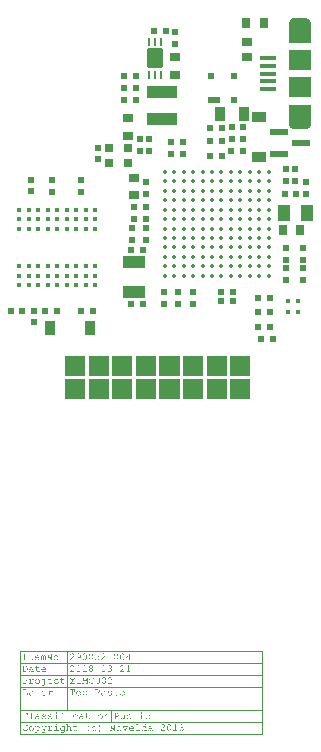
<source format=gtp>
G04*
G04 #@! TF.GenerationSoftware,Altium Limited,Altium Designer,18.0.12 (696)*
G04*
G04 Layer_Color=8421504*
%FSLAX24Y24*%
%MOIN*%
G70*
G01*
G75*
%ADD13C,0.0020*%
%ADD14R,0.0236X0.0197*%
%ADD15R,0.0354X0.0315*%
%ADD16R,0.0315X0.0354*%
%ADD17R,0.0276X0.0315*%
%ADD18C,0.0138*%
%ADD19R,0.0177X0.0177*%
%ADD20R,0.0591X0.0236*%
%ADD21R,0.0480X0.0360*%
G04:AMPARAMS|DCode=22|XSize=65mil|YSize=53.1mil|CornerRadius=2.7mil|HoleSize=0mil|Usage=FLASHONLY|Rotation=90.000|XOffset=0mil|YOffset=0mil|HoleType=Round|Shape=RoundedRectangle|*
%AMROUNDEDRECTD22*
21,1,0.0650,0.0478,0,0,90.0*
21,1,0.0596,0.0531,0,0,90.0*
1,1,0.0053,0.0239,0.0298*
1,1,0.0053,0.0239,-0.0298*
1,1,0.0053,-0.0239,-0.0298*
1,1,0.0053,-0.0239,0.0298*
%
%ADD22ROUNDEDRECTD22*%
%ADD23R,0.0098X0.0276*%
%ADD24R,0.1000X0.0402*%
%ADD25C,0.0161*%
%ADD26R,0.0360X0.0480*%
%ADD27R,0.0354X0.0492*%
%ADD28R,0.0236X0.0236*%
%ADD29R,0.0394X0.0236*%
%ADD30R,0.0531X0.0157*%
%ADD31R,0.0748X0.0709*%
%ADD32R,0.0748X0.0433*%
%ADD33R,0.0197X0.0236*%
%ADD34R,0.0394X0.0531*%
G36*
X9560Y11545D02*
X9616Y11489D01*
X9646Y11417D01*
Y11378D01*
Y10748D01*
X8898D01*
Y11378D01*
Y11417D01*
X8928Y11489D01*
X8983Y11545D01*
X9055Y11575D01*
X9488D01*
X9560Y11545D01*
D02*
G37*
G36*
X9646Y8071D02*
Y8032D01*
X9616Y7959D01*
X9560Y7904D01*
X9488Y7874D01*
X9055D01*
X8983Y7904D01*
X8928Y7959D01*
X8898Y8032D01*
Y8071D01*
Y8701D01*
X9646D01*
Y8071D01*
D02*
G37*
G36*
X7618Y-335D02*
X6949D01*
Y335D01*
X7618D01*
Y-335D01*
D02*
G37*
G36*
X6831D02*
X6161D01*
Y335D01*
X6831D01*
Y-335D01*
D02*
G37*
G36*
X6043D02*
X5374D01*
Y335D01*
X6043D01*
Y-335D01*
D02*
G37*
G36*
X5256D02*
X4587D01*
Y335D01*
X5256D01*
Y-335D01*
D02*
G37*
G36*
X4469D02*
X3799D01*
Y335D01*
X4469D01*
Y-335D01*
D02*
G37*
G36*
X3681D02*
X3012D01*
Y335D01*
X3681D01*
Y-335D01*
D02*
G37*
G36*
X2894D02*
X2224D01*
Y335D01*
X2894D01*
Y-335D01*
D02*
G37*
G36*
X2106D02*
X1437D01*
Y335D01*
X2106D01*
Y-335D01*
D02*
G37*
G36*
X7618Y-1122D02*
X6949D01*
Y-453D01*
X7618D01*
Y-1122D01*
D02*
G37*
G36*
X6831D02*
X6161D01*
Y-453D01*
X6831D01*
Y-1122D01*
D02*
G37*
G36*
X6043D02*
X5374D01*
Y-453D01*
X6043D01*
Y-1122D01*
D02*
G37*
G36*
X5256D02*
X4587D01*
Y-453D01*
X5256D01*
Y-1122D01*
D02*
G37*
G36*
X4469D02*
X3799D01*
Y-453D01*
X4469D01*
Y-1122D01*
D02*
G37*
G36*
X3681D02*
X3012D01*
Y-453D01*
X3681D01*
Y-1122D01*
D02*
G37*
G36*
X2894D02*
X2224D01*
Y-453D01*
X2894D01*
Y-1122D01*
D02*
G37*
G36*
X2106D02*
X1437D01*
Y-453D01*
X2106D01*
Y-1122D01*
D02*
G37*
G36*
X769Y-9662D02*
X773Y-9662D01*
X777Y-9664D01*
X781Y-9665D01*
X785Y-9668D01*
X789Y-9671D01*
X790Y-9672D01*
X791Y-9674D01*
X793Y-9676D01*
X795Y-9679D01*
X797Y-9684D01*
X799Y-9689D01*
X800Y-9694D01*
X801Y-9700D01*
Y-9799D01*
X814D01*
X816Y-9799D01*
X818Y-9800D01*
X820Y-9801D01*
X821Y-9801D01*
X822Y-9802D01*
X822Y-9804D01*
X823Y-9806D01*
Y-9806D01*
X822Y-9808D01*
X822Y-9809D01*
X820Y-9811D01*
X820Y-9811D01*
X819Y-9812D01*
X816Y-9813D01*
X813Y-9813D01*
X787D01*
Y-9700D01*
Y-9700D01*
Y-9699D01*
X787Y-9697D01*
X786Y-9694D01*
X785Y-9691D01*
X784Y-9688D01*
X782Y-9685D01*
X780Y-9682D01*
X780Y-9682D01*
X779Y-9681D01*
X777Y-9680D01*
X776Y-9679D01*
X773Y-9678D01*
X771Y-9676D01*
X768Y-9676D01*
X765Y-9675D01*
X763D01*
X762Y-9676D01*
X760Y-9676D01*
X757Y-9677D01*
X754Y-9678D01*
X751Y-9679D01*
X748Y-9681D01*
X748Y-9681D01*
X746Y-9682D01*
X745Y-9684D01*
X742Y-9686D01*
X739Y-9689D01*
X736Y-9694D01*
X732Y-9699D01*
X728Y-9704D01*
Y-9799D01*
X741D01*
X743Y-9799D01*
X746Y-9800D01*
X748Y-9801D01*
X748Y-9801D01*
X749Y-9802D01*
X750Y-9804D01*
X750Y-9806D01*
Y-9806D01*
X750Y-9808D01*
X749Y-9809D01*
X748Y-9811D01*
X748Y-9811D01*
X746Y-9812D01*
X744Y-9813D01*
X741Y-9813D01*
X714D01*
Y-9701D01*
Y-9701D01*
Y-9700D01*
X714Y-9698D01*
X713Y-9695D01*
X713Y-9692D01*
X711Y-9689D01*
X710Y-9686D01*
X707Y-9683D01*
X707Y-9682D01*
X707Y-9681D01*
X705Y-9680D01*
X703Y-9679D01*
X701Y-9678D01*
X698Y-9677D01*
X695Y-9676D01*
X692Y-9675D01*
X691D01*
X690Y-9676D01*
X688Y-9676D01*
X686Y-9677D01*
X683Y-9678D01*
X680Y-9679D01*
X678Y-9680D01*
X677Y-9681D01*
X676Y-9682D01*
X674Y-9683D01*
X671Y-9686D01*
X668Y-9689D01*
X664Y-9694D01*
X660Y-9699D01*
X656Y-9704D01*
Y-9799D01*
X669D01*
X671Y-9799D01*
X673Y-9800D01*
X675Y-9801D01*
X676Y-9801D01*
X677Y-9802D01*
X677Y-9804D01*
X678Y-9806D01*
Y-9806D01*
X677Y-9808D01*
X677Y-9809D01*
X675Y-9811D01*
X675Y-9811D01*
X674Y-9812D01*
X671Y-9813D01*
X668Y-9813D01*
X629D01*
X627Y-9813D01*
X625Y-9812D01*
X622Y-9811D01*
X622Y-9811D01*
X621Y-9810D01*
X621Y-9808D01*
X620Y-9806D01*
Y-9805D01*
X621Y-9804D01*
X621Y-9802D01*
X622Y-9801D01*
X623Y-9801D01*
X624Y-9800D01*
X626Y-9799D01*
X630Y-9799D01*
X642D01*
Y-9680D01*
X629D01*
X627Y-9680D01*
X625Y-9679D01*
X622Y-9678D01*
X622Y-9678D01*
X621Y-9677D01*
X621Y-9675D01*
X620Y-9673D01*
Y-9672D01*
X621Y-9671D01*
X621Y-9670D01*
X622Y-9668D01*
X623Y-9668D01*
X624Y-9667D01*
X626Y-9666D01*
X630Y-9666D01*
X656D01*
Y-9680D01*
X656Y-9680D01*
X657Y-9679D01*
X658Y-9679D01*
X659Y-9678D01*
X663Y-9674D01*
X667Y-9671D01*
X673Y-9667D01*
X679Y-9664D01*
X682Y-9663D01*
X686Y-9662D01*
X689Y-9661D01*
X692Y-9661D01*
X694D01*
X696Y-9661D01*
X699Y-9662D01*
X702Y-9662D01*
X705Y-9664D01*
X708Y-9665D01*
X711Y-9667D01*
X712Y-9667D01*
X713Y-9668D01*
X714Y-9670D01*
X716Y-9671D01*
X718Y-9674D01*
X721Y-9677D01*
X723Y-9680D01*
X725Y-9684D01*
X726Y-9684D01*
X727Y-9682D01*
X729Y-9680D01*
X731Y-9678D01*
X734Y-9675D01*
X737Y-9672D01*
X741Y-9669D01*
X745Y-9667D01*
X745Y-9667D01*
X746Y-9666D01*
X748Y-9665D01*
X751Y-9664D01*
X754Y-9663D01*
X757Y-9662D01*
X761Y-9661D01*
X764Y-9661D01*
X767D01*
X769Y-9662D01*
D02*
G37*
G36*
X3004Y-9725D02*
X2859D01*
Y-9705D01*
X3004D01*
Y-9725D01*
D02*
G37*
G36*
X1014Y-9615D02*
X1017Y-9615D01*
X1019Y-9617D01*
X1019Y-9617D01*
X1020Y-9618D01*
X1021Y-9619D01*
X1021Y-9622D01*
Y-9622D01*
X1021Y-9624D01*
X1020Y-9625D01*
X1019Y-9627D01*
X1018Y-9627D01*
X1017Y-9628D01*
X1015Y-9628D01*
X1012Y-9629D01*
X999D01*
Y-9813D01*
X981D01*
X875Y-9636D01*
Y-9799D01*
X903D01*
X905Y-9799D01*
X907Y-9800D01*
X909Y-9801D01*
X910Y-9801D01*
X911Y-9802D01*
X911Y-9804D01*
X912Y-9806D01*
Y-9806D01*
X911Y-9808D01*
X911Y-9809D01*
X909Y-9811D01*
X909Y-9811D01*
X908Y-9812D01*
X905Y-9813D01*
X902Y-9813D01*
X848D01*
X846Y-9813D01*
X844Y-9812D01*
X842Y-9811D01*
X841Y-9811D01*
X841Y-9810D01*
X840Y-9808D01*
X840Y-9806D01*
Y-9805D01*
X840Y-9804D01*
X841Y-9802D01*
X842Y-9801D01*
X842Y-9801D01*
X844Y-9800D01*
X846Y-9799D01*
X849Y-9799D01*
X861D01*
Y-9629D01*
X841D01*
X839Y-9628D01*
X837Y-9628D01*
X835Y-9627D01*
X834Y-9627D01*
X834Y-9626D01*
X833Y-9624D01*
X833Y-9622D01*
Y-9621D01*
X833Y-9620D01*
X834Y-9618D01*
X835Y-9617D01*
X835Y-9616D01*
X837Y-9616D01*
X839Y-9615D01*
X842Y-9615D01*
X879D01*
X985Y-9792D01*
Y-9629D01*
X958D01*
X956Y-9628D01*
X953Y-9628D01*
X951Y-9627D01*
X951Y-9627D01*
X950Y-9626D01*
X950Y-9624D01*
X949Y-9622D01*
Y-9621D01*
X950Y-9620D01*
X950Y-9618D01*
X951Y-9617D01*
X952Y-9616D01*
X953Y-9616D01*
X955Y-9615D01*
X957Y-9615D01*
X1012D01*
X1014Y-9615D01*
D02*
G37*
G36*
X2562Y-9600D02*
X2565Y-9601D01*
X2567Y-9602D01*
X2567Y-9603D01*
X2568Y-9604D01*
X2569Y-9605D01*
X2569Y-9607D01*
Y-9608D01*
X2569Y-9609D01*
X2568Y-9611D01*
X2567Y-9612D01*
X2567Y-9613D01*
X2565Y-9613D01*
X2563Y-9614D01*
X2560Y-9614D01*
X2475D01*
Y-9684D01*
X2475Y-9684D01*
X2477Y-9683D01*
X2479Y-9682D01*
X2482Y-9681D01*
X2486Y-9680D01*
X2490Y-9679D01*
X2498Y-9676D01*
X2499D01*
X2500Y-9676D01*
X2503Y-9675D01*
X2506Y-9675D01*
X2509Y-9674D01*
X2513Y-9674D01*
X2520Y-9674D01*
X2523D01*
X2525Y-9674D01*
X2527Y-9674D01*
X2530Y-9675D01*
X2536Y-9676D01*
X2543Y-9678D01*
X2547Y-9680D01*
X2551Y-9681D01*
X2554Y-9684D01*
X2558Y-9686D01*
X2561Y-9689D01*
X2565Y-9693D01*
X2565Y-9693D01*
X2566Y-9694D01*
X2567Y-9695D01*
X2568Y-9696D01*
X2569Y-9698D01*
X2571Y-9700D01*
X2573Y-9703D01*
X2574Y-9706D01*
X2576Y-9709D01*
X2578Y-9713D01*
X2579Y-9717D01*
X2580Y-9721D01*
X2583Y-9731D01*
X2583Y-9737D01*
X2583Y-9742D01*
Y-9742D01*
Y-9744D01*
Y-9745D01*
X2583Y-9748D01*
X2583Y-9751D01*
X2582Y-9754D01*
X2582Y-9758D01*
X2581Y-9761D01*
X2578Y-9770D01*
X2577Y-9775D01*
X2575Y-9780D01*
X2573Y-9784D01*
X2570Y-9788D01*
X2567Y-9793D01*
X2563Y-9797D01*
X2563Y-9797D01*
X2562Y-9798D01*
X2561Y-9799D01*
X2559Y-9800D01*
X2558Y-9802D01*
X2555Y-9803D01*
X2552Y-9805D01*
X2549Y-9807D01*
X2546Y-9809D01*
X2542Y-9811D01*
X2533Y-9815D01*
X2528Y-9816D01*
X2523Y-9817D01*
X2518Y-9818D01*
X2512Y-9818D01*
X2509D01*
X2507Y-9818D01*
X2505D01*
X2500Y-9817D01*
X2494Y-9816D01*
X2487Y-9814D01*
X2480Y-9812D01*
X2473Y-9809D01*
X2473Y-9809D01*
X2471Y-9808D01*
X2469Y-9806D01*
X2465Y-9805D01*
X2462Y-9802D01*
X2457Y-9800D01*
X2454Y-9797D01*
X2449Y-9794D01*
X2449Y-9793D01*
X2448Y-9793D01*
X2447Y-9792D01*
X2446Y-9790D01*
X2444Y-9787D01*
X2443Y-9786D01*
X2443Y-9784D01*
Y-9784D01*
X2443Y-9782D01*
X2444Y-9781D01*
X2445Y-9779D01*
X2445Y-9779D01*
X2446Y-9778D01*
X2448Y-9777D01*
X2450Y-9777D01*
X2450D01*
X2452Y-9777D01*
X2454Y-9778D01*
X2456Y-9780D01*
X2456Y-9781D01*
X2457Y-9781D01*
X2458Y-9782D01*
X2460Y-9784D01*
X2463Y-9786D01*
X2465Y-9788D01*
X2469Y-9790D01*
X2472Y-9792D01*
X2476Y-9794D01*
X2480Y-9796D01*
X2490Y-9800D01*
X2495Y-9801D01*
X2500Y-9803D01*
X2506Y-9803D01*
X2512Y-9804D01*
X2514D01*
X2516Y-9803D01*
X2518Y-9803D01*
X2520Y-9803D01*
X2526Y-9801D01*
X2533Y-9800D01*
X2539Y-9797D01*
X2543Y-9795D01*
X2546Y-9792D01*
X2550Y-9790D01*
X2553Y-9787D01*
X2553Y-9786D01*
X2554Y-9786D01*
X2555Y-9785D01*
X2556Y-9783D01*
X2557Y-9782D01*
X2558Y-9780D01*
X2559Y-9778D01*
X2561Y-9775D01*
X2563Y-9772D01*
X2564Y-9768D01*
X2567Y-9761D01*
X2569Y-9752D01*
X2569Y-9747D01*
X2569Y-9741D01*
Y-9741D01*
Y-9740D01*
Y-9739D01*
X2569Y-9738D01*
Y-9735D01*
X2569Y-9733D01*
X2568Y-9727D01*
X2566Y-9721D01*
X2563Y-9715D01*
X2560Y-9708D01*
X2558Y-9705D01*
X2555Y-9702D01*
Y-9702D01*
X2554Y-9702D01*
X2552Y-9700D01*
X2549Y-9698D01*
X2545Y-9695D01*
X2540Y-9692D01*
X2534Y-9690D01*
X2527Y-9688D01*
X2523Y-9688D01*
X2517D01*
X2515Y-9688D01*
X2513D01*
X2511Y-9688D01*
X2505Y-9689D01*
X2498Y-9691D01*
X2491Y-9693D01*
X2483Y-9696D01*
X2475Y-9700D01*
X2474D01*
X2474Y-9700D01*
X2472Y-9701D01*
X2469Y-9702D01*
X2467Y-9702D01*
X2467D01*
X2465Y-9702D01*
X2464Y-9701D01*
X2462Y-9700D01*
X2462Y-9700D01*
X2461Y-9699D01*
X2461Y-9697D01*
X2460Y-9695D01*
Y-9600D01*
X2560D01*
X2562Y-9600D01*
D02*
G37*
G36*
X1894Y-9596D02*
X1897Y-9596D01*
X1902Y-9597D01*
X1907Y-9598D01*
X1913Y-9600D01*
X1920Y-9603D01*
X1925Y-9607D01*
X1926D01*
X1926Y-9608D01*
X1928Y-9610D01*
X1931Y-9612D01*
X1935Y-9616D01*
X1939Y-9621D01*
X1943Y-9627D01*
X1947Y-9634D01*
X1950Y-9642D01*
Y-9643D01*
X1951Y-9644D01*
X1951Y-9645D01*
X1952Y-9648D01*
X1953Y-9650D01*
X1954Y-9654D01*
X1955Y-9658D01*
X1956Y-9662D01*
X1957Y-9667D01*
X1958Y-9672D01*
X1959Y-9678D01*
X1960Y-9683D01*
X1961Y-9690D01*
X1962Y-9696D01*
X1962Y-9710D01*
Y-9711D01*
Y-9712D01*
Y-9713D01*
Y-9715D01*
X1962Y-9718D01*
X1961Y-9721D01*
Y-9724D01*
X1961Y-9728D01*
X1960Y-9736D01*
X1958Y-9744D01*
X1955Y-9753D01*
X1952Y-9761D01*
X1952Y-9761D01*
X1951Y-9763D01*
X1949Y-9765D01*
X1947Y-9769D01*
X1944Y-9773D01*
X1941Y-9777D01*
X1937Y-9782D01*
X1933Y-9787D01*
X1932Y-9787D01*
X1931Y-9789D01*
X1928Y-9791D01*
X1925Y-9794D01*
X1921Y-9797D01*
X1916Y-9801D01*
X1911Y-9804D01*
X1905Y-9807D01*
X1905D01*
X1904Y-9808D01*
X1903Y-9808D01*
X1901Y-9809D01*
X1900Y-9810D01*
X1897Y-9811D01*
X1892Y-9813D01*
X1885Y-9815D01*
X1878Y-9816D01*
X1869Y-9818D01*
X1861Y-9818D01*
X1858D01*
X1856Y-9818D01*
X1852Y-9817D01*
X1848Y-9817D01*
X1844Y-9816D01*
X1840Y-9814D01*
X1836Y-9812D01*
X1836D01*
X1835Y-9812D01*
X1834Y-9810D01*
X1832Y-9808D01*
X1832Y-9807D01*
X1832Y-9806D01*
Y-9805D01*
X1832Y-9804D01*
X1833Y-9802D01*
X1834Y-9801D01*
X1834Y-9801D01*
X1835Y-9800D01*
X1837Y-9799D01*
X1839Y-9799D01*
X1839D01*
X1840Y-9799D01*
X1842Y-9800D01*
X1844Y-9801D01*
X1845D01*
X1846Y-9801D01*
X1847Y-9802D01*
X1849Y-9802D01*
X1851Y-9803D01*
X1854Y-9803D01*
X1860Y-9804D01*
X1863D01*
X1865Y-9803D01*
X1869Y-9803D01*
X1872Y-9802D01*
X1876Y-9802D01*
X1881Y-9801D01*
X1885Y-9800D01*
X1891Y-9798D01*
X1896Y-9796D01*
X1901Y-9793D01*
X1906Y-9790D01*
X1911Y-9787D01*
X1917Y-9783D01*
X1922Y-9778D01*
X1922Y-9778D01*
X1922Y-9777D01*
X1924Y-9776D01*
X1925Y-9774D01*
X1927Y-9771D01*
X1930Y-9768D01*
X1932Y-9764D01*
X1935Y-9760D01*
X1937Y-9756D01*
X1939Y-9751D01*
X1942Y-9745D01*
X1943Y-9740D01*
X1945Y-9733D01*
X1946Y-9727D01*
X1947Y-9720D01*
X1947Y-9713D01*
Y-9712D01*
Y-9711D01*
Y-9710D01*
Y-9707D01*
Y-9705D01*
X1947Y-9701D01*
Y-9697D01*
X1947Y-9693D01*
Y-9693D01*
X1946Y-9694D01*
X1946Y-9695D01*
X1945Y-9696D01*
X1943Y-9700D01*
X1939Y-9704D01*
X1936Y-9708D01*
X1931Y-9713D01*
X1926Y-9718D01*
X1921Y-9722D01*
X1920Y-9722D01*
X1918Y-9723D01*
X1915Y-9725D01*
X1911Y-9727D01*
X1906Y-9729D01*
X1901Y-9730D01*
X1895Y-9731D01*
X1889Y-9732D01*
X1887D01*
X1884Y-9731D01*
X1880Y-9731D01*
X1876Y-9730D01*
X1871Y-9728D01*
X1866Y-9726D01*
X1861Y-9723D01*
X1860Y-9723D01*
X1859Y-9722D01*
X1856Y-9720D01*
X1853Y-9717D01*
X1849Y-9714D01*
X1846Y-9709D01*
X1842Y-9704D01*
X1839Y-9699D01*
Y-9698D01*
X1839Y-9698D01*
X1838Y-9697D01*
X1838Y-9696D01*
X1836Y-9692D01*
X1835Y-9688D01*
X1834Y-9683D01*
X1832Y-9677D01*
X1831Y-9671D01*
X1831Y-9664D01*
Y-9664D01*
Y-9663D01*
Y-9662D01*
X1831Y-9660D01*
X1832Y-9658D01*
X1832Y-9655D01*
X1832Y-9652D01*
X1833Y-9649D01*
X1835Y-9641D01*
X1838Y-9633D01*
X1840Y-9629D01*
X1842Y-9625D01*
X1844Y-9621D01*
X1847Y-9617D01*
X1847Y-9617D01*
X1848Y-9616D01*
X1849Y-9615D01*
X1850Y-9614D01*
X1852Y-9612D01*
X1854Y-9610D01*
X1856Y-9608D01*
X1859Y-9606D01*
X1865Y-9602D01*
X1872Y-9598D01*
X1876Y-9597D01*
X1881Y-9596D01*
X1885Y-9596D01*
X1890Y-9595D01*
X1892D01*
X1894Y-9596D01*
D02*
G37*
G36*
X3598Y-9740D02*
X3611D01*
X3613Y-9740D01*
X3615Y-9740D01*
X3617Y-9741D01*
X3618Y-9742D01*
X3619Y-9743D01*
X3619Y-9744D01*
X3620Y-9747D01*
Y-9747D01*
X3619Y-9748D01*
X3619Y-9750D01*
X3617Y-9752D01*
X3617Y-9752D01*
X3616Y-9753D01*
X3613Y-9753D01*
X3610Y-9754D01*
X3598D01*
Y-9799D01*
X3611D01*
X3613Y-9799D01*
X3616Y-9800D01*
X3618Y-9801D01*
X3618Y-9801D01*
X3619Y-9802D01*
X3620Y-9804D01*
X3620Y-9806D01*
Y-9806D01*
X3620Y-9808D01*
X3619Y-9809D01*
X3618Y-9811D01*
X3617Y-9811D01*
X3616Y-9812D01*
X3614Y-9813D01*
X3610Y-9813D01*
X3556D01*
X3554Y-9813D01*
X3552Y-9812D01*
X3550Y-9811D01*
X3549Y-9811D01*
X3549Y-9810D01*
X3548Y-9808D01*
X3548Y-9806D01*
Y-9805D01*
X3548Y-9804D01*
X3549Y-9802D01*
X3550Y-9801D01*
X3550Y-9801D01*
X3552Y-9800D01*
X3554Y-9799D01*
X3557Y-9799D01*
X3584D01*
Y-9754D01*
X3489D01*
X3489Y-9738D01*
X3568Y-9600D01*
X3598D01*
Y-9740D01*
D02*
G37*
G36*
X2724Y-9596D02*
X2727Y-9596D01*
X2729Y-9596D01*
X2736Y-9597D01*
X2743Y-9600D01*
X2746Y-9601D01*
X2750Y-9603D01*
X2754Y-9605D01*
X2758Y-9608D01*
X2762Y-9611D01*
X2766Y-9614D01*
X2766Y-9614D01*
X2767Y-9615D01*
X2767Y-9616D01*
X2769Y-9617D01*
X2770Y-9619D01*
X2772Y-9621D01*
X2776Y-9626D01*
X2779Y-9632D01*
X2782Y-9639D01*
X2783Y-9643D01*
X2784Y-9647D01*
X2785Y-9652D01*
X2785Y-9656D01*
Y-9656D01*
Y-9658D01*
Y-9659D01*
X2785Y-9662D01*
X2784Y-9665D01*
X2784Y-9668D01*
X2782Y-9674D01*
Y-9674D01*
X2781Y-9675D01*
X2781Y-9677D01*
X2779Y-9679D01*
X2778Y-9682D01*
X2776Y-9685D01*
X2773Y-9688D01*
X2771Y-9692D01*
X2770Y-9692D01*
X2769Y-9694D01*
X2767Y-9696D01*
X2764Y-9699D01*
X2761Y-9703D01*
X2756Y-9708D01*
X2750Y-9714D01*
X2743Y-9721D01*
X2742Y-9722D01*
X2741Y-9723D01*
X2738Y-9726D01*
X2735Y-9729D01*
X2731Y-9734D01*
X2726Y-9738D01*
X2720Y-9743D01*
X2714Y-9749D01*
X2708Y-9755D01*
X2701Y-9761D01*
X2687Y-9774D01*
X2674Y-9787D01*
X2668Y-9793D01*
X2661Y-9798D01*
Y-9799D01*
X2771D01*
Y-9793D01*
Y-9793D01*
Y-9793D01*
X2772Y-9791D01*
X2772Y-9788D01*
X2773Y-9786D01*
X2774Y-9786D01*
X2775Y-9785D01*
X2776Y-9784D01*
X2779Y-9784D01*
X2779D01*
X2780Y-9784D01*
X2782Y-9785D01*
X2783Y-9786D01*
X2784Y-9786D01*
X2784Y-9788D01*
X2785Y-9790D01*
X2785Y-9793D01*
Y-9813D01*
X2647D01*
Y-9792D01*
X2648Y-9792D01*
X2649Y-9791D01*
X2652Y-9788D01*
X2655Y-9785D01*
X2659Y-9782D01*
X2663Y-9778D01*
X2668Y-9773D01*
X2674Y-9768D01*
X2680Y-9762D01*
X2687Y-9756D01*
X2694Y-9749D01*
X2701Y-9742D01*
X2717Y-9728D01*
X2732Y-9713D01*
X2732Y-9712D01*
X2733Y-9712D01*
X2734Y-9711D01*
X2735Y-9710D01*
X2739Y-9706D01*
X2742Y-9702D01*
X2747Y-9698D01*
X2751Y-9693D01*
X2755Y-9689D01*
X2758Y-9685D01*
X2759Y-9685D01*
X2760Y-9683D01*
X2761Y-9682D01*
X2762Y-9680D01*
X2765Y-9675D01*
X2767Y-9672D01*
X2768Y-9670D01*
Y-9669D01*
X2768Y-9668D01*
X2769Y-9667D01*
X2770Y-9665D01*
X2771Y-9661D01*
X2771Y-9656D01*
Y-9656D01*
Y-9655D01*
Y-9654D01*
X2771Y-9653D01*
X2770Y-9649D01*
X2769Y-9645D01*
X2767Y-9640D01*
X2765Y-9635D01*
X2761Y-9629D01*
X2759Y-9626D01*
X2756Y-9623D01*
Y-9623D01*
X2755Y-9623D01*
X2753Y-9621D01*
X2750Y-9619D01*
X2746Y-9616D01*
X2741Y-9614D01*
X2735Y-9612D01*
X2728Y-9610D01*
X2724Y-9609D01*
X2717D01*
X2714Y-9610D01*
X2709Y-9611D01*
X2704Y-9612D01*
X2698Y-9614D01*
X2693Y-9617D01*
X2687Y-9620D01*
X2686Y-9620D01*
X2685Y-9622D01*
X2682Y-9624D01*
X2679Y-9627D01*
X2676Y-9631D01*
X2673Y-9636D01*
X2670Y-9641D01*
X2668Y-9647D01*
Y-9647D01*
X2668Y-9647D01*
X2668Y-9649D01*
X2667Y-9651D01*
X2666Y-9652D01*
X2665Y-9652D01*
X2664Y-9653D01*
X2663Y-9653D01*
X2661Y-9654D01*
X2660D01*
X2659Y-9653D01*
X2658Y-9653D01*
X2656Y-9652D01*
X2656Y-9652D01*
X2655Y-9651D01*
X2655Y-9649D01*
X2654Y-9647D01*
Y-9647D01*
Y-9646D01*
X2655Y-9644D01*
X2655Y-9641D01*
X2657Y-9638D01*
X2658Y-9635D01*
X2660Y-9630D01*
X2663Y-9625D01*
Y-9625D01*
X2663Y-9625D01*
X2665Y-9623D01*
X2667Y-9620D01*
X2670Y-9617D01*
X2673Y-9614D01*
X2677Y-9610D01*
X2682Y-9607D01*
X2688Y-9603D01*
X2688D01*
X2688Y-9603D01*
X2690Y-9602D01*
X2694Y-9601D01*
X2698Y-9599D01*
X2702Y-9598D01*
X2708Y-9596D01*
X2714Y-9596D01*
X2720Y-9595D01*
X2722D01*
X2724Y-9596D01*
D02*
G37*
G36*
X154Y-9615D02*
X156Y-9615D01*
X158Y-9617D01*
X158Y-9617D01*
X159Y-9618D01*
X160Y-9619D01*
X160Y-9622D01*
Y-9622D01*
X160Y-9624D01*
X159Y-9625D01*
X158Y-9627D01*
X158Y-9627D01*
X156Y-9628D01*
X154Y-9628D01*
X151Y-9629D01*
X102D01*
Y-9799D01*
X152D01*
X154Y-9799D01*
X156Y-9800D01*
X158Y-9801D01*
X158Y-9801D01*
X159Y-9802D01*
X160Y-9804D01*
X160Y-9806D01*
Y-9806D01*
X160Y-9808D01*
X159Y-9809D01*
X158Y-9811D01*
X158Y-9811D01*
X156Y-9812D01*
X154Y-9813D01*
X151Y-9813D01*
X38D01*
X36Y-9813D01*
X34Y-9812D01*
X32Y-9811D01*
X31Y-9811D01*
X31Y-9810D01*
X30Y-9808D01*
X30Y-9806D01*
Y-9805D01*
X30Y-9804D01*
X31Y-9802D01*
X32Y-9801D01*
X32Y-9801D01*
X33Y-9800D01*
X36Y-9799D01*
X39Y-9799D01*
X88D01*
Y-9629D01*
X38D01*
X36Y-9628D01*
X34Y-9628D01*
X32Y-9627D01*
X31Y-9627D01*
X31Y-9626D01*
X30Y-9624D01*
X30Y-9622D01*
Y-9621D01*
X30Y-9620D01*
X31Y-9618D01*
X32Y-9617D01*
X32Y-9616D01*
X33Y-9616D01*
X36Y-9615D01*
X39Y-9615D01*
X152D01*
X154Y-9615D01*
D02*
G37*
G36*
X1681Y-9596D02*
X1684Y-9596D01*
X1686Y-9596D01*
X1693Y-9597D01*
X1700Y-9600D01*
X1703Y-9601D01*
X1707Y-9603D01*
X1711Y-9605D01*
X1715Y-9608D01*
X1719Y-9611D01*
X1723Y-9614D01*
X1723Y-9614D01*
X1724Y-9615D01*
X1724Y-9616D01*
X1726Y-9617D01*
X1727Y-9619D01*
X1729Y-9621D01*
X1733Y-9626D01*
X1736Y-9632D01*
X1739Y-9639D01*
X1740Y-9643D01*
X1741Y-9647D01*
X1742Y-9652D01*
X1742Y-9656D01*
Y-9656D01*
Y-9658D01*
Y-9659D01*
X1742Y-9662D01*
X1741Y-9665D01*
X1741Y-9668D01*
X1739Y-9674D01*
Y-9674D01*
X1738Y-9675D01*
X1737Y-9677D01*
X1736Y-9679D01*
X1735Y-9682D01*
X1733Y-9685D01*
X1730Y-9688D01*
X1728Y-9692D01*
X1727Y-9692D01*
X1726Y-9694D01*
X1724Y-9696D01*
X1721Y-9699D01*
X1717Y-9703D01*
X1713Y-9708D01*
X1707Y-9714D01*
X1700Y-9721D01*
X1699Y-9722D01*
X1698Y-9723D01*
X1695Y-9726D01*
X1692Y-9729D01*
X1688Y-9734D01*
X1683Y-9738D01*
X1677Y-9743D01*
X1671Y-9749D01*
X1665Y-9755D01*
X1658Y-9761D01*
X1644Y-9774D01*
X1631Y-9787D01*
X1625Y-9793D01*
X1618Y-9798D01*
Y-9799D01*
X1728D01*
Y-9793D01*
Y-9793D01*
Y-9793D01*
X1729Y-9791D01*
X1729Y-9788D01*
X1730Y-9786D01*
X1731Y-9786D01*
X1732Y-9785D01*
X1733Y-9784D01*
X1736Y-9784D01*
X1736D01*
X1737Y-9784D01*
X1739Y-9785D01*
X1740Y-9786D01*
X1741Y-9786D01*
X1741Y-9788D01*
X1742Y-9790D01*
X1742Y-9793D01*
Y-9813D01*
X1604D01*
Y-9792D01*
X1605Y-9792D01*
X1606Y-9791D01*
X1609Y-9788D01*
X1612Y-9785D01*
X1615Y-9782D01*
X1620Y-9778D01*
X1625Y-9773D01*
X1631Y-9768D01*
X1637Y-9762D01*
X1644Y-9756D01*
X1651Y-9749D01*
X1658Y-9742D01*
X1674Y-9728D01*
X1689Y-9713D01*
X1689Y-9712D01*
X1690Y-9712D01*
X1691Y-9711D01*
X1692Y-9710D01*
X1696Y-9706D01*
X1699Y-9702D01*
X1704Y-9698D01*
X1708Y-9693D01*
X1712Y-9689D01*
X1715Y-9685D01*
X1716Y-9685D01*
X1717Y-9683D01*
X1717Y-9682D01*
X1719Y-9680D01*
X1722Y-9675D01*
X1724Y-9672D01*
X1725Y-9670D01*
Y-9669D01*
X1725Y-9668D01*
X1726Y-9667D01*
X1727Y-9665D01*
X1728Y-9661D01*
X1728Y-9656D01*
Y-9656D01*
Y-9655D01*
Y-9654D01*
X1728Y-9653D01*
X1727Y-9649D01*
X1726Y-9645D01*
X1724Y-9640D01*
X1722Y-9635D01*
X1718Y-9629D01*
X1716Y-9626D01*
X1713Y-9623D01*
Y-9623D01*
X1712Y-9623D01*
X1710Y-9621D01*
X1707Y-9619D01*
X1703Y-9616D01*
X1698Y-9614D01*
X1692Y-9612D01*
X1685Y-9610D01*
X1681Y-9609D01*
X1674D01*
X1671Y-9610D01*
X1666Y-9611D01*
X1661Y-9612D01*
X1655Y-9614D01*
X1650Y-9617D01*
X1644Y-9620D01*
X1643Y-9620D01*
X1642Y-9622D01*
X1639Y-9624D01*
X1636Y-9627D01*
X1633Y-9631D01*
X1630Y-9636D01*
X1627Y-9641D01*
X1625Y-9647D01*
Y-9647D01*
X1625Y-9647D01*
X1625Y-9649D01*
X1624Y-9651D01*
X1623Y-9652D01*
X1622Y-9652D01*
X1621Y-9653D01*
X1620Y-9653D01*
X1618Y-9654D01*
X1617D01*
X1616Y-9653D01*
X1614Y-9653D01*
X1613Y-9652D01*
X1613Y-9652D01*
X1612Y-9651D01*
X1612Y-9649D01*
X1611Y-9647D01*
Y-9647D01*
Y-9646D01*
X1612Y-9644D01*
X1612Y-9641D01*
X1614Y-9638D01*
X1615Y-9635D01*
X1617Y-9630D01*
X1620Y-9625D01*
Y-9625D01*
X1620Y-9625D01*
X1622Y-9623D01*
X1624Y-9620D01*
X1627Y-9617D01*
X1630Y-9614D01*
X1634Y-9610D01*
X1639Y-9607D01*
X1645Y-9603D01*
X1645D01*
X1645Y-9603D01*
X1647Y-9602D01*
X1651Y-9601D01*
X1655Y-9599D01*
X1659Y-9598D01*
X1665Y-9596D01*
X1671Y-9596D01*
X1677Y-9595D01*
X1679D01*
X1681Y-9596D01*
D02*
G37*
G36*
X3353D02*
X3356Y-9596D01*
X3360Y-9596D01*
X3364Y-9597D01*
X3368Y-9599D01*
X3372Y-9600D01*
X3373Y-9601D01*
X3374Y-9601D01*
X3376Y-9602D01*
X3378Y-9604D01*
X3381Y-9606D01*
X3385Y-9608D01*
X3388Y-9611D01*
X3391Y-9614D01*
X3391Y-9615D01*
X3392Y-9615D01*
X3393Y-9617D01*
X3394Y-9619D01*
X3396Y-9621D01*
X3398Y-9624D01*
X3399Y-9628D01*
X3402Y-9633D01*
X3402Y-9633D01*
X3403Y-9635D01*
X3404Y-9637D01*
X3405Y-9640D01*
X3406Y-9643D01*
X3408Y-9647D01*
X3410Y-9655D01*
X3411Y-9656D01*
X3411Y-9658D01*
X3412Y-9660D01*
X3412Y-9665D01*
X3413Y-9670D01*
X3414Y-9676D01*
X3414Y-9682D01*
Y-9689D01*
Y-9724D01*
Y-9725D01*
Y-9726D01*
Y-9729D01*
X3414Y-9732D01*
X3414Y-9736D01*
X3413Y-9740D01*
X3412Y-9745D01*
X3412Y-9751D01*
X3409Y-9762D01*
X3407Y-9768D01*
X3405Y-9774D01*
X3402Y-9780D01*
X3399Y-9786D01*
X3396Y-9792D01*
X3392Y-9797D01*
X3392Y-9797D01*
X3391Y-9798D01*
X3390Y-9799D01*
X3389Y-9800D01*
X3387Y-9802D01*
X3385Y-9803D01*
X3383Y-9805D01*
X3380Y-9807D01*
X3374Y-9811D01*
X3366Y-9815D01*
X3362Y-9816D01*
X3358Y-9817D01*
X3354Y-9818D01*
X3349Y-9818D01*
X3347D01*
X3344Y-9818D01*
X3341Y-9817D01*
X3337Y-9817D01*
X3334Y-9816D01*
X3329Y-9815D01*
X3325Y-9813D01*
X3325Y-9813D01*
X3323Y-9812D01*
X3321Y-9811D01*
X3318Y-9809D01*
X3316Y-9807D01*
X3312Y-9805D01*
X3309Y-9802D01*
X3306Y-9799D01*
X3306Y-9799D01*
X3305Y-9798D01*
X3304Y-9797D01*
X3303Y-9795D01*
X3301Y-9792D01*
X3299Y-9789D01*
X3297Y-9785D01*
X3295Y-9781D01*
X3295Y-9781D01*
X3294Y-9779D01*
X3293Y-9777D01*
X3292Y-9774D01*
X3291Y-9770D01*
X3289Y-9766D01*
X3287Y-9759D01*
Y-9758D01*
Y-9758D01*
X3286Y-9756D01*
X3286Y-9753D01*
X3285Y-9749D01*
X3284Y-9744D01*
X3284Y-9738D01*
X3283Y-9731D01*
X3283Y-9724D01*
Y-9689D01*
Y-9689D01*
Y-9687D01*
Y-9685D01*
X3283Y-9682D01*
X3284Y-9678D01*
X3284Y-9673D01*
X3285Y-9668D01*
X3286Y-9663D01*
X3288Y-9651D01*
X3290Y-9645D01*
X3292Y-9639D01*
X3295Y-9633D01*
X3297Y-9627D01*
X3301Y-9622D01*
X3305Y-9617D01*
X3305Y-9616D01*
X3305Y-9616D01*
X3306Y-9615D01*
X3308Y-9613D01*
X3310Y-9612D01*
X3312Y-9610D01*
X3314Y-9608D01*
X3317Y-9606D01*
X3323Y-9602D01*
X3331Y-9598D01*
X3335Y-9597D01*
X3339Y-9596D01*
X3343Y-9596D01*
X3348Y-9595D01*
X3351D01*
X3353Y-9596D01*
D02*
G37*
G36*
X3144D02*
X3148Y-9596D01*
X3151Y-9596D01*
X3155Y-9597D01*
X3159Y-9599D01*
X3163Y-9600D01*
X3164Y-9601D01*
X3165Y-9601D01*
X3167Y-9602D01*
X3170Y-9604D01*
X3173Y-9606D01*
X3176Y-9608D01*
X3179Y-9611D01*
X3182Y-9614D01*
X3183Y-9615D01*
X3183Y-9615D01*
X3184Y-9617D01*
X3186Y-9619D01*
X3187Y-9621D01*
X3189Y-9624D01*
X3191Y-9628D01*
X3193Y-9633D01*
X3193Y-9633D01*
X3194Y-9635D01*
X3195Y-9637D01*
X3196Y-9640D01*
X3198Y-9643D01*
X3199Y-9647D01*
X3202Y-9655D01*
X3202Y-9656D01*
X3202Y-9658D01*
X3203Y-9660D01*
X3204Y-9665D01*
X3204Y-9670D01*
X3205Y-9676D01*
X3206Y-9682D01*
Y-9689D01*
Y-9724D01*
Y-9725D01*
Y-9726D01*
Y-9729D01*
X3205Y-9732D01*
X3205Y-9736D01*
X3204Y-9740D01*
X3204Y-9745D01*
X3203Y-9751D01*
X3200Y-9762D01*
X3198Y-9768D01*
X3196Y-9774D01*
X3194Y-9780D01*
X3191Y-9786D01*
X3187Y-9792D01*
X3183Y-9797D01*
X3183Y-9797D01*
X3183Y-9798D01*
X3182Y-9799D01*
X3180Y-9800D01*
X3179Y-9802D01*
X3176Y-9803D01*
X3174Y-9805D01*
X3172Y-9807D01*
X3165Y-9811D01*
X3158Y-9815D01*
X3154Y-9816D01*
X3150Y-9817D01*
X3145Y-9818D01*
X3140Y-9818D01*
X3138D01*
X3135Y-9818D01*
X3132Y-9817D01*
X3129Y-9817D01*
X3125Y-9816D01*
X3121Y-9815D01*
X3116Y-9813D01*
X3116Y-9813D01*
X3114Y-9812D01*
X3112Y-9811D01*
X3110Y-9809D01*
X3107Y-9807D01*
X3104Y-9805D01*
X3100Y-9802D01*
X3097Y-9799D01*
X3097Y-9799D01*
X3096Y-9798D01*
X3095Y-9797D01*
X3094Y-9795D01*
X3092Y-9792D01*
X3091Y-9789D01*
X3089Y-9785D01*
X3087Y-9781D01*
X3086Y-9781D01*
X3086Y-9779D01*
X3085Y-9777D01*
X3083Y-9774D01*
X3082Y-9770D01*
X3080Y-9766D01*
X3078Y-9759D01*
Y-9758D01*
Y-9758D01*
X3077Y-9756D01*
X3077Y-9753D01*
X3076Y-9749D01*
X3076Y-9744D01*
X3075Y-9738D01*
X3075Y-9731D01*
X3074Y-9724D01*
Y-9689D01*
Y-9689D01*
Y-9687D01*
Y-9685D01*
X3075Y-9682D01*
X3075Y-9678D01*
X3076Y-9673D01*
X3076Y-9668D01*
X3077Y-9663D01*
X3080Y-9651D01*
X3081Y-9645D01*
X3084Y-9639D01*
X3086Y-9633D01*
X3089Y-9627D01*
X3092Y-9622D01*
X3096Y-9617D01*
X3096Y-9616D01*
X3097Y-9616D01*
X3098Y-9615D01*
X3099Y-9613D01*
X3101Y-9612D01*
X3103Y-9610D01*
X3105Y-9608D01*
X3108Y-9606D01*
X3114Y-9602D01*
X3122Y-9598D01*
X3126Y-9597D01*
X3130Y-9596D01*
X3135Y-9596D01*
X3140Y-9595D01*
X3142D01*
X3144Y-9596D01*
D02*
G37*
G36*
X2310D02*
X2313Y-9596D01*
X2317Y-9596D01*
X2321Y-9597D01*
X2325Y-9599D01*
X2329Y-9600D01*
X2330Y-9601D01*
X2331Y-9601D01*
X2333Y-9602D01*
X2335Y-9604D01*
X2338Y-9606D01*
X2342Y-9608D01*
X2345Y-9611D01*
X2348Y-9614D01*
X2348Y-9615D01*
X2349Y-9615D01*
X2350Y-9617D01*
X2351Y-9619D01*
X2353Y-9621D01*
X2354Y-9624D01*
X2356Y-9628D01*
X2359Y-9633D01*
X2359Y-9633D01*
X2360Y-9635D01*
X2361Y-9637D01*
X2362Y-9640D01*
X2363Y-9643D01*
X2365Y-9647D01*
X2367Y-9655D01*
X2368Y-9656D01*
X2368Y-9658D01*
X2369Y-9660D01*
X2369Y-9665D01*
X2370Y-9670D01*
X2371Y-9676D01*
X2371Y-9682D01*
Y-9689D01*
Y-9724D01*
Y-9725D01*
Y-9726D01*
Y-9729D01*
X2371Y-9732D01*
X2371Y-9736D01*
X2370Y-9740D01*
X2369Y-9745D01*
X2369Y-9751D01*
X2366Y-9762D01*
X2364Y-9768D01*
X2362Y-9774D01*
X2359Y-9780D01*
X2356Y-9786D01*
X2353Y-9792D01*
X2349Y-9797D01*
X2349Y-9797D01*
X2348Y-9798D01*
X2347Y-9799D01*
X2346Y-9800D01*
X2344Y-9802D01*
X2342Y-9803D01*
X2340Y-9805D01*
X2337Y-9807D01*
X2331Y-9811D01*
X2323Y-9815D01*
X2319Y-9816D01*
X2315Y-9817D01*
X2311Y-9818D01*
X2306Y-9818D01*
X2304D01*
X2301Y-9818D01*
X2298Y-9817D01*
X2294Y-9817D01*
X2291Y-9816D01*
X2286Y-9815D01*
X2282Y-9813D01*
X2282Y-9813D01*
X2280Y-9812D01*
X2278Y-9811D01*
X2275Y-9809D01*
X2272Y-9807D01*
X2269Y-9805D01*
X2266Y-9802D01*
X2263Y-9799D01*
X2263Y-9799D01*
X2262Y-9798D01*
X2261Y-9797D01*
X2260Y-9795D01*
X2258Y-9792D01*
X2256Y-9789D01*
X2254Y-9785D01*
X2252Y-9781D01*
X2252Y-9781D01*
X2251Y-9779D01*
X2250Y-9777D01*
X2249Y-9774D01*
X2248Y-9770D01*
X2246Y-9766D01*
X2244Y-9759D01*
Y-9758D01*
Y-9758D01*
X2243Y-9756D01*
X2243Y-9753D01*
X2242Y-9749D01*
X2241Y-9744D01*
X2241Y-9738D01*
X2240Y-9731D01*
X2240Y-9724D01*
Y-9689D01*
Y-9689D01*
Y-9687D01*
Y-9685D01*
X2240Y-9682D01*
X2241Y-9678D01*
X2241Y-9673D01*
X2242Y-9668D01*
X2243Y-9663D01*
X2245Y-9651D01*
X2247Y-9645D01*
X2249Y-9639D01*
X2251Y-9633D01*
X2254Y-9627D01*
X2258Y-9622D01*
X2262Y-9617D01*
X2262Y-9616D01*
X2262Y-9616D01*
X2263Y-9615D01*
X2265Y-9613D01*
X2267Y-9612D01*
X2269Y-9610D01*
X2271Y-9608D01*
X2274Y-9606D01*
X2280Y-9602D01*
X2288Y-9598D01*
X2291Y-9597D01*
X2296Y-9596D01*
X2300Y-9596D01*
X2305Y-9595D01*
X2308D01*
X2310Y-9596D01*
D02*
G37*
G36*
X2101D02*
X2105Y-9596D01*
X2108Y-9596D01*
X2112Y-9597D01*
X2116Y-9599D01*
X2120Y-9600D01*
X2121Y-9601D01*
X2122Y-9601D01*
X2124Y-9602D01*
X2127Y-9604D01*
X2130Y-9606D01*
X2133Y-9608D01*
X2136Y-9611D01*
X2139Y-9614D01*
X2140Y-9615D01*
X2140Y-9615D01*
X2141Y-9617D01*
X2143Y-9619D01*
X2144Y-9621D01*
X2146Y-9624D01*
X2148Y-9628D01*
X2150Y-9633D01*
X2150Y-9633D01*
X2151Y-9635D01*
X2152Y-9637D01*
X2153Y-9640D01*
X2155Y-9643D01*
X2156Y-9647D01*
X2159Y-9655D01*
X2159Y-9656D01*
X2159Y-9658D01*
X2160Y-9660D01*
X2161Y-9665D01*
X2161Y-9670D01*
X2162Y-9676D01*
X2163Y-9682D01*
Y-9689D01*
Y-9724D01*
Y-9725D01*
Y-9726D01*
Y-9729D01*
X2162Y-9732D01*
X2162Y-9736D01*
X2161Y-9740D01*
X2161Y-9745D01*
X2160Y-9751D01*
X2157Y-9762D01*
X2155Y-9768D01*
X2153Y-9774D01*
X2151Y-9780D01*
X2148Y-9786D01*
X2144Y-9792D01*
X2140Y-9797D01*
X2140Y-9797D01*
X2140Y-9798D01*
X2139Y-9799D01*
X2137Y-9800D01*
X2136Y-9802D01*
X2133Y-9803D01*
X2131Y-9805D01*
X2128Y-9807D01*
X2122Y-9811D01*
X2115Y-9815D01*
X2111Y-9816D01*
X2106Y-9817D01*
X2102Y-9818D01*
X2097Y-9818D01*
X2095D01*
X2092Y-9818D01*
X2089Y-9817D01*
X2086Y-9817D01*
X2082Y-9816D01*
X2078Y-9815D01*
X2073Y-9813D01*
X2073Y-9813D01*
X2071Y-9812D01*
X2069Y-9811D01*
X2067Y-9809D01*
X2064Y-9807D01*
X2061Y-9805D01*
X2057Y-9802D01*
X2054Y-9799D01*
X2054Y-9799D01*
X2053Y-9798D01*
X2052Y-9797D01*
X2051Y-9795D01*
X2049Y-9792D01*
X2048Y-9789D01*
X2046Y-9785D01*
X2044Y-9781D01*
X2043Y-9781D01*
X2043Y-9779D01*
X2042Y-9777D01*
X2040Y-9774D01*
X2039Y-9770D01*
X2037Y-9766D01*
X2035Y-9759D01*
Y-9758D01*
Y-9758D01*
X2034Y-9756D01*
X2034Y-9753D01*
X2033Y-9749D01*
X2033Y-9744D01*
X2032Y-9738D01*
X2032Y-9731D01*
X2031Y-9724D01*
Y-9689D01*
Y-9689D01*
Y-9687D01*
Y-9685D01*
X2032Y-9682D01*
X2032Y-9678D01*
X2033Y-9673D01*
X2033Y-9668D01*
X2034Y-9663D01*
X2037Y-9651D01*
X2038Y-9645D01*
X2041Y-9639D01*
X2043Y-9633D01*
X2046Y-9627D01*
X2049Y-9622D01*
X2053Y-9617D01*
X2053Y-9616D01*
X2054Y-9616D01*
X2055Y-9615D01*
X2056Y-9613D01*
X2058Y-9612D01*
X2060Y-9610D01*
X2062Y-9608D01*
X2065Y-9606D01*
X2071Y-9602D01*
X2079Y-9598D01*
X2083Y-9597D01*
X2087Y-9596D01*
X2092Y-9596D01*
X2097Y-9595D01*
X2099D01*
X2101Y-9596D01*
D02*
G37*
G36*
X1144Y-9661D02*
X1146Y-9662D01*
X1150Y-9662D01*
X1154Y-9663D01*
X1158Y-9664D01*
X1162Y-9665D01*
X1166Y-9667D01*
X1171Y-9669D01*
X1176Y-9671D01*
X1180Y-9674D01*
X1185Y-9677D01*
X1190Y-9680D01*
X1194Y-9684D01*
X1195Y-9685D01*
X1195Y-9685D01*
X1197Y-9687D01*
X1198Y-9688D01*
X1200Y-9691D01*
X1202Y-9693D01*
X1204Y-9697D01*
X1206Y-9700D01*
X1208Y-9704D01*
X1210Y-9708D01*
X1212Y-9713D01*
X1214Y-9718D01*
X1216Y-9723D01*
X1217Y-9728D01*
X1218Y-9734D01*
X1218Y-9740D01*
Y-9740D01*
Y-9741D01*
Y-9743D01*
X1218Y-9746D01*
X1217Y-9748D01*
X1217Y-9752D01*
X1216Y-9755D01*
X1215Y-9759D01*
X1214Y-9763D01*
X1212Y-9768D01*
X1210Y-9773D01*
X1208Y-9777D01*
X1205Y-9782D01*
X1202Y-9787D01*
X1199Y-9791D01*
X1194Y-9796D01*
X1194Y-9796D01*
X1193Y-9797D01*
X1192Y-9798D01*
X1190Y-9799D01*
X1188Y-9801D01*
X1185Y-9803D01*
X1182Y-9805D01*
X1179Y-9807D01*
X1175Y-9809D01*
X1170Y-9811D01*
X1166Y-9813D01*
X1161Y-9815D01*
X1156Y-9817D01*
X1150Y-9818D01*
X1144Y-9818D01*
X1138Y-9819D01*
X1135D01*
X1133Y-9818D01*
X1130Y-9818D01*
X1126Y-9817D01*
X1123Y-9817D01*
X1118Y-9816D01*
X1114Y-9815D01*
X1110Y-9813D01*
X1105Y-9811D01*
X1100Y-9809D01*
X1095Y-9806D01*
X1091Y-9803D01*
X1086Y-9800D01*
X1081Y-9796D01*
X1081Y-9795D01*
X1080Y-9795D01*
X1079Y-9793D01*
X1078Y-9791D01*
X1076Y-9789D01*
X1074Y-9786D01*
X1072Y-9783D01*
X1070Y-9780D01*
X1068Y-9776D01*
X1066Y-9772D01*
X1064Y-9767D01*
X1062Y-9762D01*
X1060Y-9757D01*
X1059Y-9752D01*
X1059Y-9746D01*
X1058Y-9740D01*
Y-9740D01*
Y-9739D01*
Y-9737D01*
X1059Y-9735D01*
X1059Y-9732D01*
X1060Y-9729D01*
X1060Y-9725D01*
X1061Y-9721D01*
X1062Y-9717D01*
X1064Y-9712D01*
X1066Y-9708D01*
X1068Y-9703D01*
X1071Y-9698D01*
X1074Y-9694D01*
X1077Y-9689D01*
X1081Y-9684D01*
X1082Y-9684D01*
X1082Y-9683D01*
X1084Y-9682D01*
X1086Y-9681D01*
X1088Y-9679D01*
X1091Y-9677D01*
X1094Y-9675D01*
X1097Y-9673D01*
X1101Y-9671D01*
X1105Y-9668D01*
X1110Y-9666D01*
X1115Y-9665D01*
X1120Y-9663D01*
X1126Y-9662D01*
X1132Y-9661D01*
X1138Y-9661D01*
X1141D01*
X1144Y-9661D01*
D02*
G37*
G36*
X515D02*
X518Y-9662D01*
X522Y-9662D01*
X525Y-9663D01*
X530Y-9664D01*
X534Y-9665D01*
X539Y-9667D01*
X544Y-9669D01*
X548Y-9671D01*
X553Y-9674D01*
X558Y-9677D01*
X563Y-9680D01*
X567Y-9684D01*
X567Y-9684D01*
X568Y-9685D01*
X569Y-9686D01*
X571Y-9688D01*
X572Y-9691D01*
X574Y-9693D01*
X576Y-9697D01*
X578Y-9700D01*
X581Y-9704D01*
X583Y-9709D01*
X584Y-9713D01*
X586Y-9719D01*
X587Y-9724D01*
X588Y-9730D01*
X589Y-9737D01*
X589Y-9743D01*
X444D01*
Y-9743D01*
X444Y-9744D01*
Y-9746D01*
X445Y-9748D01*
X445Y-9750D01*
X446Y-9753D01*
X448Y-9759D01*
X451Y-9766D01*
X455Y-9774D01*
X458Y-9777D01*
X460Y-9781D01*
X463Y-9784D01*
X467Y-9788D01*
X467Y-9788D01*
X468Y-9788D01*
X469Y-9789D01*
X470Y-9790D01*
X472Y-9792D01*
X475Y-9793D01*
X477Y-9795D01*
X480Y-9796D01*
X483Y-9798D01*
X487Y-9799D01*
X495Y-9802D01*
X505Y-9804D01*
X510Y-9804D01*
X515Y-9804D01*
X518D01*
X521Y-9804D01*
X525Y-9804D01*
X530Y-9803D01*
X536Y-9802D01*
X542Y-9801D01*
X548Y-9799D01*
X549D01*
X549Y-9799D01*
X550Y-9799D01*
X551Y-9798D01*
X555Y-9797D01*
X559Y-9796D01*
X563Y-9793D01*
X568Y-9791D01*
X573Y-9788D01*
X577Y-9785D01*
X578Y-9785D01*
X579Y-9784D01*
X581Y-9783D01*
X583Y-9782D01*
X583D01*
X584Y-9783D01*
X586Y-9783D01*
X587Y-9785D01*
X588Y-9785D01*
X589Y-9786D01*
X589Y-9788D01*
X590Y-9790D01*
Y-9790D01*
X589Y-9791D01*
X588Y-9793D01*
X587Y-9795D01*
X586Y-9796D01*
X585Y-9797D01*
X583Y-9798D01*
X580Y-9801D01*
X576Y-9803D01*
X571Y-9806D01*
X565Y-9808D01*
X558Y-9811D01*
X558D01*
X557Y-9812D01*
X556Y-9812D01*
X554Y-9812D01*
X552Y-9813D01*
X550Y-9814D01*
X545Y-9815D01*
X539Y-9816D01*
X531Y-9818D01*
X523Y-9818D01*
X515Y-9819D01*
X514D01*
X512Y-9818D01*
X509D01*
X506Y-9818D01*
X503Y-9817D01*
X498Y-9817D01*
X494Y-9816D01*
X489Y-9814D01*
X484Y-9813D01*
X479Y-9811D01*
X474Y-9808D01*
X469Y-9806D01*
X464Y-9802D01*
X459Y-9799D01*
X454Y-9795D01*
X454Y-9794D01*
X453Y-9794D01*
X452Y-9792D01*
X450Y-9790D01*
X448Y-9788D01*
X446Y-9785D01*
X444Y-9782D01*
X442Y-9778D01*
X440Y-9774D01*
X437Y-9770D01*
X435Y-9765D01*
X434Y-9760D01*
X432Y-9755D01*
X431Y-9749D01*
X430Y-9743D01*
X430Y-9737D01*
Y-9736D01*
Y-9735D01*
Y-9734D01*
X430Y-9731D01*
X430Y-9729D01*
X431Y-9726D01*
X432Y-9722D01*
X433Y-9718D01*
X434Y-9714D01*
X435Y-9710D01*
X437Y-9706D01*
X440Y-9701D01*
X442Y-9697D01*
X445Y-9692D01*
X449Y-9688D01*
X453Y-9683D01*
X453Y-9683D01*
X454Y-9682D01*
X455Y-9681D01*
X457Y-9680D01*
X459Y-9678D01*
X462Y-9676D01*
X465Y-9674D01*
X468Y-9672D01*
X472Y-9670D01*
X477Y-9668D01*
X481Y-9666D01*
X486Y-9665D01*
X492Y-9663D01*
X497Y-9662D01*
X503Y-9661D01*
X509Y-9661D01*
X513D01*
X515Y-9661D01*
D02*
G37*
G36*
X269Y-9615D02*
X270Y-9615D01*
X272Y-9617D01*
X272Y-9617D01*
X273Y-9618D01*
X274Y-9621D01*
X274Y-9624D01*
Y-9666D01*
X352D01*
X354Y-9666D01*
X357Y-9667D01*
X359Y-9668D01*
X359Y-9668D01*
X360Y-9669D01*
X361Y-9671D01*
X361Y-9673D01*
Y-9674D01*
X361Y-9675D01*
X360Y-9677D01*
X359Y-9678D01*
X359Y-9679D01*
X357Y-9679D01*
X355Y-9680D01*
X352Y-9680D01*
X274D01*
Y-9776D01*
Y-9776D01*
X275Y-9778D01*
X275Y-9780D01*
X276Y-9783D01*
X277Y-9786D01*
X278Y-9790D01*
X281Y-9793D01*
X284Y-9796D01*
X284Y-9797D01*
X286Y-9798D01*
X288Y-9799D01*
X291Y-9800D01*
X296Y-9802D01*
X300Y-9803D01*
X306Y-9804D01*
X313Y-9804D01*
X316D01*
X318Y-9804D01*
X322Y-9804D01*
X327Y-9803D01*
X332Y-9802D01*
X338Y-9801D01*
X344Y-9800D01*
X344D01*
X345Y-9800D01*
X347Y-9800D01*
X350Y-9799D01*
X354Y-9797D01*
X358Y-9796D01*
X362Y-9794D01*
X366Y-9793D01*
X370Y-9791D01*
X371Y-9790D01*
X372Y-9789D01*
X374Y-9789D01*
X376Y-9788D01*
X376D01*
X378Y-9789D01*
X379Y-9789D01*
X380Y-9791D01*
X381Y-9791D01*
X382Y-9792D01*
X382Y-9794D01*
X383Y-9796D01*
Y-9796D01*
X382Y-9797D01*
X382Y-9799D01*
X380Y-9800D01*
X380Y-9801D01*
X379Y-9801D01*
X378Y-9802D01*
X375Y-9804D01*
X372Y-9805D01*
X367Y-9808D01*
X364Y-9809D01*
X361Y-9810D01*
X358Y-9811D01*
X354Y-9812D01*
X354D01*
X353Y-9813D01*
X352Y-9813D01*
X350Y-9813D01*
X349Y-9814D01*
X346Y-9814D01*
X341Y-9815D01*
X335Y-9817D01*
X328Y-9818D01*
X321Y-9818D01*
X314Y-9819D01*
X312D01*
X310Y-9818D01*
X308D01*
X306Y-9818D01*
X300Y-9817D01*
X294Y-9816D01*
X287Y-9814D01*
X280Y-9811D01*
X275Y-9807D01*
X274Y-9806D01*
X272Y-9805D01*
X270Y-9802D01*
X267Y-9799D01*
X265Y-9794D01*
X262Y-9789D01*
X261Y-9782D01*
X260Y-9779D01*
X260Y-9775D01*
Y-9680D01*
X233D01*
X231Y-9680D01*
X228Y-9679D01*
X226Y-9678D01*
X226Y-9678D01*
X225Y-9677D01*
X225Y-9675D01*
X224Y-9673D01*
Y-9673D01*
X225Y-9672D01*
X225Y-9670D01*
X226Y-9668D01*
X227Y-9668D01*
X228Y-9667D01*
X230Y-9666D01*
X234Y-9666D01*
X260D01*
Y-9624D01*
Y-9624D01*
Y-9623D01*
X260Y-9621D01*
X261Y-9619D01*
X262Y-9617D01*
X262Y-9616D01*
X263Y-9615D01*
X265Y-9615D01*
X267Y-9614D01*
X268D01*
X269Y-9615D01*
D02*
G37*
G36*
X3213Y-10119D02*
X3067D01*
Y-10098D01*
X3213D01*
Y-10119D01*
D02*
G37*
G36*
X2587D02*
X2441D01*
Y-10098D01*
X2587D01*
Y-10119D01*
D02*
G37*
G36*
X318Y-10055D02*
X320D01*
X323Y-10055D01*
X329Y-10056D01*
X336Y-10058D01*
X343Y-10060D01*
X350Y-10064D01*
X356Y-10068D01*
X356D01*
X357Y-10069D01*
X358Y-10071D01*
X361Y-10074D01*
X364Y-10077D01*
X366Y-10081D01*
X369Y-10087D01*
X371Y-10092D01*
X371Y-10095D01*
Y-10098D01*
Y-10193D01*
X391D01*
X393Y-10193D01*
X396Y-10193D01*
X398Y-10195D01*
X398Y-10195D01*
X399Y-10196D01*
X400Y-10197D01*
X400Y-10200D01*
Y-10200D01*
X400Y-10201D01*
X399Y-10203D01*
X398Y-10205D01*
X397Y-10205D01*
X396Y-10206D01*
X394Y-10206D01*
X390Y-10207D01*
X357D01*
Y-10186D01*
X357Y-10187D01*
X356Y-10187D01*
X354Y-10189D01*
X352Y-10190D01*
X349Y-10192D01*
X345Y-10195D01*
X341Y-10197D01*
X337Y-10199D01*
X332Y-10202D01*
X327Y-10204D01*
X321Y-10206D01*
X316Y-10208D01*
X310Y-10210D01*
X303Y-10211D01*
X297Y-10212D01*
X290Y-10212D01*
X288D01*
X286Y-10212D01*
X284D01*
X281Y-10212D01*
X276Y-10211D01*
X269Y-10209D01*
X263Y-10207D01*
X256Y-10204D01*
X250Y-10199D01*
X250Y-10199D01*
X248Y-10197D01*
X246Y-10195D01*
X243Y-10191D01*
X240Y-10186D01*
X238Y-10181D01*
X236Y-10175D01*
X236Y-10171D01*
X236Y-10168D01*
Y-10167D01*
Y-10167D01*
Y-10166D01*
X236Y-10164D01*
X236Y-10162D01*
X237Y-10160D01*
X238Y-10156D01*
X240Y-10150D01*
X242Y-10147D01*
X244Y-10144D01*
X246Y-10141D01*
X249Y-10137D01*
X252Y-10135D01*
X255Y-10132D01*
X255Y-10131D01*
X256Y-10131D01*
X257Y-10130D01*
X258Y-10129D01*
X260Y-10128D01*
X263Y-10127D01*
X266Y-10125D01*
X269Y-10124D01*
X273Y-10122D01*
X277Y-10121D01*
X281Y-10120D01*
X286Y-10118D01*
X292Y-10117D01*
X298Y-10117D01*
X304Y-10116D01*
X317D01*
X320Y-10116D01*
X324Y-10117D01*
X328Y-10117D01*
X332Y-10117D01*
X333D01*
X334Y-10118D01*
X336Y-10118D01*
X339Y-10118D01*
X343Y-10119D01*
X347Y-10120D01*
X352Y-10120D01*
X357Y-10121D01*
Y-10098D01*
Y-10098D01*
Y-10096D01*
X357Y-10094D01*
X356Y-10092D01*
X355Y-10088D01*
X353Y-10085D01*
X350Y-10081D01*
X346Y-10078D01*
X345Y-10077D01*
X344Y-10076D01*
X341Y-10075D01*
X338Y-10073D01*
X333Y-10072D01*
X328Y-10070D01*
X321Y-10069D01*
X313Y-10069D01*
X310D01*
X308Y-10069D01*
X306Y-10070D01*
X304Y-10070D01*
X301Y-10070D01*
X298Y-10071D01*
X295Y-10072D01*
X291Y-10072D01*
X286Y-10073D01*
X282Y-10074D01*
X277Y-10076D01*
X266Y-10079D01*
X266D01*
X265Y-10079D01*
X263Y-10080D01*
X261Y-10080D01*
X260Y-10081D01*
X259D01*
X258Y-10080D01*
X256Y-10080D01*
X255Y-10079D01*
X254Y-10078D01*
X254Y-10077D01*
X253Y-10076D01*
X253Y-10074D01*
Y-10073D01*
X253Y-10072D01*
X254Y-10071D01*
X255Y-10069D01*
X255Y-10069D01*
X256Y-10068D01*
X258Y-10067D01*
X260Y-10066D01*
X263Y-10065D01*
X268Y-10064D01*
X271Y-10063D01*
X274Y-10062D01*
X274D01*
X275Y-10062D01*
X276Y-10061D01*
X278Y-10061D01*
X280Y-10060D01*
X283Y-10060D01*
X289Y-10058D01*
X295Y-10057D01*
X302Y-10056D01*
X308Y-10055D01*
X314Y-10055D01*
X317D01*
X318Y-10055D01*
D02*
G37*
G36*
X2936Y-9989D02*
X2939D01*
X2941Y-9990D01*
X2947Y-9991D01*
X2954Y-9993D01*
X2962Y-9996D01*
X2966Y-9998D01*
X2969Y-10000D01*
X2973Y-10002D01*
X2976Y-10005D01*
X2976Y-10006D01*
X2977Y-10006D01*
X2978Y-10007D01*
X2979Y-10008D01*
X2982Y-10012D01*
X2985Y-10016D01*
X2988Y-10022D01*
X2991Y-10028D01*
X2993Y-10035D01*
X2993Y-10039D01*
X2993Y-10044D01*
Y-10044D01*
Y-10046D01*
X2993Y-10049D01*
X2992Y-10052D01*
X2991Y-10056D01*
X2990Y-10061D01*
X2988Y-10066D01*
X2985Y-10071D01*
X2985Y-10071D01*
X2983Y-10073D01*
X2982Y-10075D01*
X2979Y-10078D01*
X2975Y-10081D01*
X2971Y-10085D01*
X2966Y-10088D01*
X2961Y-10091D01*
X2961D01*
X2962Y-10091D01*
X2963Y-10092D01*
X2964Y-10093D01*
X2968Y-10095D01*
X2972Y-10097D01*
X2977Y-10101D01*
X2982Y-10105D01*
X2986Y-10110D01*
X2990Y-10115D01*
X2991Y-10116D01*
X2992Y-10118D01*
X2994Y-10121D01*
X2996Y-10125D01*
X2998Y-10130D01*
X2999Y-10135D01*
X3001Y-10141D01*
X3001Y-10147D01*
Y-10147D01*
Y-10148D01*
Y-10150D01*
X3001Y-10151D01*
X3000Y-10154D01*
X3000Y-10156D01*
X2998Y-10162D01*
X2996Y-10169D01*
X2994Y-10173D01*
X2992Y-10177D01*
X2990Y-10181D01*
X2987Y-10185D01*
X2984Y-10189D01*
X2980Y-10192D01*
X2980Y-10193D01*
X2979Y-10193D01*
X2978Y-10194D01*
X2976Y-10195D01*
X2974Y-10197D01*
X2972Y-10198D01*
X2969Y-10200D01*
X2966Y-10202D01*
X2962Y-10204D01*
X2958Y-10205D01*
X2954Y-10207D01*
X2949Y-10209D01*
X2945Y-10210D01*
X2939Y-10211D01*
X2934Y-10211D01*
X2928Y-10212D01*
X2925D01*
X2923Y-10211D01*
X2921D01*
X2917Y-10211D01*
X2911Y-10210D01*
X2904Y-10208D01*
X2897Y-10207D01*
X2890Y-10204D01*
X2890D01*
X2889Y-10204D01*
X2888Y-10203D01*
X2887Y-10203D01*
X2884Y-10201D01*
X2879Y-10199D01*
X2875Y-10197D01*
X2870Y-10194D01*
X2866Y-10191D01*
X2863Y-10188D01*
X2862Y-10188D01*
X2862Y-10186D01*
X2861Y-10185D01*
X2860Y-10182D01*
Y-10182D01*
X2861Y-10181D01*
X2861Y-10179D01*
X2862Y-10178D01*
X2862Y-10177D01*
X2863Y-10177D01*
X2865Y-10176D01*
X2867Y-10176D01*
X2867D01*
X2868Y-10176D01*
X2870Y-10177D01*
X2873Y-10178D01*
X2873Y-10178D01*
X2874Y-10179D01*
X2875Y-10180D01*
X2877Y-10181D01*
X2880Y-10183D01*
X2883Y-10184D01*
X2886Y-10186D01*
X2889Y-10188D01*
X2894Y-10190D01*
X2898Y-10191D01*
X2907Y-10195D01*
X2912Y-10196D01*
X2918Y-10197D01*
X2923Y-10197D01*
X2928Y-10197D01*
X2931D01*
X2933Y-10197D01*
X2935D01*
X2937Y-10197D01*
X2943Y-10196D01*
X2949Y-10194D01*
X2956Y-10191D01*
X2963Y-10187D01*
X2967Y-10185D01*
X2970Y-10182D01*
X2970Y-10182D01*
X2970Y-10181D01*
X2972Y-10179D01*
X2975Y-10176D01*
X2978Y-10172D01*
X2982Y-10167D01*
X2984Y-10161D01*
X2986Y-10155D01*
X2987Y-10151D01*
X2987Y-10148D01*
Y-10147D01*
Y-10145D01*
X2987Y-10143D01*
X2986Y-10140D01*
X2985Y-10136D01*
X2983Y-10132D01*
X2981Y-10127D01*
X2978Y-10123D01*
X2978Y-10122D01*
X2977Y-10121D01*
X2975Y-10118D01*
X2972Y-10115D01*
X2969Y-10113D01*
X2965Y-10109D01*
X2960Y-10106D01*
X2955Y-10103D01*
X2954D01*
X2954Y-10103D01*
X2952Y-10102D01*
X2949Y-10101D01*
X2945Y-10100D01*
X2940Y-10098D01*
X2935Y-10097D01*
X2929Y-10096D01*
X2924Y-10096D01*
X2923D01*
X2921Y-10096D01*
X2918Y-10095D01*
X2916Y-10095D01*
X2916Y-10094D01*
X2915Y-10093D01*
X2914Y-10092D01*
X2914Y-10089D01*
Y-10089D01*
X2914Y-10087D01*
X2915Y-10086D01*
X2916Y-10084D01*
X2916Y-10084D01*
X2918Y-10083D01*
X2920Y-10082D01*
X2923Y-10082D01*
X2937D01*
X2938Y-10082D01*
X2942Y-10081D01*
X2946Y-10081D01*
X2951Y-10079D01*
X2956Y-10077D01*
X2962Y-10074D01*
X2967Y-10071D01*
X2967Y-10070D01*
X2968Y-10069D01*
X2970Y-10066D01*
X2973Y-10063D01*
X2975Y-10059D01*
X2977Y-10054D01*
X2979Y-10049D01*
X2979Y-10043D01*
Y-10043D01*
Y-10043D01*
X2979Y-10041D01*
X2979Y-10038D01*
X2978Y-10034D01*
X2976Y-10030D01*
X2974Y-10025D01*
X2970Y-10020D01*
X2966Y-10015D01*
X2965Y-10015D01*
X2964Y-10013D01*
X2961Y-10012D01*
X2957Y-10009D01*
X2952Y-10007D01*
X2946Y-10005D01*
X2939Y-10004D01*
X2932Y-10003D01*
X2929D01*
X2927Y-10003D01*
X2923Y-10004D01*
X2919Y-10004D01*
X2914Y-10005D01*
X2909Y-10007D01*
X2905Y-10008D01*
X2904Y-10009D01*
X2903Y-10009D01*
X2900Y-10010D01*
X2897Y-10012D01*
X2894Y-10014D01*
X2891Y-10016D01*
X2887Y-10019D01*
X2885Y-10022D01*
X2884Y-10023D01*
X2883Y-10024D01*
X2882Y-10025D01*
X2880Y-10026D01*
X2880D01*
X2879Y-10027D01*
X2877Y-10027D01*
X2877D01*
X2876Y-10027D01*
X2874Y-10026D01*
X2872Y-10025D01*
X2872Y-10025D01*
X2871Y-10024D01*
X2871Y-10022D01*
X2870Y-10020D01*
Y-10020D01*
X2871Y-10019D01*
X2871Y-10018D01*
X2872Y-10016D01*
X2874Y-10013D01*
X2877Y-10011D01*
X2880Y-10007D01*
X2883Y-10005D01*
X2885Y-10003D01*
X2885Y-10003D01*
X2886Y-10003D01*
X2887Y-10002D01*
X2889Y-10001D01*
X2891Y-10000D01*
X2893Y-9999D01*
X2896Y-9997D01*
X2899Y-9996D01*
X2906Y-9993D01*
X2914Y-9991D01*
X2922Y-9990D01*
X2927Y-9989D01*
X2934D01*
X2936Y-9989D01*
D02*
G37*
G36*
X3564Y-10193D02*
X3614D01*
X3616Y-10193D01*
X3618Y-10193D01*
X3620Y-10195D01*
X3621Y-10195D01*
X3622Y-10196D01*
X3622Y-10197D01*
X3623Y-10200D01*
Y-10200D01*
X3622Y-10201D01*
X3622Y-10203D01*
X3620Y-10205D01*
X3620Y-10205D01*
X3619Y-10206D01*
X3616Y-10206D01*
X3613Y-10207D01*
X3500D01*
X3498Y-10206D01*
X3496Y-10206D01*
X3494Y-10205D01*
X3493Y-10204D01*
X3493Y-10203D01*
X3492Y-10202D01*
X3492Y-10200D01*
Y-10199D01*
X3492Y-10198D01*
X3493Y-10196D01*
X3494Y-10195D01*
X3494Y-10194D01*
X3496Y-10194D01*
X3498Y-10193D01*
X3501Y-10193D01*
X3550D01*
Y-10011D01*
X3503Y-10025D01*
X3503D01*
X3501Y-10026D01*
X3500Y-10026D01*
X3499Y-10026D01*
X3498D01*
X3497Y-10026D01*
X3495Y-10025D01*
X3494Y-10024D01*
X3493Y-10024D01*
X3493Y-10023D01*
X3492Y-10021D01*
X3492Y-10019D01*
Y-10019D01*
X3492Y-10018D01*
X3492Y-10016D01*
X3493Y-10014D01*
X3494Y-10014D01*
X3495Y-10013D01*
X3496Y-10013D01*
X3499Y-10012D01*
X3564Y-9991D01*
Y-10193D01*
D02*
G37*
G36*
X3350Y-9989D02*
X3353Y-9990D01*
X3355Y-9990D01*
X3361Y-9991D01*
X3369Y-9993D01*
X3372Y-9995D01*
X3376Y-9997D01*
X3380Y-9999D01*
X3384Y-10001D01*
X3388Y-10004D01*
X3392Y-10008D01*
X3392Y-10008D01*
X3393Y-10009D01*
X3393Y-10010D01*
X3395Y-10011D01*
X3396Y-10013D01*
X3398Y-10014D01*
X3401Y-10020D01*
X3405Y-10026D01*
X3408Y-10033D01*
X3409Y-10037D01*
X3410Y-10041D01*
X3411Y-10045D01*
X3411Y-10050D01*
Y-10050D01*
Y-10051D01*
Y-10053D01*
X3411Y-10055D01*
X3410Y-10058D01*
X3410Y-10061D01*
X3408Y-10068D01*
Y-10068D01*
X3407Y-10069D01*
X3406Y-10071D01*
X3405Y-10073D01*
X3403Y-10075D01*
X3401Y-10078D01*
X3399Y-10082D01*
X3397Y-10085D01*
X3396Y-10086D01*
X3395Y-10087D01*
X3393Y-10090D01*
X3390Y-10093D01*
X3386Y-10097D01*
X3382Y-10102D01*
X3376Y-10108D01*
X3369Y-10115D01*
X3368Y-10115D01*
X3367Y-10117D01*
X3364Y-10119D01*
X3361Y-10123D01*
X3357Y-10127D01*
X3352Y-10132D01*
X3346Y-10137D01*
X3340Y-10143D01*
X3334Y-10149D01*
X3327Y-10155D01*
X3313Y-10168D01*
X3300Y-10180D01*
X3294Y-10186D01*
X3287Y-10192D01*
Y-10193D01*
X3397D01*
Y-10187D01*
Y-10187D01*
Y-10186D01*
X3398Y-10184D01*
X3398Y-10182D01*
X3399Y-10180D01*
X3399Y-10179D01*
X3400Y-10178D01*
X3402Y-10178D01*
X3404Y-10177D01*
X3405D01*
X3406Y-10178D01*
X3408Y-10178D01*
X3409Y-10180D01*
X3410Y-10180D01*
X3410Y-10181D01*
X3411Y-10184D01*
X3411Y-10187D01*
Y-10207D01*
X3273D01*
Y-10186D01*
X3274Y-10186D01*
X3275Y-10184D01*
X3277Y-10182D01*
X3281Y-10179D01*
X3284Y-10176D01*
X3289Y-10172D01*
X3294Y-10167D01*
X3300Y-10161D01*
X3306Y-10156D01*
X3313Y-10149D01*
X3320Y-10143D01*
X3327Y-10136D01*
X3342Y-10121D01*
X3358Y-10106D01*
X3358Y-10106D01*
X3359Y-10105D01*
X3360Y-10105D01*
X3361Y-10103D01*
X3364Y-10100D01*
X3368Y-10096D01*
X3373Y-10091D01*
X3377Y-10087D01*
X3381Y-10082D01*
X3384Y-10079D01*
X3384Y-10078D01*
X3385Y-10077D01*
X3386Y-10075D01*
X3388Y-10074D01*
X3391Y-10069D01*
X3393Y-10066D01*
X3394Y-10063D01*
Y-10063D01*
X3394Y-10062D01*
X3395Y-10061D01*
X3396Y-10059D01*
X3397Y-10054D01*
X3397Y-10050D01*
Y-10049D01*
Y-10049D01*
Y-10048D01*
X3397Y-10047D01*
X3396Y-10043D01*
X3395Y-10039D01*
X3393Y-10034D01*
X3391Y-10028D01*
X3387Y-10023D01*
X3384Y-10020D01*
X3382Y-10017D01*
Y-10017D01*
X3381Y-10016D01*
X3379Y-10015D01*
X3376Y-10013D01*
X3372Y-10010D01*
X3367Y-10008D01*
X3360Y-10005D01*
X3354Y-10004D01*
X3350Y-10003D01*
X3343D01*
X3339Y-10004D01*
X3335Y-10004D01*
X3330Y-10006D01*
X3324Y-10008D01*
X3318Y-10010D01*
X3313Y-10014D01*
X3312Y-10014D01*
X3311Y-10016D01*
X3308Y-10018D01*
X3305Y-10021D01*
X3302Y-10025D01*
X3299Y-10030D01*
X3296Y-10035D01*
X3294Y-10040D01*
Y-10041D01*
X3294Y-10041D01*
X3294Y-10043D01*
X3293Y-10044D01*
X3292Y-10046D01*
X3291Y-10046D01*
X3290Y-10046D01*
X3289Y-10047D01*
X3287Y-10047D01*
X3286D01*
X3285Y-10047D01*
X3283Y-10047D01*
X3282Y-10046D01*
X3281Y-10045D01*
X3281Y-10044D01*
X3280Y-10043D01*
X3280Y-10041D01*
Y-10040D01*
Y-10039D01*
X3280Y-10037D01*
X3281Y-10035D01*
X3282Y-10032D01*
X3284Y-10028D01*
X3286Y-10024D01*
X3289Y-10019D01*
Y-10019D01*
X3289Y-10018D01*
X3291Y-10017D01*
X3293Y-10014D01*
X3295Y-10011D01*
X3299Y-10008D01*
X3303Y-10004D01*
X3308Y-10000D01*
X3314Y-9997D01*
X3314D01*
X3314Y-9997D01*
X3316Y-9996D01*
X3319Y-9994D01*
X3323Y-9993D01*
X3328Y-9992D01*
X3334Y-9990D01*
X3339Y-9989D01*
X3346Y-9989D01*
X3348D01*
X3350Y-9989D01*
D02*
G37*
G36*
X2104Y-10193D02*
X2153D01*
X2155Y-10193D01*
X2158Y-10193D01*
X2160Y-10195D01*
X2160Y-10195D01*
X2161Y-10196D01*
X2162Y-10197D01*
X2162Y-10200D01*
Y-10200D01*
X2162Y-10201D01*
X2161Y-10203D01*
X2160Y-10205D01*
X2160Y-10205D01*
X2158Y-10206D01*
X2156Y-10206D01*
X2153Y-10207D01*
X2040D01*
X2038Y-10206D01*
X2036Y-10206D01*
X2033Y-10205D01*
X2033Y-10204D01*
X2032Y-10203D01*
X2032Y-10202D01*
X2031Y-10200D01*
Y-10199D01*
X2032Y-10198D01*
X2032Y-10196D01*
X2033Y-10195D01*
X2034Y-10194D01*
X2035Y-10194D01*
X2038Y-10193D01*
X2041Y-10193D01*
X2090D01*
Y-10011D01*
X2043Y-10025D01*
X2043D01*
X2041Y-10026D01*
X2040Y-10026D01*
X2038Y-10026D01*
X2038D01*
X2037Y-10026D01*
X2035Y-10025D01*
X2033Y-10024D01*
X2033Y-10024D01*
X2032Y-10023D01*
X2032Y-10021D01*
X2031Y-10019D01*
Y-10019D01*
X2032Y-10018D01*
X2032Y-10016D01*
X2033Y-10014D01*
X2033Y-10014D01*
X2034Y-10013D01*
X2036Y-10013D01*
X2039Y-10012D01*
X2104Y-9991D01*
Y-10193D01*
D02*
G37*
G36*
X122Y-10009D02*
X127Y-10009D01*
X132Y-10010D01*
X137Y-10012D01*
X143Y-10013D01*
X149Y-10016D01*
X149D01*
X149Y-10016D01*
X151Y-10017D01*
X154Y-10019D01*
X157Y-10021D01*
X161Y-10023D01*
X164Y-10026D01*
X168Y-10029D01*
X171Y-10033D01*
Y-10033D01*
X172Y-10034D01*
X173Y-10034D01*
X174Y-10035D01*
X176Y-10039D01*
X179Y-10043D01*
X182Y-10048D01*
X185Y-10054D01*
X189Y-10060D01*
X192Y-10067D01*
X192Y-10068D01*
X193Y-10069D01*
X193Y-10072D01*
X194Y-10076D01*
X195Y-10080D01*
X196Y-10085D01*
X196Y-10091D01*
X197Y-10098D01*
Y-10117D01*
Y-10118D01*
Y-10118D01*
Y-10120D01*
Y-10121D01*
X196Y-10123D01*
X196Y-10125D01*
X195Y-10131D01*
X195Y-10137D01*
X193Y-10145D01*
X190Y-10152D01*
X187Y-10160D01*
Y-10160D01*
X187Y-10161D01*
X186Y-10162D01*
X185Y-10163D01*
X183Y-10167D01*
X179Y-10172D01*
X175Y-10178D01*
X169Y-10184D01*
X162Y-10190D01*
X154Y-10196D01*
X154D01*
X154Y-10196D01*
X153Y-10197D01*
X152Y-10197D01*
X148Y-10199D01*
X143Y-10201D01*
X138Y-10203D01*
X131Y-10205D01*
X124Y-10206D01*
X116Y-10207D01*
X38D01*
X36Y-10206D01*
X34Y-10206D01*
X32Y-10205D01*
X31Y-10204D01*
X31Y-10203D01*
X30Y-10202D01*
X30Y-10200D01*
Y-10199D01*
X30Y-10198D01*
X31Y-10196D01*
X32Y-10195D01*
X32Y-10194D01*
X33Y-10194D01*
X36Y-10193D01*
X39Y-10193D01*
X51D01*
Y-10022D01*
X38D01*
X36Y-10022D01*
X34Y-10022D01*
X32Y-10021D01*
X31Y-10020D01*
X31Y-10019D01*
X30Y-10018D01*
X30Y-10015D01*
Y-10015D01*
X30Y-10013D01*
X31Y-10012D01*
X32Y-10010D01*
X32Y-10010D01*
X33Y-10009D01*
X36Y-10009D01*
X39Y-10008D01*
X119D01*
X122Y-10009D01*
D02*
G37*
G36*
X1681Y-9989D02*
X1684Y-9990D01*
X1686Y-9990D01*
X1693Y-9991D01*
X1700Y-9993D01*
X1703Y-9995D01*
X1707Y-9997D01*
X1711Y-9999D01*
X1715Y-10001D01*
X1719Y-10004D01*
X1723Y-10008D01*
X1723Y-10008D01*
X1724Y-10009D01*
X1724Y-10010D01*
X1726Y-10011D01*
X1727Y-10013D01*
X1729Y-10014D01*
X1733Y-10020D01*
X1736Y-10026D01*
X1739Y-10033D01*
X1740Y-10037D01*
X1741Y-10041D01*
X1742Y-10045D01*
X1742Y-10050D01*
Y-10050D01*
Y-10051D01*
Y-10053D01*
X1742Y-10055D01*
X1741Y-10058D01*
X1741Y-10061D01*
X1739Y-10068D01*
Y-10068D01*
X1738Y-10069D01*
X1737Y-10071D01*
X1736Y-10073D01*
X1735Y-10075D01*
X1733Y-10078D01*
X1730Y-10082D01*
X1728Y-10085D01*
X1727Y-10086D01*
X1726Y-10087D01*
X1724Y-10090D01*
X1721Y-10093D01*
X1717Y-10097D01*
X1713Y-10102D01*
X1707Y-10108D01*
X1700Y-10115D01*
X1699Y-10115D01*
X1698Y-10117D01*
X1695Y-10119D01*
X1692Y-10123D01*
X1688Y-10127D01*
X1683Y-10132D01*
X1677Y-10137D01*
X1671Y-10143D01*
X1665Y-10149D01*
X1658Y-10155D01*
X1644Y-10168D01*
X1631Y-10180D01*
X1625Y-10186D01*
X1618Y-10192D01*
Y-10193D01*
X1728D01*
Y-10187D01*
Y-10187D01*
Y-10186D01*
X1729Y-10184D01*
X1729Y-10182D01*
X1730Y-10180D01*
X1731Y-10179D01*
X1732Y-10178D01*
X1733Y-10178D01*
X1736Y-10177D01*
X1736D01*
X1737Y-10178D01*
X1739Y-10178D01*
X1740Y-10180D01*
X1741Y-10180D01*
X1741Y-10181D01*
X1742Y-10184D01*
X1742Y-10187D01*
Y-10207D01*
X1604D01*
Y-10186D01*
X1605Y-10186D01*
X1606Y-10184D01*
X1609Y-10182D01*
X1612Y-10179D01*
X1615Y-10176D01*
X1620Y-10172D01*
X1625Y-10167D01*
X1631Y-10161D01*
X1637Y-10156D01*
X1644Y-10149D01*
X1651Y-10143D01*
X1658Y-10136D01*
X1674Y-10121D01*
X1689Y-10106D01*
X1689Y-10106D01*
X1690Y-10105D01*
X1691Y-10105D01*
X1692Y-10103D01*
X1696Y-10100D01*
X1699Y-10096D01*
X1704Y-10091D01*
X1708Y-10087D01*
X1712Y-10082D01*
X1715Y-10079D01*
X1716Y-10078D01*
X1717Y-10077D01*
X1717Y-10075D01*
X1719Y-10074D01*
X1722Y-10069D01*
X1724Y-10066D01*
X1725Y-10063D01*
Y-10063D01*
X1725Y-10062D01*
X1726Y-10061D01*
X1727Y-10059D01*
X1728Y-10054D01*
X1728Y-10050D01*
Y-10049D01*
Y-10049D01*
Y-10048D01*
X1728Y-10047D01*
X1727Y-10043D01*
X1726Y-10039D01*
X1724Y-10034D01*
X1722Y-10028D01*
X1718Y-10023D01*
X1716Y-10020D01*
X1713Y-10017D01*
Y-10017D01*
X1712Y-10016D01*
X1710Y-10015D01*
X1707Y-10013D01*
X1703Y-10010D01*
X1698Y-10008D01*
X1692Y-10005D01*
X1685Y-10004D01*
X1681Y-10003D01*
X1674D01*
X1671Y-10004D01*
X1666Y-10004D01*
X1661Y-10006D01*
X1655Y-10008D01*
X1650Y-10010D01*
X1644Y-10014D01*
X1643Y-10014D01*
X1642Y-10016D01*
X1639Y-10018D01*
X1636Y-10021D01*
X1633Y-10025D01*
X1630Y-10030D01*
X1627Y-10035D01*
X1625Y-10040D01*
Y-10041D01*
X1625Y-10041D01*
X1625Y-10043D01*
X1624Y-10044D01*
X1623Y-10046D01*
X1622Y-10046D01*
X1621Y-10046D01*
X1620Y-10047D01*
X1618Y-10047D01*
X1617D01*
X1616Y-10047D01*
X1614Y-10047D01*
X1613Y-10046D01*
X1613Y-10045D01*
X1612Y-10044D01*
X1612Y-10043D01*
X1611Y-10041D01*
Y-10040D01*
Y-10039D01*
X1612Y-10037D01*
X1612Y-10035D01*
X1614Y-10032D01*
X1615Y-10028D01*
X1617Y-10024D01*
X1620Y-10019D01*
Y-10019D01*
X1620Y-10018D01*
X1622Y-10017D01*
X1624Y-10014D01*
X1627Y-10011D01*
X1630Y-10008D01*
X1634Y-10004D01*
X1639Y-10000D01*
X1645Y-9997D01*
X1645D01*
X1645Y-9997D01*
X1647Y-9996D01*
X1651Y-9994D01*
X1655Y-9993D01*
X1659Y-9992D01*
X1665Y-9990D01*
X1671Y-9989D01*
X1677Y-9989D01*
X1679D01*
X1681Y-9989D01*
D02*
G37*
G36*
X2727D02*
X2730Y-9990D01*
X2734Y-9990D01*
X2738Y-9991D01*
X2742Y-9992D01*
X2746Y-9994D01*
X2747Y-9994D01*
X2748Y-9995D01*
X2750Y-9996D01*
X2753Y-9998D01*
X2756Y-10000D01*
X2759Y-10002D01*
X2762Y-10005D01*
X2765Y-10008D01*
X2765Y-10008D01*
X2766Y-10009D01*
X2767Y-10011D01*
X2768Y-10013D01*
X2770Y-10015D01*
X2772Y-10018D01*
X2774Y-10022D01*
X2776Y-10026D01*
X2776Y-10027D01*
X2777Y-10028D01*
X2778Y-10031D01*
X2779Y-10034D01*
X2781Y-10037D01*
X2782Y-10041D01*
X2784Y-10049D01*
X2785Y-10049D01*
X2785Y-10051D01*
X2786Y-10054D01*
X2786Y-10058D01*
X2787Y-10063D01*
X2788Y-10069D01*
X2788Y-10076D01*
Y-10083D01*
Y-10118D01*
Y-10119D01*
Y-10120D01*
Y-10122D01*
X2788Y-10126D01*
X2788Y-10130D01*
X2787Y-10134D01*
X2786Y-10139D01*
X2786Y-10144D01*
X2783Y-10156D01*
X2781Y-10162D01*
X2779Y-10168D01*
X2777Y-10174D01*
X2773Y-10180D01*
X2770Y-10185D01*
X2766Y-10191D01*
X2766Y-10191D01*
X2765Y-10192D01*
X2764Y-10193D01*
X2763Y-10194D01*
X2762Y-10196D01*
X2759Y-10197D01*
X2757Y-10199D01*
X2754Y-10201D01*
X2748Y-10205D01*
X2741Y-10208D01*
X2737Y-10210D01*
X2732Y-10211D01*
X2728Y-10211D01*
X2723Y-10212D01*
X2721D01*
X2718Y-10211D01*
X2715Y-10211D01*
X2712Y-10210D01*
X2708Y-10210D01*
X2703Y-10208D01*
X2699Y-10207D01*
X2699Y-10206D01*
X2697Y-10206D01*
X2695Y-10205D01*
X2693Y-10203D01*
X2690Y-10201D01*
X2686Y-10199D01*
X2683Y-10196D01*
X2680Y-10193D01*
X2680Y-10193D01*
X2679Y-10192D01*
X2678Y-10191D01*
X2677Y-10189D01*
X2675Y-10186D01*
X2674Y-10183D01*
X2672Y-10179D01*
X2669Y-10175D01*
X2669Y-10174D01*
X2668Y-10173D01*
X2667Y-10170D01*
X2666Y-10167D01*
X2665Y-10164D01*
X2663Y-10160D01*
X2661Y-10152D01*
Y-10152D01*
Y-10152D01*
X2660Y-10150D01*
X2660Y-10147D01*
X2659Y-10142D01*
X2659Y-10137D01*
X2658Y-10132D01*
X2658Y-10125D01*
X2657Y-10118D01*
Y-10083D01*
Y-10082D01*
Y-10081D01*
Y-10078D01*
X2658Y-10075D01*
X2658Y-10072D01*
X2659Y-10067D01*
X2659Y-10062D01*
X2660Y-10056D01*
X2662Y-10045D01*
X2664Y-10039D01*
X2666Y-10033D01*
X2669Y-10027D01*
X2672Y-10021D01*
X2675Y-10015D01*
X2679Y-10010D01*
X2679Y-10010D01*
X2680Y-10009D01*
X2680Y-10008D01*
X2682Y-10007D01*
X2684Y-10005D01*
X2686Y-10003D01*
X2688Y-10002D01*
X2691Y-9999D01*
X2697Y-9996D01*
X2705Y-9992D01*
X2709Y-9991D01*
X2713Y-9990D01*
X2718Y-9989D01*
X2722Y-9989D01*
X2725D01*
X2727Y-9989D01*
D02*
G37*
G36*
X2310D02*
X2312Y-9990D01*
X2314Y-9990D01*
X2320Y-9991D01*
X2327Y-9993D01*
X2334Y-9996D01*
X2338Y-9998D01*
X2342Y-10001D01*
X2345Y-10003D01*
X2349Y-10007D01*
X2349Y-10007D01*
X2350Y-10007D01*
X2351Y-10008D01*
X2352Y-10010D01*
X2353Y-10011D01*
X2354Y-10013D01*
X2358Y-10018D01*
X2361Y-10024D01*
X2364Y-10031D01*
X2366Y-10039D01*
X2367Y-10043D01*
X2367Y-10048D01*
Y-10048D01*
Y-10048D01*
Y-10049D01*
Y-10050D01*
X2367Y-10054D01*
X2366Y-10057D01*
X2365Y-10062D01*
X2363Y-10067D01*
X2361Y-10073D01*
X2357Y-10078D01*
X2357Y-10078D01*
X2356Y-10079D01*
X2354Y-10081D01*
X2352Y-10084D01*
X2349Y-10087D01*
X2345Y-10090D01*
X2340Y-10093D01*
X2335Y-10096D01*
X2335D01*
X2335Y-10097D01*
X2336Y-10097D01*
X2338Y-10098D01*
X2341Y-10100D01*
X2345Y-10102D01*
X2349Y-10106D01*
X2353Y-10110D01*
X2358Y-10114D01*
X2362Y-10119D01*
X2362Y-10120D01*
X2363Y-10121D01*
X2365Y-10124D01*
X2366Y-10128D01*
X2368Y-10133D01*
X2370Y-10138D01*
X2371Y-10144D01*
X2371Y-10150D01*
Y-10150D01*
Y-10151D01*
Y-10152D01*
X2371Y-10154D01*
X2370Y-10156D01*
X2370Y-10158D01*
X2369Y-10164D01*
X2366Y-10171D01*
X2365Y-10175D01*
X2363Y-10179D01*
X2360Y-10182D01*
X2358Y-10186D01*
X2355Y-10190D01*
X2352Y-10193D01*
X2351Y-10194D01*
X2351Y-10194D01*
X2350Y-10195D01*
X2348Y-10196D01*
X2346Y-10197D01*
X2344Y-10199D01*
X2341Y-10201D01*
X2339Y-10202D01*
X2332Y-10206D01*
X2324Y-10209D01*
X2315Y-10211D01*
X2310Y-10211D01*
X2305Y-10212D01*
X2303D01*
X2301Y-10211D01*
X2298Y-10211D01*
X2296Y-10211D01*
X2289Y-10209D01*
X2282Y-10207D01*
X2274Y-10204D01*
X2271Y-10202D01*
X2267Y-10199D01*
X2263Y-10197D01*
X2259Y-10193D01*
X2259Y-10193D01*
X2258Y-10192D01*
X2257Y-10191D01*
X2256Y-10190D01*
X2255Y-10188D01*
X2253Y-10186D01*
X2251Y-10184D01*
X2250Y-10181D01*
X2246Y-10175D01*
X2243Y-10167D01*
X2242Y-10163D01*
X2241Y-10159D01*
X2240Y-10154D01*
X2240Y-10150D01*
Y-10149D01*
Y-10149D01*
Y-10147D01*
X2240Y-10144D01*
X2241Y-10140D01*
X2242Y-10135D01*
X2244Y-10130D01*
X2246Y-10125D01*
X2249Y-10119D01*
Y-10119D01*
X2249Y-10119D01*
X2250Y-10117D01*
X2253Y-10115D01*
X2256Y-10111D01*
X2260Y-10108D01*
X2264Y-10104D01*
X2270Y-10100D01*
X2276Y-10096D01*
X2276D01*
X2275Y-10096D01*
X2273Y-10095D01*
X2271Y-10093D01*
X2267Y-10091D01*
X2264Y-10088D01*
X2260Y-10085D01*
X2256Y-10081D01*
X2253Y-10078D01*
X2253Y-10077D01*
X2252Y-10075D01*
X2250Y-10073D01*
X2249Y-10069D01*
X2247Y-10064D01*
X2245Y-10059D01*
X2244Y-10054D01*
X2244Y-10048D01*
Y-10047D01*
Y-10047D01*
Y-10045D01*
X2244Y-10044D01*
X2244Y-10042D01*
X2245Y-10039D01*
X2246Y-10034D01*
X2248Y-10027D01*
X2251Y-10020D01*
X2253Y-10017D01*
X2256Y-10013D01*
X2258Y-10010D01*
X2262Y-10007D01*
X2262Y-10006D01*
X2263Y-10006D01*
X2264Y-10005D01*
X2265Y-10004D01*
X2267Y-10002D01*
X2269Y-10001D01*
X2271Y-9999D01*
X2274Y-9998D01*
X2280Y-9994D01*
X2288Y-9992D01*
X2296Y-9990D01*
X2301Y-9989D01*
X2305Y-9989D01*
X2308D01*
X2310Y-9989D01*
D02*
G37*
G36*
X1893D02*
X1896Y-9990D01*
X1900Y-9990D01*
X1903Y-9991D01*
X1907Y-9992D01*
X1912Y-9994D01*
X1912Y-9994D01*
X1914Y-9995D01*
X1916Y-9996D01*
X1918Y-9998D01*
X1921Y-10000D01*
X1924Y-10002D01*
X1928Y-10005D01*
X1931Y-10008D01*
X1931Y-10008D01*
X1932Y-10009D01*
X1933Y-10011D01*
X1934Y-10013D01*
X1936Y-10015D01*
X1937Y-10018D01*
X1939Y-10022D01*
X1942Y-10026D01*
X1942Y-10027D01*
X1943Y-10028D01*
X1943Y-10031D01*
X1945Y-10034D01*
X1946Y-10037D01*
X1948Y-10041D01*
X1950Y-10049D01*
X1950Y-10049D01*
X1951Y-10051D01*
X1951Y-10054D01*
X1952Y-10058D01*
X1953Y-10063D01*
X1953Y-10069D01*
X1954Y-10076D01*
Y-10083D01*
Y-10118D01*
Y-10119D01*
Y-10120D01*
Y-10122D01*
X1954Y-10126D01*
X1953Y-10130D01*
X1953Y-10134D01*
X1952Y-10139D01*
X1951Y-10144D01*
X1948Y-10156D01*
X1947Y-10162D01*
X1944Y-10168D01*
X1942Y-10174D01*
X1939Y-10180D01*
X1936Y-10185D01*
X1932Y-10191D01*
X1931Y-10191D01*
X1931Y-10192D01*
X1930Y-10193D01*
X1929Y-10194D01*
X1927Y-10196D01*
X1925Y-10197D01*
X1922Y-10199D01*
X1920Y-10201D01*
X1914Y-10205D01*
X1906Y-10208D01*
X1902Y-10210D01*
X1898Y-10211D01*
X1893Y-10211D01*
X1888Y-10212D01*
X1886D01*
X1884Y-10211D01*
X1881Y-10211D01*
X1877Y-10210D01*
X1873Y-10210D01*
X1869Y-10208D01*
X1865Y-10207D01*
X1864Y-10206D01*
X1863Y-10206D01*
X1861Y-10205D01*
X1858Y-10203D01*
X1855Y-10201D01*
X1852Y-10199D01*
X1849Y-10196D01*
X1846Y-10193D01*
X1845Y-10193D01*
X1845Y-10192D01*
X1844Y-10191D01*
X1842Y-10189D01*
X1841Y-10186D01*
X1839Y-10183D01*
X1837Y-10179D01*
X1835Y-10175D01*
X1835Y-10174D01*
X1834Y-10173D01*
X1833Y-10170D01*
X1832Y-10167D01*
X1830Y-10164D01*
X1829Y-10160D01*
X1826Y-10152D01*
Y-10152D01*
Y-10152D01*
X1826Y-10150D01*
X1825Y-10147D01*
X1825Y-10142D01*
X1824Y-10137D01*
X1823Y-10132D01*
X1823Y-10125D01*
X1823Y-10118D01*
Y-10083D01*
Y-10082D01*
Y-10081D01*
Y-10078D01*
X1823Y-10075D01*
X1823Y-10072D01*
X1824Y-10067D01*
X1825Y-10062D01*
X1825Y-10056D01*
X1828Y-10045D01*
X1830Y-10039D01*
X1832Y-10033D01*
X1834Y-10027D01*
X1837Y-10021D01*
X1840Y-10015D01*
X1844Y-10010D01*
X1845Y-10010D01*
X1845Y-10009D01*
X1846Y-10008D01*
X1848Y-10007D01*
X1849Y-10005D01*
X1851Y-10003D01*
X1854Y-10002D01*
X1857Y-9999D01*
X1863Y-9996D01*
X1870Y-9992D01*
X1874Y-9991D01*
X1879Y-9990D01*
X1883Y-9989D01*
X1888Y-9989D01*
X1890D01*
X1893Y-9989D01*
D02*
G37*
G36*
X736Y-10055D02*
X739Y-10055D01*
X743Y-10056D01*
X746Y-10057D01*
X750Y-10058D01*
X755Y-10059D01*
X760Y-10060D01*
X765Y-10062D01*
X769Y-10064D01*
X774Y-10067D01*
X779Y-10070D01*
X784Y-10074D01*
X788Y-10078D01*
X788Y-10078D01*
X789Y-10079D01*
X790Y-10080D01*
X791Y-10082D01*
X793Y-10084D01*
X795Y-10087D01*
X797Y-10090D01*
X799Y-10094D01*
X801Y-10098D01*
X803Y-10102D01*
X805Y-10107D01*
X807Y-10112D01*
X808Y-10118D01*
X809Y-10124D01*
X810Y-10130D01*
X810Y-10137D01*
X665D01*
Y-10137D01*
X665Y-10138D01*
Y-10139D01*
X666Y-10141D01*
X666Y-10144D01*
X667Y-10147D01*
X669Y-10153D01*
X672Y-10160D01*
X676Y-10167D01*
X678Y-10171D01*
X681Y-10175D01*
X684Y-10178D01*
X688Y-10181D01*
X688Y-10182D01*
X688Y-10182D01*
X689Y-10183D01*
X691Y-10184D01*
X693Y-10185D01*
X695Y-10187D01*
X698Y-10188D01*
X701Y-10190D01*
X704Y-10191D01*
X708Y-10193D01*
X716Y-10196D01*
X726Y-10197D01*
X730Y-10198D01*
X736Y-10198D01*
X739D01*
X742Y-10198D01*
X746Y-10197D01*
X751Y-10197D01*
X757Y-10196D01*
X763Y-10195D01*
X769Y-10193D01*
X769D01*
X770Y-10193D01*
X771Y-10192D01*
X772Y-10192D01*
X775Y-10191D01*
X779Y-10189D01*
X784Y-10187D01*
X789Y-10185D01*
X793Y-10182D01*
X798Y-10179D01*
X799Y-10178D01*
X800Y-10177D01*
X802Y-10177D01*
X804Y-10176D01*
X804D01*
X805Y-10177D01*
X807Y-10177D01*
X808Y-10178D01*
X809Y-10179D01*
X810Y-10180D01*
X810Y-10181D01*
X811Y-10183D01*
Y-10184D01*
X810Y-10185D01*
X809Y-10187D01*
X808Y-10189D01*
X807Y-10189D01*
X806Y-10190D01*
X804Y-10192D01*
X801Y-10194D01*
X797Y-10197D01*
X792Y-10199D01*
X786Y-10202D01*
X779Y-10205D01*
X778D01*
X778Y-10205D01*
X777Y-10206D01*
X775Y-10206D01*
X773Y-10207D01*
X771Y-10207D01*
X766Y-10209D01*
X759Y-10210D01*
X752Y-10211D01*
X744Y-10212D01*
X736Y-10212D01*
X734D01*
X732Y-10212D01*
X730D01*
X727Y-10212D01*
X723Y-10211D01*
X719Y-10210D01*
X715Y-10209D01*
X710Y-10208D01*
X705Y-10206D01*
X700Y-10204D01*
X695Y-10202D01*
X689Y-10199D01*
X685Y-10196D01*
X679Y-10193D01*
X675Y-10188D01*
X674Y-10188D01*
X674Y-10187D01*
X672Y-10186D01*
X671Y-10184D01*
X669Y-10182D01*
X667Y-10179D01*
X665Y-10176D01*
X663Y-10172D01*
X660Y-10168D01*
X658Y-10164D01*
X656Y-10159D01*
X654Y-10154D01*
X653Y-10148D01*
X651Y-10142D01*
X651Y-10136D01*
X650Y-10130D01*
Y-10130D01*
Y-10129D01*
Y-10127D01*
X651Y-10125D01*
X651Y-10122D01*
X652Y-10119D01*
X652Y-10116D01*
X653Y-10112D01*
X654Y-10108D01*
X656Y-10104D01*
X658Y-10099D01*
X660Y-10095D01*
X663Y-10090D01*
X666Y-10086D01*
X669Y-10081D01*
X673Y-10077D01*
X674Y-10077D01*
X674Y-10076D01*
X676Y-10075D01*
X678Y-10074D01*
X680Y-10072D01*
X683Y-10070D01*
X686Y-10068D01*
X689Y-10066D01*
X693Y-10064D01*
X697Y-10062D01*
X702Y-10060D01*
X707Y-10058D01*
X712Y-10057D01*
X718Y-10056D01*
X724Y-10055D01*
X730Y-10055D01*
X733D01*
X736Y-10055D01*
D02*
G37*
G36*
X489Y-10008D02*
X491Y-10009D01*
X493Y-10010D01*
X493Y-10011D01*
X494Y-10012D01*
X495Y-10014D01*
X495Y-10018D01*
Y-10060D01*
X573D01*
X575Y-10060D01*
X578Y-10060D01*
X580Y-10062D01*
X580Y-10062D01*
X581Y-10063D01*
X582Y-10065D01*
X582Y-10067D01*
Y-10067D01*
X582Y-10069D01*
X581Y-10070D01*
X580Y-10072D01*
X579Y-10072D01*
X578Y-10073D01*
X576Y-10074D01*
X572Y-10074D01*
X495D01*
Y-10169D01*
Y-10170D01*
X495Y-10171D01*
X496Y-10174D01*
X496Y-10177D01*
X497Y-10180D01*
X499Y-10183D01*
X502Y-10187D01*
X505Y-10190D01*
X505Y-10190D01*
X507Y-10191D01*
X509Y-10193D01*
X512Y-10194D01*
X516Y-10196D01*
X521Y-10197D01*
X527Y-10198D01*
X534Y-10198D01*
X536D01*
X539Y-10198D01*
X543Y-10197D01*
X548Y-10197D01*
X553Y-10196D01*
X559Y-10195D01*
X565Y-10194D01*
X565D01*
X565Y-10194D01*
X567Y-10193D01*
X571Y-10192D01*
X574Y-10191D01*
X579Y-10190D01*
X583Y-10188D01*
X587Y-10186D01*
X591Y-10184D01*
X592Y-10184D01*
X593Y-10183D01*
X595Y-10182D01*
X597Y-10182D01*
X597D01*
X598Y-10182D01*
X600Y-10183D01*
X601Y-10184D01*
X602Y-10185D01*
X603Y-10186D01*
X603Y-10187D01*
X604Y-10189D01*
Y-10190D01*
X603Y-10191D01*
X603Y-10192D01*
X601Y-10194D01*
X601Y-10194D01*
X600Y-10195D01*
X598Y-10196D01*
X596Y-10197D01*
X592Y-10199D01*
X588Y-10201D01*
X585Y-10202D01*
X582Y-10204D01*
X578Y-10205D01*
X575Y-10206D01*
X574D01*
X574Y-10206D01*
X573Y-10207D01*
X571Y-10207D01*
X569Y-10207D01*
X567Y-10208D01*
X562Y-10209D01*
X556Y-10210D01*
X549Y-10211D01*
X542Y-10212D01*
X535Y-10212D01*
X533D01*
X531Y-10212D01*
X529D01*
X526Y-10212D01*
X521Y-10211D01*
X514Y-10209D01*
X508Y-10207D01*
X501Y-10205D01*
X495Y-10201D01*
X495Y-10200D01*
X493Y-10198D01*
X491Y-10196D01*
X488Y-10192D01*
X485Y-10188D01*
X483Y-10182D01*
X482Y-10176D01*
X481Y-10173D01*
X481Y-10169D01*
Y-10074D01*
X454D01*
X452Y-10074D01*
X449Y-10073D01*
X447Y-10072D01*
X447Y-10072D01*
X446Y-10071D01*
X445Y-10069D01*
X445Y-10067D01*
Y-10066D01*
X445Y-10065D01*
X446Y-10064D01*
X447Y-10062D01*
X447Y-10062D01*
X449Y-10061D01*
X451Y-10060D01*
X454Y-10060D01*
X481D01*
Y-10018D01*
Y-10017D01*
Y-10017D01*
X481Y-10015D01*
X482Y-10013D01*
X483Y-10010D01*
X483Y-10010D01*
X484Y-10009D01*
X486Y-10008D01*
X488Y-10008D01*
X488D01*
X489Y-10008D01*
D02*
G37*
G36*
X750Y-10417D02*
X729D01*
Y-10381D01*
X750D01*
Y-10417D01*
D02*
G37*
G36*
X2329Y-10398D02*
X2332Y-10398D01*
X2335Y-10399D01*
X2339Y-10399D01*
X2344Y-10400D01*
X2349Y-10402D01*
X2353Y-10403D01*
X2358Y-10405D01*
X2364Y-10408D01*
X2369Y-10410D01*
X2374Y-10413D01*
X2379Y-10417D01*
X2384Y-10421D01*
Y-10411D01*
Y-10411D01*
Y-10411D01*
X2384Y-10409D01*
X2385Y-10406D01*
X2386Y-10404D01*
X2386Y-10404D01*
X2387Y-10403D01*
X2389Y-10402D01*
X2391Y-10402D01*
X2392D01*
X2393Y-10402D01*
X2394Y-10403D01*
X2396Y-10404D01*
X2396Y-10405D01*
X2397Y-10406D01*
X2398Y-10408D01*
X2398Y-10411D01*
Y-10451D01*
Y-10451D01*
Y-10452D01*
X2398Y-10454D01*
X2397Y-10456D01*
X2396Y-10458D01*
X2396Y-10459D01*
X2395Y-10459D01*
X2393Y-10460D01*
X2391Y-10460D01*
X2391D01*
X2389Y-10460D01*
X2388Y-10459D01*
X2386Y-10458D01*
X2386Y-10458D01*
X2385Y-10457D01*
X2384Y-10455D01*
X2384Y-10452D01*
Y-10451D01*
Y-10451D01*
X2384Y-10450D01*
X2383Y-10447D01*
X2382Y-10443D01*
X2380Y-10439D01*
X2377Y-10435D01*
X2373Y-10431D01*
X2368Y-10427D01*
X2368Y-10426D01*
X2367Y-10426D01*
X2366Y-10425D01*
X2365Y-10424D01*
X2363Y-10423D01*
X2361Y-10422D01*
X2358Y-10420D01*
X2355Y-10419D01*
X2349Y-10416D01*
X2341Y-10414D01*
X2332Y-10412D01*
X2328Y-10411D01*
X2320D01*
X2317Y-10412D01*
X2313Y-10412D01*
X2308Y-10413D01*
X2303Y-10415D01*
X2298Y-10416D01*
X2292Y-10419D01*
X2292Y-10419D01*
X2290Y-10420D01*
X2288Y-10421D01*
X2286Y-10423D01*
X2283Y-10425D01*
X2280Y-10427D01*
X2277Y-10429D01*
X2275Y-10432D01*
X2274Y-10432D01*
X2273Y-10434D01*
X2271Y-10437D01*
X2268Y-10441D01*
X2265Y-10445D01*
X2262Y-10450D01*
X2259Y-10455D01*
X2257Y-10461D01*
X2256Y-10462D01*
X2256Y-10463D01*
X2255Y-10466D01*
X2254Y-10469D01*
X2253Y-10473D01*
X2253Y-10478D01*
X2252Y-10483D01*
X2252Y-10488D01*
Y-10513D01*
Y-10513D01*
Y-10514D01*
Y-10516D01*
X2252Y-10518D01*
X2253Y-10521D01*
X2253Y-10524D01*
X2254Y-10528D01*
X2255Y-10532D01*
X2256Y-10536D01*
X2258Y-10541D01*
X2260Y-10545D01*
X2262Y-10550D01*
X2265Y-10555D01*
X2268Y-10559D01*
X2271Y-10564D01*
X2275Y-10569D01*
X2275Y-10569D01*
X2276Y-10570D01*
X2277Y-10571D01*
X2279Y-10572D01*
X2281Y-10574D01*
X2284Y-10576D01*
X2287Y-10578D01*
X2291Y-10580D01*
X2294Y-10582D01*
X2299Y-10585D01*
X2308Y-10588D01*
X2313Y-10590D01*
X2318Y-10591D01*
X2324Y-10592D01*
X2329Y-10592D01*
X2332D01*
X2336Y-10592D01*
X2340Y-10591D01*
X2345Y-10590D01*
X2351Y-10589D01*
X2356Y-10587D01*
X2362Y-10584D01*
X2362D01*
X2363Y-10584D01*
X2365Y-10582D01*
X2367Y-10581D01*
X2371Y-10578D01*
X2375Y-10574D01*
X2380Y-10571D01*
X2385Y-10566D01*
X2390Y-10560D01*
Y-10559D01*
X2391Y-10559D01*
X2392Y-10558D01*
X2394Y-10557D01*
X2395Y-10556D01*
X2397D01*
X2398Y-10556D01*
X2400Y-10557D01*
X2401Y-10558D01*
X2402Y-10558D01*
X2402Y-10559D01*
X2403Y-10561D01*
X2403Y-10563D01*
Y-10563D01*
Y-10564D01*
X2403Y-10565D01*
X2402Y-10566D01*
X2401Y-10568D01*
X2400Y-10570D01*
X2398Y-10572D01*
X2396Y-10575D01*
Y-10575D01*
X2395Y-10575D01*
X2394Y-10577D01*
X2391Y-10580D01*
X2387Y-10583D01*
X2382Y-10587D01*
X2377Y-10591D01*
X2371Y-10595D01*
X2365Y-10598D01*
X2364D01*
X2364Y-10598D01*
X2363Y-10599D01*
X2362Y-10599D01*
X2358Y-10601D01*
X2354Y-10602D01*
X2348Y-10603D01*
X2342Y-10605D01*
X2336Y-10606D01*
X2329Y-10606D01*
X2327D01*
X2324Y-10606D01*
X2319Y-10605D01*
X2315Y-10605D01*
X2310Y-10603D01*
X2304Y-10602D01*
X2298Y-10600D01*
X2297Y-10600D01*
X2296Y-10599D01*
X2293Y-10598D01*
X2291Y-10597D01*
X2288Y-10595D01*
X2284Y-10594D01*
X2281Y-10592D01*
X2277Y-10590D01*
X2277Y-10589D01*
X2276Y-10588D01*
X2274Y-10587D01*
X2272Y-10585D01*
X2269Y-10582D01*
X2266Y-10578D01*
X2262Y-10574D01*
X2258Y-10569D01*
Y-10569D01*
X2257Y-10568D01*
X2256Y-10567D01*
X2254Y-10564D01*
X2251Y-10560D01*
X2249Y-10556D01*
X2246Y-10552D01*
X2244Y-10547D01*
X2242Y-10542D01*
Y-10542D01*
X2241Y-10540D01*
X2241Y-10538D01*
X2240Y-10534D01*
X2239Y-10530D01*
X2239Y-10526D01*
X2238Y-10520D01*
X2238Y-10515D01*
Y-10486D01*
Y-10486D01*
Y-10485D01*
Y-10484D01*
X2238Y-10482D01*
Y-10480D01*
X2239Y-10478D01*
X2239Y-10473D01*
X2241Y-10466D01*
X2243Y-10459D01*
X2246Y-10451D01*
X2249Y-10443D01*
Y-10443D01*
X2250Y-10442D01*
X2250Y-10441D01*
X2251Y-10439D01*
X2254Y-10435D01*
X2257Y-10430D01*
X2262Y-10425D01*
X2267Y-10419D01*
X2273Y-10414D01*
X2280Y-10409D01*
X2281D01*
X2281Y-10409D01*
X2282Y-10408D01*
X2284Y-10407D01*
X2286Y-10407D01*
X2288Y-10406D01*
X2293Y-10403D01*
X2299Y-10401D01*
X2307Y-10399D01*
X2314Y-10398D01*
X2323Y-10397D01*
X2327D01*
X2329Y-10398D01*
D02*
G37*
G36*
X1983Y-10466D02*
Y-10466D01*
Y-10467D01*
X1983Y-10469D01*
X1983Y-10471D01*
X1982Y-10473D01*
X1981Y-10473D01*
X1980Y-10474D01*
X1979Y-10475D01*
X1976Y-10475D01*
X1976D01*
X1974Y-10475D01*
X1973Y-10474D01*
X1971Y-10473D01*
X1971Y-10473D01*
X1970Y-10471D01*
X1970Y-10469D01*
X1969Y-10466D01*
Y-10416D01*
X1911D01*
Y-10586D01*
X1949D01*
X1951Y-10587D01*
X1953Y-10587D01*
X1955Y-10588D01*
X1956Y-10589D01*
X1957Y-10590D01*
X1957Y-10591D01*
X1958Y-10594D01*
Y-10594D01*
X1957Y-10595D01*
X1957Y-10597D01*
X1955Y-10598D01*
X1955Y-10599D01*
X1954Y-10599D01*
X1951Y-10600D01*
X1948Y-10600D01*
X1859D01*
X1857Y-10600D01*
X1855Y-10599D01*
X1852Y-10598D01*
X1852Y-10598D01*
X1851Y-10597D01*
X1851Y-10595D01*
X1850Y-10594D01*
Y-10593D01*
X1851Y-10592D01*
X1851Y-10590D01*
X1852Y-10588D01*
X1853Y-10588D01*
X1854Y-10587D01*
X1857Y-10587D01*
X1860Y-10586D01*
X1897D01*
Y-10416D01*
X1839D01*
Y-10466D01*
Y-10466D01*
Y-10467D01*
X1838Y-10469D01*
X1838Y-10471D01*
X1837Y-10473D01*
X1836Y-10473D01*
X1835Y-10474D01*
X1834Y-10475D01*
X1831Y-10475D01*
X1831D01*
X1830Y-10475D01*
X1828Y-10474D01*
X1826Y-10473D01*
X1826Y-10473D01*
X1825Y-10471D01*
X1825Y-10469D01*
X1824Y-10466D01*
Y-10402D01*
X1983D01*
Y-10466D01*
D02*
G37*
G36*
X1775Y-10402D02*
X1778Y-10403D01*
X1780Y-10404D01*
X1780Y-10404D01*
X1781Y-10405D01*
X1782Y-10407D01*
X1782Y-10409D01*
Y-10410D01*
X1782Y-10411D01*
X1781Y-10413D01*
X1780Y-10414D01*
X1779Y-10415D01*
X1778Y-10415D01*
X1776Y-10416D01*
X1773Y-10416D01*
X1767D01*
X1704Y-10499D01*
X1771Y-10586D01*
X1778D01*
X1779Y-10587D01*
X1782Y-10587D01*
X1784Y-10588D01*
X1784Y-10589D01*
X1785Y-10590D01*
X1786Y-10591D01*
X1786Y-10594D01*
Y-10594D01*
X1786Y-10595D01*
X1785Y-10597D01*
X1784Y-10598D01*
X1784Y-10599D01*
X1782Y-10599D01*
X1780Y-10600D01*
X1777Y-10600D01*
X1730D01*
X1728Y-10600D01*
X1726Y-10599D01*
X1723Y-10598D01*
X1723Y-10598D01*
X1722Y-10597D01*
X1722Y-10595D01*
X1721Y-10594D01*
Y-10593D01*
X1722Y-10592D01*
X1722Y-10590D01*
X1723Y-10588D01*
X1724Y-10588D01*
X1725Y-10587D01*
X1728Y-10587D01*
X1731Y-10586D01*
X1754D01*
X1695Y-10511D01*
X1636Y-10586D01*
X1660D01*
X1662Y-10587D01*
X1664Y-10587D01*
X1667Y-10588D01*
X1667Y-10589D01*
X1668Y-10590D01*
X1669Y-10591D01*
X1669Y-10594D01*
Y-10594D01*
X1669Y-10595D01*
X1668Y-10597D01*
X1667Y-10598D01*
X1666Y-10599D01*
X1665Y-10599D01*
X1662Y-10600D01*
X1659Y-10600D01*
X1613D01*
X1611Y-10600D01*
X1609Y-10599D01*
X1606Y-10598D01*
X1606Y-10598D01*
X1605Y-10597D01*
X1605Y-10595D01*
X1604Y-10594D01*
Y-10593D01*
X1605Y-10592D01*
X1605Y-10591D01*
X1606Y-10590D01*
X1606Y-10589D01*
X1607Y-10589D01*
X1608Y-10588D01*
X1609Y-10587D01*
X1609D01*
X1610Y-10587D01*
X1612D01*
X1614Y-10586D01*
X1619D01*
X1686Y-10499D01*
X1622Y-10416D01*
X1616D01*
X1614Y-10416D01*
X1612Y-10415D01*
X1609Y-10414D01*
X1609Y-10414D01*
X1608Y-10413D01*
X1608Y-10411D01*
X1607Y-10409D01*
Y-10409D01*
X1608Y-10407D01*
X1608Y-10406D01*
X1609Y-10404D01*
X1610Y-10404D01*
X1611Y-10403D01*
X1613Y-10402D01*
X1616Y-10402D01*
X1656D01*
X1658Y-10402D01*
X1661Y-10403D01*
X1663Y-10404D01*
X1663Y-10404D01*
X1664Y-10405D01*
X1665Y-10407D01*
X1665Y-10409D01*
Y-10410D01*
X1665Y-10411D01*
X1664Y-10413D01*
X1663Y-10414D01*
X1663Y-10415D01*
X1661Y-10415D01*
X1659Y-10416D01*
X1655Y-10416D01*
X1640D01*
X1695Y-10487D01*
X1749Y-10416D01*
X1732D01*
X1730Y-10416D01*
X1728Y-10415D01*
X1726Y-10414D01*
X1725Y-10414D01*
X1725Y-10413D01*
X1724Y-10411D01*
X1724Y-10409D01*
Y-10409D01*
X1724Y-10407D01*
X1725Y-10406D01*
X1726Y-10404D01*
X1726Y-10404D01*
X1728Y-10403D01*
X1730Y-10402D01*
X1733Y-10402D01*
X1773D01*
X1775Y-10402D01*
D02*
G37*
G36*
X367Y-10450D02*
X370Y-10451D01*
X374Y-10452D01*
X378Y-10453D01*
X382Y-10456D01*
X386Y-10459D01*
X386Y-10459D01*
X388Y-10460D01*
X390Y-10462D01*
X392Y-10464D01*
X394Y-10466D01*
X396Y-10468D01*
X397Y-10470D01*
X397Y-10471D01*
Y-10472D01*
X397Y-10473D01*
X396Y-10475D01*
X395Y-10477D01*
X395Y-10477D01*
X394Y-10478D01*
X392Y-10479D01*
X390Y-10479D01*
X389D01*
X386Y-10479D01*
X386Y-10478D01*
X385Y-10478D01*
X384Y-10477D01*
X382Y-10475D01*
X382Y-10474D01*
X381Y-10474D01*
X380Y-10473D01*
X379Y-10471D01*
X375Y-10469D01*
X373Y-10467D01*
X372Y-10466D01*
X371D01*
X371Y-10466D01*
X369Y-10465D01*
X366Y-10464D01*
X363Y-10464D01*
X361D01*
X360Y-10464D01*
X357Y-10465D01*
X353Y-10466D01*
X350Y-10467D01*
X345Y-10469D01*
X340Y-10471D01*
X340Y-10472D01*
X339Y-10472D01*
X338Y-10473D01*
X337Y-10474D01*
X335Y-10475D01*
X332Y-10477D01*
X330Y-10479D01*
X327Y-10481D01*
X324Y-10484D01*
X320Y-10487D01*
X316Y-10490D01*
X311Y-10494D01*
X306Y-10498D01*
X301Y-10503D01*
X295Y-10508D01*
Y-10586D01*
X359D01*
X361Y-10587D01*
X363Y-10587D01*
X365Y-10588D01*
X366Y-10589D01*
X367Y-10590D01*
X367Y-10591D01*
X368Y-10594D01*
Y-10594D01*
X367Y-10595D01*
X367Y-10597D01*
X365Y-10598D01*
X365Y-10599D01*
X364Y-10599D01*
X361Y-10600D01*
X358Y-10600D01*
X245D01*
X243Y-10600D01*
X241Y-10599D01*
X239Y-10598D01*
X238Y-10598D01*
X238Y-10597D01*
X237Y-10595D01*
X237Y-10594D01*
Y-10593D01*
X237Y-10592D01*
X238Y-10590D01*
X239Y-10589D01*
X239Y-10588D01*
X240Y-10588D01*
X243Y-10587D01*
X244Y-10587D01*
X281D01*
Y-10468D01*
X254D01*
X252Y-10467D01*
X249Y-10467D01*
X247Y-10466D01*
X247Y-10465D01*
X246Y-10464D01*
X245Y-10463D01*
X245Y-10460D01*
Y-10460D01*
X245Y-10459D01*
X246Y-10457D01*
X247Y-10455D01*
X247Y-10455D01*
X249Y-10454D01*
X251Y-10454D01*
X253Y-10453D01*
X295D01*
Y-10490D01*
X295Y-10489D01*
X296Y-10489D01*
X298Y-10487D01*
X299Y-10486D01*
X302Y-10484D01*
X304Y-10481D01*
X311Y-10476D01*
X317Y-10471D01*
X324Y-10466D01*
X331Y-10461D01*
X334Y-10459D01*
X337Y-10457D01*
X337D01*
X337Y-10457D01*
X339Y-10456D01*
X341Y-10455D01*
X345Y-10453D01*
X349Y-10452D01*
X353Y-10451D01*
X358Y-10450D01*
X362Y-10450D01*
X364D01*
X367Y-10450D01*
D02*
G37*
G36*
X1157Y-10449D02*
X1159Y-10449D01*
X1163Y-10450D01*
X1166Y-10450D01*
X1171Y-10451D01*
X1179Y-10453D01*
X1184Y-10455D01*
X1189Y-10457D01*
X1193Y-10459D01*
X1198Y-10461D01*
X1202Y-10465D01*
X1207Y-10468D01*
Y-10463D01*
Y-10463D01*
Y-10462D01*
X1207Y-10460D01*
X1208Y-10458D01*
X1209Y-10456D01*
X1209Y-10455D01*
X1210Y-10454D01*
X1212Y-10454D01*
X1214Y-10453D01*
X1214D01*
X1215Y-10454D01*
X1217Y-10454D01*
X1219Y-10456D01*
X1219Y-10456D01*
X1220Y-10457D01*
X1221Y-10460D01*
X1221Y-10463D01*
Y-10495D01*
Y-10496D01*
Y-10496D01*
X1221Y-10498D01*
X1220Y-10501D01*
X1219Y-10503D01*
X1218Y-10503D01*
X1217Y-10504D01*
X1216Y-10505D01*
X1214Y-10505D01*
X1213D01*
X1212Y-10505D01*
X1210Y-10504D01*
X1209Y-10503D01*
X1208Y-10503D01*
X1208Y-10502D01*
X1207Y-10500D01*
X1207Y-10497D01*
Y-10496D01*
X1206Y-10495D01*
X1205Y-10492D01*
X1204Y-10489D01*
X1202Y-10486D01*
X1199Y-10482D01*
X1195Y-10478D01*
X1190Y-10474D01*
X1190Y-10473D01*
X1189Y-10473D01*
X1188Y-10472D01*
X1184Y-10470D01*
X1180Y-10468D01*
X1174Y-10466D01*
X1167Y-10464D01*
X1159Y-10463D01*
X1150Y-10463D01*
X1147D01*
X1145Y-10463D01*
X1142Y-10463D01*
X1139Y-10464D01*
X1136Y-10464D01*
X1132Y-10465D01*
X1124Y-10468D01*
X1120Y-10469D01*
X1116Y-10471D01*
X1112Y-10473D01*
X1109Y-10476D01*
X1105Y-10479D01*
X1102Y-10483D01*
X1101Y-10483D01*
X1101Y-10484D01*
X1100Y-10485D01*
X1099Y-10486D01*
X1098Y-10488D01*
X1097Y-10490D01*
X1095Y-10493D01*
X1094Y-10496D01*
X1091Y-10502D01*
X1088Y-10510D01*
X1086Y-10519D01*
X1086Y-10523D01*
X1085Y-10528D01*
Y-10529D01*
Y-10530D01*
Y-10531D01*
X1086Y-10533D01*
X1086Y-10535D01*
X1086Y-10538D01*
X1088Y-10544D01*
X1090Y-10552D01*
X1093Y-10559D01*
X1095Y-10563D01*
X1098Y-10567D01*
X1100Y-10571D01*
X1103Y-10574D01*
X1104Y-10574D01*
X1104Y-10575D01*
X1105Y-10576D01*
X1107Y-10577D01*
X1109Y-10578D01*
X1111Y-10580D01*
X1113Y-10581D01*
X1116Y-10583D01*
X1119Y-10585D01*
X1123Y-10586D01*
X1131Y-10589D01*
X1140Y-10591D01*
X1146Y-10592D01*
X1154D01*
X1157Y-10592D01*
X1161Y-10591D01*
X1167Y-10591D01*
X1172Y-10589D01*
X1179Y-10588D01*
X1185Y-10586D01*
X1185D01*
X1185Y-10586D01*
X1186Y-10585D01*
X1188Y-10585D01*
X1191Y-10583D01*
X1195Y-10581D01*
X1200Y-10578D01*
X1205Y-10575D01*
X1211Y-10571D01*
X1216Y-10566D01*
X1216Y-10566D01*
X1217Y-10565D01*
X1218Y-10564D01*
X1220Y-10563D01*
X1221Y-10562D01*
X1223D01*
X1224Y-10563D01*
X1225Y-10563D01*
X1227Y-10564D01*
X1227Y-10565D01*
X1228Y-10566D01*
X1229Y-10567D01*
X1229Y-10569D01*
Y-10570D01*
X1229Y-10571D01*
X1228Y-10572D01*
X1227Y-10574D01*
X1225Y-10577D01*
X1222Y-10580D01*
X1220Y-10582D01*
X1218Y-10584D01*
X1215Y-10586D01*
X1212Y-10588D01*
X1211Y-10588D01*
X1210Y-10589D01*
X1209Y-10590D01*
X1207Y-10591D01*
X1204Y-10592D01*
X1201Y-10594D01*
X1198Y-10595D01*
X1194Y-10597D01*
X1189Y-10599D01*
X1184Y-10600D01*
X1179Y-10602D01*
X1174Y-10603D01*
X1162Y-10605D01*
X1156Y-10606D01*
X1150Y-10606D01*
X1147D01*
X1144Y-10606D01*
X1141Y-10605D01*
X1138Y-10605D01*
X1134Y-10604D01*
X1130Y-10603D01*
X1121Y-10601D01*
X1116Y-10599D01*
X1112Y-10597D01*
X1107Y-10594D01*
X1102Y-10592D01*
X1098Y-10588D01*
X1093Y-10584D01*
X1093Y-10584D01*
X1092Y-10583D01*
X1091Y-10582D01*
X1090Y-10580D01*
X1088Y-10578D01*
X1086Y-10575D01*
X1084Y-10573D01*
X1082Y-10569D01*
X1080Y-10565D01*
X1078Y-10561D01*
X1076Y-10556D01*
X1075Y-10552D01*
X1073Y-10546D01*
X1072Y-10541D01*
X1072Y-10535D01*
X1071Y-10529D01*
Y-10528D01*
Y-10527D01*
Y-10525D01*
X1072Y-10523D01*
X1072Y-10520D01*
X1073Y-10516D01*
X1073Y-10512D01*
X1074Y-10509D01*
X1075Y-10504D01*
X1077Y-10499D01*
X1078Y-10495D01*
X1081Y-10490D01*
X1083Y-10485D01*
X1086Y-10480D01*
X1090Y-10476D01*
X1094Y-10471D01*
X1094Y-10471D01*
X1095Y-10470D01*
X1096Y-10470D01*
X1098Y-10468D01*
X1100Y-10466D01*
X1103Y-10464D01*
X1106Y-10462D01*
X1110Y-10460D01*
X1114Y-10458D01*
X1118Y-10456D01*
X1122Y-10454D01*
X1128Y-10452D01*
X1133Y-10450D01*
X1139Y-10450D01*
X1145Y-10449D01*
X1151Y-10449D01*
X1155D01*
X1157Y-10449D01*
D02*
G37*
G36*
X2204Y-10402D02*
X2207Y-10403D01*
X2209Y-10404D01*
X2209Y-10404D01*
X2210Y-10405D01*
X2211Y-10407D01*
X2211Y-10409D01*
Y-10410D01*
X2211Y-10411D01*
X2210Y-10413D01*
X2209Y-10414D01*
X2209Y-10415D01*
X2207Y-10415D01*
X2205Y-10416D01*
X2202Y-10416D01*
X2193D01*
Y-10586D01*
X2206D01*
X2208Y-10587D01*
X2210Y-10587D01*
X2212Y-10588D01*
X2212Y-10589D01*
X2213Y-10590D01*
X2214Y-10591D01*
X2214Y-10594D01*
Y-10594D01*
X2214Y-10595D01*
X2213Y-10597D01*
X2212Y-10598D01*
X2212Y-10599D01*
X2210Y-10599D01*
X2208Y-10600D01*
X2205Y-10600D01*
X2151D01*
X2149Y-10600D01*
X2147Y-10599D01*
X2145Y-10598D01*
X2144Y-10598D01*
X2144Y-10597D01*
X2143Y-10595D01*
X2143Y-10594D01*
Y-10593D01*
X2143Y-10592D01*
X2144Y-10590D01*
X2145Y-10588D01*
X2145Y-10588D01*
X2147Y-10587D01*
X2149Y-10587D01*
X2152Y-10586D01*
X2179D01*
Y-10416D01*
X2176D01*
X2122Y-10541D01*
X2106D01*
X2050Y-10416D01*
X2048D01*
Y-10586D01*
X2075D01*
X2077Y-10587D01*
X2080Y-10587D01*
X2082Y-10588D01*
X2082Y-10589D01*
X2083Y-10590D01*
X2084Y-10591D01*
X2084Y-10594D01*
Y-10594D01*
X2084Y-10595D01*
X2083Y-10597D01*
X2082Y-10598D01*
X2081Y-10599D01*
X2080Y-10599D01*
X2078Y-10600D01*
X2074Y-10600D01*
X2021D01*
X2019Y-10600D01*
X2016Y-10599D01*
X2014Y-10598D01*
X2014Y-10598D01*
X2013Y-10597D01*
X2012Y-10595D01*
X2012Y-10594D01*
Y-10593D01*
X2012Y-10592D01*
X2013Y-10590D01*
X2014Y-10588D01*
X2014Y-10588D01*
X2016Y-10587D01*
X2018Y-10587D01*
X2022Y-10586D01*
X2034D01*
Y-10416D01*
X2024D01*
X2022Y-10416D01*
X2020Y-10415D01*
X2017Y-10414D01*
X2017Y-10414D01*
X2016Y-10413D01*
X2016Y-10411D01*
X2015Y-10409D01*
Y-10409D01*
X2016Y-10407D01*
X2016Y-10406D01*
X2017Y-10404D01*
X2018Y-10404D01*
X2019Y-10403D01*
X2022Y-10402D01*
X2025Y-10402D01*
X2059D01*
X2113Y-10525D01*
X2166Y-10402D01*
X2202D01*
X2204Y-10402D01*
D02*
G37*
G36*
X2613D02*
X2616Y-10403D01*
X2618Y-10404D01*
X2618Y-10404D01*
X2619Y-10405D01*
X2620Y-10407D01*
X2620Y-10409D01*
Y-10410D01*
X2620Y-10411D01*
X2619Y-10413D01*
X2618Y-10414D01*
X2618Y-10415D01*
X2616Y-10415D01*
X2614Y-10416D01*
X2611Y-10416D01*
X2598D01*
Y-10535D01*
Y-10536D01*
Y-10537D01*
Y-10538D01*
X2598Y-10540D01*
X2598Y-10543D01*
X2598Y-10546D01*
X2597Y-10549D01*
X2596Y-10553D01*
X2594Y-10561D01*
X2592Y-10565D01*
X2590Y-10569D01*
X2588Y-10573D01*
X2585Y-10578D01*
X2582Y-10582D01*
X2578Y-10586D01*
X2578Y-10586D01*
X2578Y-10587D01*
X2577Y-10588D01*
X2575Y-10589D01*
X2573Y-10590D01*
X2571Y-10592D01*
X2568Y-10594D01*
X2565Y-10596D01*
X2561Y-10598D01*
X2558Y-10599D01*
X2550Y-10603D01*
X2545Y-10604D01*
X2540Y-10605D01*
X2535Y-10606D01*
X2530Y-10606D01*
X2527D01*
X2523Y-10606D01*
X2518Y-10605D01*
X2513Y-10604D01*
X2508Y-10602D01*
X2502Y-10600D01*
X2496Y-10598D01*
X2496Y-10597D01*
X2494Y-10596D01*
X2491Y-10594D01*
X2488Y-10592D01*
X2484Y-10588D01*
X2479Y-10584D01*
X2475Y-10579D01*
X2471Y-10573D01*
Y-10573D01*
X2471Y-10572D01*
X2470Y-10571D01*
X2470Y-10570D01*
X2468Y-10566D01*
X2466Y-10562D01*
X2464Y-10556D01*
X2463Y-10550D01*
X2461Y-10543D01*
X2461Y-10535D01*
Y-10416D01*
X2448D01*
X2446Y-10416D01*
X2444Y-10415D01*
X2441Y-10414D01*
X2441Y-10414D01*
X2440Y-10413D01*
X2440Y-10411D01*
X2439Y-10409D01*
Y-10409D01*
X2440Y-10407D01*
X2440Y-10406D01*
X2442Y-10404D01*
X2442Y-10404D01*
X2443Y-10403D01*
X2446Y-10402D01*
X2449Y-10402D01*
X2502D01*
X2504Y-10402D01*
X2507Y-10403D01*
X2509Y-10404D01*
X2509Y-10404D01*
X2510Y-10405D01*
X2511Y-10407D01*
X2511Y-10409D01*
Y-10410D01*
X2511Y-10411D01*
X2510Y-10413D01*
X2509Y-10414D01*
X2509Y-10415D01*
X2507Y-10415D01*
X2505Y-10416D01*
X2502Y-10416D01*
X2475D01*
Y-10535D01*
Y-10536D01*
Y-10536D01*
Y-10538D01*
X2475Y-10539D01*
Y-10541D01*
X2476Y-10544D01*
X2477Y-10549D01*
X2479Y-10556D01*
X2482Y-10562D01*
X2483Y-10566D01*
X2486Y-10569D01*
X2488Y-10573D01*
X2491Y-10576D01*
X2491Y-10576D01*
X2492Y-10576D01*
X2493Y-10577D01*
X2494Y-10578D01*
X2497Y-10581D01*
X2502Y-10584D01*
X2508Y-10587D01*
X2514Y-10590D01*
X2521Y-10591D01*
X2525Y-10592D01*
X2532D01*
X2534Y-10592D01*
X2538Y-10591D01*
X2542Y-10590D01*
X2546Y-10589D01*
X2551Y-10588D01*
X2555Y-10586D01*
X2556Y-10585D01*
X2557Y-10584D01*
X2559Y-10583D01*
X2562Y-10581D01*
X2565Y-10578D01*
X2569Y-10574D01*
X2572Y-10570D01*
X2576Y-10566D01*
X2576Y-10565D01*
X2577Y-10563D01*
X2578Y-10560D01*
X2580Y-10557D01*
X2581Y-10552D01*
X2583Y-10547D01*
X2584Y-10542D01*
X2584Y-10535D01*
Y-10416D01*
X2557D01*
X2555Y-10416D01*
X2553Y-10415D01*
X2550Y-10414D01*
X2550Y-10414D01*
X2549Y-10413D01*
X2549Y-10411D01*
X2548Y-10409D01*
Y-10409D01*
X2549Y-10407D01*
X2549Y-10406D01*
X2550Y-10404D01*
X2551Y-10404D01*
X2552Y-10403D01*
X2555Y-10402D01*
X2558Y-10402D01*
X2611D01*
X2613Y-10402D01*
D02*
G37*
G36*
X2948Y-10383D02*
X2951Y-10383D01*
X2953Y-10384D01*
X2960Y-10385D01*
X2967Y-10387D01*
X2970Y-10388D01*
X2974Y-10390D01*
X2978Y-10393D01*
X2982Y-10395D01*
X2986Y-10398D01*
X2990Y-10401D01*
X2990Y-10402D01*
X2991Y-10402D01*
X2991Y-10403D01*
X2993Y-10405D01*
X2994Y-10406D01*
X2996Y-10408D01*
X3000Y-10413D01*
X3003Y-10420D01*
X3006Y-10427D01*
X3008Y-10430D01*
X3008Y-10435D01*
X3009Y-10439D01*
X3009Y-10443D01*
Y-10444D01*
Y-10445D01*
Y-10447D01*
X3009Y-10449D01*
X3009Y-10452D01*
X3008Y-10455D01*
X3006Y-10461D01*
Y-10462D01*
X3005Y-10463D01*
X3005Y-10464D01*
X3003Y-10467D01*
X3002Y-10469D01*
X3000Y-10472D01*
X2997Y-10475D01*
X2995Y-10479D01*
X2994Y-10479D01*
X2993Y-10481D01*
X2991Y-10483D01*
X2988Y-10486D01*
X2985Y-10491D01*
X2980Y-10496D01*
X2974Y-10502D01*
X2967Y-10509D01*
X2967Y-10509D01*
X2965Y-10511D01*
X2962Y-10513D01*
X2959Y-10517D01*
X2955Y-10521D01*
X2950Y-10526D01*
X2944Y-10531D01*
X2938Y-10537D01*
X2932Y-10543D01*
X2925Y-10549D01*
X2911Y-10562D01*
X2898Y-10574D01*
X2892Y-10580D01*
X2885Y-10585D01*
Y-10586D01*
X2995D01*
Y-10581D01*
Y-10580D01*
Y-10580D01*
X2996Y-10578D01*
X2996Y-10575D01*
X2997Y-10573D01*
X2998Y-10573D01*
X2999Y-10572D01*
X3000Y-10572D01*
X3003Y-10571D01*
X3003D01*
X3004Y-10572D01*
X3006Y-10572D01*
X3008Y-10573D01*
X3008Y-10574D01*
X3009Y-10575D01*
X3009Y-10577D01*
X3009Y-10581D01*
Y-10600D01*
X2871D01*
Y-10580D01*
X2872Y-10579D01*
X2873Y-10578D01*
X2876Y-10576D01*
X2879Y-10573D01*
X2883Y-10569D01*
X2887Y-10565D01*
X2892Y-10560D01*
X2898Y-10555D01*
X2905Y-10549D01*
X2911Y-10543D01*
X2918Y-10536D01*
X2926Y-10530D01*
X2941Y-10515D01*
X2956Y-10500D01*
X2956Y-10500D01*
X2957Y-10499D01*
X2958Y-10498D01*
X2959Y-10497D01*
X2963Y-10494D01*
X2967Y-10490D01*
X2971Y-10485D01*
X2975Y-10480D01*
X2979Y-10476D01*
X2982Y-10472D01*
X2983Y-10472D01*
X2984Y-10471D01*
X2985Y-10469D01*
X2986Y-10467D01*
X2989Y-10462D01*
X2991Y-10460D01*
X2992Y-10457D01*
Y-10457D01*
X2992Y-10456D01*
X2993Y-10454D01*
X2994Y-10453D01*
X2995Y-10448D01*
X2995Y-10443D01*
Y-10443D01*
Y-10442D01*
Y-10442D01*
X2995Y-10440D01*
X2994Y-10437D01*
X2993Y-10432D01*
X2991Y-10427D01*
X2989Y-10422D01*
X2985Y-10416D01*
X2983Y-10413D01*
X2980Y-10411D01*
Y-10410D01*
X2979Y-10410D01*
X2977Y-10409D01*
X2974Y-10406D01*
X2970Y-10404D01*
X2965Y-10401D01*
X2959Y-10399D01*
X2952Y-10397D01*
X2948Y-10397D01*
X2941D01*
X2938Y-10397D01*
X2933Y-10398D01*
X2928Y-10399D01*
X2922Y-10401D01*
X2917Y-10404D01*
X2911Y-10408D01*
X2910Y-10408D01*
X2909Y-10409D01*
X2906Y-10412D01*
X2903Y-10415D01*
X2900Y-10419D01*
X2897Y-10423D01*
X2894Y-10429D01*
X2892Y-10434D01*
Y-10434D01*
X2892Y-10435D01*
X2892Y-10436D01*
X2891Y-10438D01*
X2890Y-10439D01*
X2889Y-10440D01*
X2888Y-10440D01*
X2887Y-10441D01*
X2885Y-10441D01*
X2885D01*
X2883Y-10441D01*
X2882Y-10440D01*
X2880Y-10439D01*
X2880Y-10439D01*
X2879Y-10438D01*
X2879Y-10436D01*
X2878Y-10434D01*
Y-10434D01*
Y-10433D01*
X2879Y-10431D01*
X2879Y-10429D01*
X2881Y-10426D01*
X2882Y-10422D01*
X2884Y-10418D01*
X2887Y-10413D01*
Y-10412D01*
X2887Y-10412D01*
X2889Y-10410D01*
X2891Y-10408D01*
X2894Y-10405D01*
X2897Y-10401D01*
X2901Y-10398D01*
X2906Y-10394D01*
X2912Y-10391D01*
X2912D01*
X2912Y-10390D01*
X2914Y-10389D01*
X2918Y-10388D01*
X2922Y-10387D01*
X2927Y-10385D01*
X2932Y-10384D01*
X2938Y-10383D01*
X2944Y-10383D01*
X2947D01*
X2948Y-10383D01*
D02*
G37*
G36*
X127Y-10402D02*
X129Y-10403D01*
X132Y-10403D01*
X135Y-10403D01*
X139Y-10404D01*
X146Y-10406D01*
X154Y-10409D01*
X158Y-10411D01*
X162Y-10413D01*
X166Y-10416D01*
X170Y-10419D01*
X170Y-10420D01*
X171Y-10420D01*
X172Y-10421D01*
X173Y-10422D01*
X174Y-10424D01*
X176Y-10426D01*
X179Y-10431D01*
X183Y-10437D01*
X186Y-10444D01*
X187Y-10448D01*
X188Y-10451D01*
X188Y-10455D01*
X189Y-10460D01*
Y-10460D01*
Y-10462D01*
X188Y-10465D01*
X188Y-10468D01*
X187Y-10472D01*
X186Y-10476D01*
X184Y-10480D01*
X182Y-10485D01*
X182Y-10485D01*
X181Y-10486D01*
X180Y-10488D01*
X178Y-10491D01*
X176Y-10493D01*
X174Y-10496D01*
X171Y-10499D01*
X168Y-10502D01*
X167Y-10502D01*
X166Y-10503D01*
X163Y-10505D01*
X160Y-10507D01*
X156Y-10509D01*
X151Y-10511D01*
X147Y-10514D01*
X141Y-10516D01*
X141D01*
X140Y-10516D01*
X137Y-10517D01*
X134Y-10517D01*
X131Y-10518D01*
X127Y-10518D01*
X122Y-10519D01*
X72D01*
Y-10586D01*
X122D01*
X124Y-10587D01*
X126Y-10587D01*
X128Y-10588D01*
X129Y-10589D01*
X130Y-10590D01*
X130Y-10591D01*
X131Y-10594D01*
Y-10594D01*
X130Y-10595D01*
X130Y-10597D01*
X128Y-10598D01*
X128Y-10599D01*
X127Y-10599D01*
X124Y-10600D01*
X121Y-10600D01*
X38D01*
X36Y-10600D01*
X34Y-10599D01*
X32Y-10598D01*
X31Y-10598D01*
X31Y-10597D01*
X30Y-10595D01*
X30Y-10594D01*
Y-10593D01*
X30Y-10592D01*
X31Y-10590D01*
X32Y-10588D01*
X32Y-10588D01*
X33Y-10587D01*
X36Y-10587D01*
X39Y-10586D01*
X58D01*
Y-10416D01*
X38D01*
X36Y-10416D01*
X34Y-10415D01*
X32Y-10414D01*
X31Y-10414D01*
X31Y-10413D01*
X30Y-10411D01*
X30Y-10409D01*
Y-10409D01*
X30Y-10407D01*
X31Y-10406D01*
X32Y-10404D01*
X32Y-10404D01*
X33Y-10403D01*
X36Y-10402D01*
X39Y-10402D01*
X125D01*
X127Y-10402D01*
D02*
G37*
G36*
X2742Y-10383D02*
X2746Y-10383D01*
X2749Y-10384D01*
X2753Y-10385D01*
X2757Y-10386D01*
X2762Y-10388D01*
X2762Y-10388D01*
X2763Y-10389D01*
X2765Y-10390D01*
X2768Y-10391D01*
X2771Y-10393D01*
X2774Y-10396D01*
X2778Y-10398D01*
X2781Y-10402D01*
X2781Y-10402D01*
X2782Y-10403D01*
X2783Y-10404D01*
X2784Y-10406D01*
X2785Y-10409D01*
X2787Y-10412D01*
X2789Y-10416D01*
X2791Y-10420D01*
X2792Y-10421D01*
X2792Y-10422D01*
X2793Y-10424D01*
X2795Y-10427D01*
X2796Y-10431D01*
X2798Y-10434D01*
X2800Y-10442D01*
X2800Y-10443D01*
X2801Y-10445D01*
X2801Y-10448D01*
X2802Y-10452D01*
X2803Y-10457D01*
X2803Y-10463D01*
X2804Y-10470D01*
Y-10477D01*
Y-10512D01*
Y-10512D01*
Y-10514D01*
Y-10516D01*
X2803Y-10519D01*
X2803Y-10523D01*
X2803Y-10528D01*
X2802Y-10533D01*
X2801Y-10538D01*
X2798Y-10550D01*
X2797Y-10556D01*
X2794Y-10562D01*
X2792Y-10568D01*
X2789Y-10573D01*
X2785Y-10579D01*
X2782Y-10584D01*
X2781Y-10585D01*
X2781Y-10585D01*
X2780Y-10586D01*
X2779Y-10588D01*
X2777Y-10589D01*
X2775Y-10591D01*
X2772Y-10593D01*
X2770Y-10595D01*
X2763Y-10599D01*
X2756Y-10602D01*
X2752Y-10603D01*
X2748Y-10604D01*
X2743Y-10605D01*
X2738Y-10605D01*
X2736D01*
X2734Y-10605D01*
X2731Y-10605D01*
X2727Y-10604D01*
X2723Y-10603D01*
X2719Y-10602D01*
X2715Y-10600D01*
X2714Y-10600D01*
X2713Y-10599D01*
X2711Y-10598D01*
X2708Y-10597D01*
X2705Y-10595D01*
X2702Y-10593D01*
X2699Y-10590D01*
X2696Y-10587D01*
X2695Y-10586D01*
X2695Y-10586D01*
X2694Y-10584D01*
X2692Y-10582D01*
X2691Y-10580D01*
X2689Y-10577D01*
X2687Y-10573D01*
X2685Y-10569D01*
X2684Y-10568D01*
X2684Y-10567D01*
X2683Y-10564D01*
X2681Y-10561D01*
X2680Y-10557D01*
X2679Y-10554D01*
X2676Y-10546D01*
Y-10546D01*
Y-10545D01*
X2676Y-10543D01*
X2675Y-10540D01*
X2675Y-10536D01*
X2674Y-10531D01*
X2673Y-10525D01*
X2673Y-10519D01*
X2673Y-10512D01*
Y-10477D01*
Y-10476D01*
Y-10475D01*
Y-10472D01*
X2673Y-10469D01*
X2673Y-10465D01*
X2674Y-10461D01*
X2675Y-10456D01*
X2675Y-10450D01*
X2678Y-10439D01*
X2680Y-10432D01*
X2682Y-10427D01*
X2684Y-10421D01*
X2687Y-10415D01*
X2690Y-10409D01*
X2694Y-10404D01*
X2695Y-10404D01*
X2695Y-10403D01*
X2696Y-10402D01*
X2698Y-10401D01*
X2699Y-10399D01*
X2701Y-10397D01*
X2703Y-10395D01*
X2706Y-10393D01*
X2713Y-10389D01*
X2720Y-10386D01*
X2724Y-10385D01*
X2728Y-10384D01*
X2733Y-10383D01*
X2738Y-10383D01*
X2740D01*
X2742Y-10383D01*
D02*
G37*
G36*
X1320Y-10402D02*
X1322Y-10403D01*
X1323Y-10404D01*
X1324Y-10404D01*
X1325Y-10406D01*
X1325Y-10408D01*
X1326Y-10411D01*
Y-10453D01*
X1404D01*
X1406Y-10454D01*
X1408Y-10454D01*
X1410Y-10455D01*
X1411Y-10456D01*
X1412Y-10457D01*
X1412Y-10458D01*
X1413Y-10461D01*
Y-10461D01*
X1412Y-10462D01*
X1412Y-10464D01*
X1410Y-10466D01*
X1410Y-10466D01*
X1409Y-10467D01*
X1406Y-10467D01*
X1403Y-10468D01*
X1326D01*
Y-10563D01*
Y-10564D01*
X1326Y-10565D01*
X1326Y-10567D01*
X1327Y-10570D01*
X1328Y-10573D01*
X1330Y-10577D01*
X1332Y-10580D01*
X1336Y-10584D01*
X1336Y-10584D01*
X1338Y-10585D01*
X1340Y-10586D01*
X1343Y-10588D01*
X1347Y-10589D01*
X1352Y-10591D01*
X1358Y-10592D01*
X1364Y-10592D01*
X1367D01*
X1370Y-10592D01*
X1374Y-10591D01*
X1379Y-10591D01*
X1384Y-10590D01*
X1389Y-10589D01*
X1396Y-10588D01*
X1396D01*
X1396Y-10587D01*
X1398Y-10587D01*
X1402Y-10586D01*
X1405Y-10585D01*
X1409Y-10583D01*
X1414Y-10582D01*
X1418Y-10580D01*
X1422Y-10578D01*
X1423Y-10578D01*
X1424Y-10577D01*
X1426Y-10576D01*
X1427Y-10576D01*
X1428D01*
X1429Y-10576D01*
X1430Y-10577D01*
X1432Y-10578D01*
X1432Y-10578D01*
X1433Y-10579D01*
X1434Y-10581D01*
X1434Y-10583D01*
Y-10583D01*
X1434Y-10585D01*
X1433Y-10586D01*
X1432Y-10588D01*
X1432Y-10588D01*
X1431Y-10589D01*
X1429Y-10590D01*
X1427Y-10591D01*
X1423Y-10593D01*
X1419Y-10595D01*
X1416Y-10596D01*
X1413Y-10597D01*
X1409Y-10598D01*
X1405Y-10600D01*
X1405D01*
X1405Y-10600D01*
X1404Y-10600D01*
X1402Y-10601D01*
X1400Y-10601D01*
X1398Y-10602D01*
X1393Y-10603D01*
X1387Y-10604D01*
X1380Y-10605D01*
X1373Y-10606D01*
X1366Y-10606D01*
X1364D01*
X1362Y-10606D01*
X1360D01*
X1357Y-10605D01*
X1351Y-10605D01*
X1345Y-10603D01*
X1339Y-10601D01*
X1332Y-10598D01*
X1326Y-10594D01*
X1325Y-10594D01*
X1324Y-10592D01*
X1322Y-10590D01*
X1319Y-10586D01*
X1316Y-10581D01*
X1314Y-10576D01*
X1312Y-10570D01*
X1312Y-10566D01*
X1312Y-10563D01*
Y-10468D01*
X1284D01*
X1282Y-10467D01*
X1280Y-10467D01*
X1278Y-10466D01*
X1278Y-10465D01*
X1277Y-10464D01*
X1276Y-10463D01*
X1276Y-10461D01*
Y-10460D01*
X1276Y-10459D01*
X1277Y-10457D01*
X1278Y-10456D01*
X1278Y-10455D01*
X1280Y-10454D01*
X1282Y-10454D01*
X1285Y-10453D01*
X1312D01*
Y-10411D01*
Y-10411D01*
Y-10410D01*
X1312Y-10409D01*
X1313Y-10406D01*
X1314Y-10404D01*
X1314Y-10404D01*
X1315Y-10403D01*
X1317Y-10402D01*
X1319Y-10402D01*
X1319D01*
X1320Y-10402D01*
D02*
G37*
G36*
X941Y-10449D02*
X944Y-10449D01*
X948Y-10450D01*
X951Y-10450D01*
X955Y-10451D01*
X960Y-10452D01*
X965Y-10454D01*
X970Y-10456D01*
X974Y-10458D01*
X979Y-10461D01*
X984Y-10464D01*
X989Y-10468D01*
X993Y-10471D01*
X993Y-10472D01*
X994Y-10472D01*
X995Y-10474D01*
X996Y-10476D01*
X998Y-10478D01*
X1000Y-10481D01*
X1002Y-10484D01*
X1004Y-10488D01*
X1006Y-10491D01*
X1008Y-10496D01*
X1010Y-10501D01*
X1012Y-10506D01*
X1013Y-10512D01*
X1014Y-10518D01*
X1015Y-10524D01*
X1015Y-10531D01*
X870D01*
Y-10531D01*
X870Y-10532D01*
Y-10533D01*
X871Y-10535D01*
X871Y-10537D01*
X872Y-10540D01*
X874Y-10547D01*
X877Y-10554D01*
X881Y-10561D01*
X883Y-10565D01*
X886Y-10568D01*
X889Y-10572D01*
X892Y-10575D01*
X893Y-10575D01*
X893Y-10576D01*
X894Y-10577D01*
X896Y-10578D01*
X898Y-10579D01*
X900Y-10580D01*
X903Y-10582D01*
X906Y-10583D01*
X909Y-10585D01*
X913Y-10587D01*
X921Y-10589D01*
X931Y-10591D01*
X935Y-10592D01*
X941Y-10592D01*
X944D01*
X947Y-10592D01*
X951Y-10591D01*
X956Y-10591D01*
X962Y-10590D01*
X968Y-10588D01*
X974Y-10587D01*
X975D01*
X975Y-10586D01*
X976Y-10586D01*
X977Y-10586D01*
X980Y-10584D01*
X984Y-10583D01*
X989Y-10581D01*
X994Y-10578D01*
X998Y-10576D01*
X1003Y-10573D01*
X1004Y-10572D01*
X1005Y-10571D01*
X1007Y-10570D01*
X1009Y-10570D01*
X1009D01*
X1010Y-10570D01*
X1012Y-10571D01*
X1013Y-10572D01*
X1014Y-10573D01*
X1015Y-10573D01*
X1015Y-10575D01*
X1015Y-10577D01*
Y-10577D01*
X1015Y-10579D01*
X1014Y-10581D01*
X1013Y-10583D01*
X1012Y-10583D01*
X1011Y-10584D01*
X1009Y-10586D01*
X1006Y-10588D01*
X1002Y-10590D01*
X997Y-10593D01*
X991Y-10596D01*
X984Y-10599D01*
X983D01*
X983Y-10599D01*
X982Y-10599D01*
X980Y-10600D01*
X978Y-10600D01*
X976Y-10601D01*
X971Y-10602D01*
X964Y-10604D01*
X957Y-10605D01*
X949Y-10606D01*
X941Y-10606D01*
X939D01*
X937Y-10606D01*
X935D01*
X932Y-10605D01*
X928Y-10605D01*
X924Y-10604D01*
X920Y-10603D01*
X915Y-10602D01*
X910Y-10600D01*
X905Y-10598D01*
X900Y-10596D01*
X894Y-10593D01*
X890Y-10590D01*
X884Y-10586D01*
X880Y-10582D01*
X879Y-10582D01*
X879Y-10581D01*
X877Y-10580D01*
X876Y-10578D01*
X874Y-10575D01*
X872Y-10573D01*
X870Y-10570D01*
X868Y-10566D01*
X865Y-10562D01*
X863Y-10557D01*
X861Y-10553D01*
X859Y-10547D01*
X858Y-10542D01*
X856Y-10536D01*
X856Y-10530D01*
X855Y-10524D01*
Y-10524D01*
Y-10523D01*
Y-10521D01*
X856Y-10519D01*
X856Y-10516D01*
X857Y-10513D01*
X857Y-10510D01*
X858Y-10506D01*
X859Y-10502D01*
X861Y-10497D01*
X863Y-10493D01*
X865Y-10489D01*
X868Y-10484D01*
X871Y-10479D01*
X874Y-10475D01*
X878Y-10471D01*
X879Y-10470D01*
X879Y-10470D01*
X881Y-10469D01*
X883Y-10467D01*
X885Y-10466D01*
X888Y-10464D01*
X891Y-10462D01*
X894Y-10460D01*
X898Y-10458D01*
X902Y-10455D01*
X907Y-10454D01*
X912Y-10452D01*
X917Y-10450D01*
X923Y-10450D01*
X929Y-10449D01*
X935Y-10449D01*
X938D01*
X941Y-10449D01*
D02*
G37*
G36*
X526D02*
X529Y-10449D01*
X532Y-10450D01*
X536Y-10450D01*
X540Y-10451D01*
X544Y-10453D01*
X549Y-10454D01*
X554Y-10456D01*
X558Y-10458D01*
X563Y-10461D01*
X568Y-10464D01*
X572Y-10468D01*
X577Y-10472D01*
X577Y-10472D01*
X578Y-10473D01*
X579Y-10474D01*
X581Y-10476D01*
X583Y-10478D01*
X584Y-10481D01*
X586Y-10484D01*
X589Y-10487D01*
X591Y-10491D01*
X593Y-10495D01*
X595Y-10500D01*
X597Y-10505D01*
X598Y-10510D01*
X600Y-10516D01*
X600Y-10522D01*
X601Y-10528D01*
Y-10528D01*
Y-10529D01*
Y-10531D01*
X600Y-10533D01*
X600Y-10536D01*
X599Y-10539D01*
X599Y-10543D01*
X598Y-10547D01*
X596Y-10551D01*
X595Y-10555D01*
X593Y-10560D01*
X591Y-10565D01*
X588Y-10569D01*
X585Y-10574D01*
X581Y-10579D01*
X577Y-10583D01*
X577Y-10583D01*
X576Y-10584D01*
X575Y-10585D01*
X573Y-10587D01*
X571Y-10588D01*
X568Y-10590D01*
X565Y-10592D01*
X561Y-10594D01*
X557Y-10596D01*
X553Y-10599D01*
X548Y-10601D01*
X543Y-10602D01*
X538Y-10604D01*
X533Y-10605D01*
X527Y-10606D01*
X521Y-10606D01*
X518D01*
X515Y-10606D01*
X512Y-10605D01*
X509Y-10605D01*
X505Y-10604D01*
X501Y-10603D01*
X497Y-10602D01*
X492Y-10600D01*
X488Y-10598D01*
X483Y-10596D01*
X478Y-10594D01*
X473Y-10591D01*
X469Y-10587D01*
X464Y-10583D01*
X464Y-10583D01*
X463Y-10582D01*
X462Y-10581D01*
X461Y-10579D01*
X459Y-10577D01*
X457Y-10574D01*
X455Y-10571D01*
X453Y-10567D01*
X451Y-10563D01*
X448Y-10559D01*
X446Y-10555D01*
X445Y-10550D01*
X443Y-10545D01*
X442Y-10539D01*
X441Y-10533D01*
X441Y-10528D01*
Y-10527D01*
Y-10526D01*
Y-10524D01*
X441Y-10522D01*
X442Y-10519D01*
X442Y-10516D01*
X443Y-10512D01*
X444Y-10509D01*
X445Y-10504D01*
X447Y-10500D01*
X449Y-10495D01*
X451Y-10490D01*
X454Y-10486D01*
X457Y-10481D01*
X460Y-10476D01*
X464Y-10472D01*
X464Y-10471D01*
X465Y-10471D01*
X466Y-10470D01*
X468Y-10468D01*
X471Y-10467D01*
X473Y-10465D01*
X476Y-10462D01*
X480Y-10460D01*
X484Y-10458D01*
X488Y-10456D01*
X493Y-10454D01*
X498Y-10452D01*
X503Y-10451D01*
X509Y-10450D01*
X515Y-10449D01*
X521Y-10449D01*
X524D01*
X526Y-10449D01*
D02*
G37*
G36*
X765Y-10610D02*
Y-10611D01*
Y-10611D01*
Y-10612D01*
Y-10613D01*
X765Y-10617D01*
X764Y-10621D01*
X763Y-10626D01*
X762Y-10631D01*
X760Y-10636D01*
X757Y-10641D01*
X757Y-10641D01*
X756Y-10643D01*
X754Y-10645D01*
X752Y-10648D01*
X749Y-10651D01*
X745Y-10654D01*
X740Y-10657D01*
X735Y-10660D01*
X735Y-10661D01*
X733Y-10661D01*
X731Y-10662D01*
X728Y-10663D01*
X725Y-10664D01*
X720Y-10665D01*
X716Y-10666D01*
X710Y-10666D01*
X664D01*
X662Y-10666D01*
X660Y-10665D01*
X658Y-10664D01*
X657Y-10664D01*
X657Y-10663D01*
X656Y-10661D01*
X656Y-10659D01*
Y-10658D01*
X656Y-10657D01*
X657Y-10655D01*
X658Y-10654D01*
X658Y-10654D01*
X660Y-10653D01*
X662Y-10652D01*
X665Y-10652D01*
X710Y-10652D01*
X712D01*
X713Y-10652D01*
X716Y-10652D01*
X721Y-10651D01*
X725Y-10649D01*
X730Y-10647D01*
X735Y-10644D01*
X739Y-10640D01*
X740Y-10639D01*
X741Y-10638D01*
X743Y-10635D01*
X745Y-10632D01*
X747Y-10628D01*
X749Y-10623D01*
X750Y-10617D01*
X751Y-10611D01*
Y-10468D01*
X665D01*
X663Y-10467D01*
X661Y-10467D01*
X659Y-10466D01*
X658Y-10465D01*
X658Y-10464D01*
X657Y-10463D01*
X657Y-10461D01*
Y-10460D01*
X657Y-10459D01*
X658Y-10457D01*
X659Y-10456D01*
X659Y-10455D01*
X660Y-10454D01*
X663Y-10454D01*
X664Y-10453D01*
X765D01*
Y-10610D01*
D02*
G37*
G36*
X1763Y-10859D02*
Y-10860D01*
Y-10860D01*
X1763Y-10862D01*
X1763Y-10865D01*
X1761Y-10867D01*
X1761Y-10867D01*
X1760Y-10868D01*
X1758Y-10868D01*
X1756Y-10869D01*
X1756D01*
X1754Y-10868D01*
X1753Y-10868D01*
X1751Y-10867D01*
X1751Y-10866D01*
X1750Y-10865D01*
X1750Y-10863D01*
X1749Y-10859D01*
Y-10810D01*
X1691D01*
Y-10980D01*
X1729D01*
X1731Y-10980D01*
X1733Y-10981D01*
X1735Y-10982D01*
X1736Y-10982D01*
X1737Y-10983D01*
X1737Y-10985D01*
X1737Y-10987D01*
Y-10988D01*
X1737Y-10989D01*
X1737Y-10990D01*
X1735Y-10992D01*
X1735Y-10992D01*
X1734Y-10993D01*
X1731Y-10994D01*
X1728Y-10994D01*
X1639D01*
X1637Y-10994D01*
X1635Y-10993D01*
X1632Y-10992D01*
X1632Y-10992D01*
X1631Y-10991D01*
X1631Y-10989D01*
X1630Y-10987D01*
Y-10987D01*
X1631Y-10985D01*
X1631Y-10984D01*
X1632Y-10982D01*
X1633Y-10982D01*
X1634Y-10981D01*
X1636Y-10980D01*
X1640Y-10980D01*
X1677D01*
Y-10810D01*
X1618D01*
Y-10859D01*
Y-10860D01*
Y-10860D01*
X1618Y-10862D01*
X1618Y-10865D01*
X1616Y-10867D01*
X1616Y-10867D01*
X1615Y-10868D01*
X1614Y-10868D01*
X1611Y-10869D01*
X1611D01*
X1610Y-10868D01*
X1608Y-10868D01*
X1606Y-10867D01*
X1606Y-10866D01*
X1605Y-10865D01*
X1605Y-10863D01*
X1604Y-10859D01*
Y-10796D01*
X1763D01*
Y-10859D01*
D02*
G37*
G36*
X2114Y-10843D02*
X2116Y-10843D01*
X2122Y-10844D01*
X2127Y-10845D01*
X2134Y-10846D01*
X2141Y-10849D01*
X2148Y-10852D01*
X2148D01*
X2148Y-10852D01*
X2149Y-10853D01*
X2150Y-10854D01*
X2154Y-10856D01*
X2158Y-10859D01*
X2162Y-10863D01*
X2167Y-10868D01*
X2171Y-10873D01*
X2175Y-10880D01*
Y-10880D01*
X2175Y-10880D01*
X2176Y-10881D01*
X2177Y-10883D01*
X2178Y-10886D01*
X2180Y-10891D01*
X2182Y-10896D01*
X2183Y-10903D01*
X2185Y-10909D01*
X2185Y-10916D01*
Y-10917D01*
Y-10918D01*
Y-10919D01*
X2185Y-10922D01*
X2184Y-10924D01*
X2184Y-10927D01*
X2183Y-10931D01*
X2182Y-10934D01*
X2180Y-10943D01*
X2178Y-10947D01*
X2176Y-10951D01*
X2173Y-10956D01*
X2170Y-10960D01*
X2167Y-10965D01*
X2163Y-10969D01*
X2163Y-10969D01*
X2162Y-10970D01*
X2161Y-10971D01*
X2159Y-10972D01*
X2157Y-10974D01*
X2154Y-10976D01*
X2151Y-10978D01*
X2148Y-10980D01*
X2144Y-10982D01*
X2140Y-10984D01*
X2136Y-10986D01*
X2131Y-10987D01*
X2126Y-10989D01*
X2120Y-10989D01*
X2115Y-10990D01*
X2109Y-10990D01*
X2107D01*
X2105Y-10990D01*
X2103D01*
X2099Y-10989D01*
X2096Y-10989D01*
X2091Y-10988D01*
X2087Y-10987D01*
X2082Y-10985D01*
X2077Y-10983D01*
X2072Y-10981D01*
X2067Y-10978D01*
X2062Y-10974D01*
X2057Y-10970D01*
X2052Y-10965D01*
X2047Y-10960D01*
Y-11046D01*
X2082D01*
X2084Y-11046D01*
X2087Y-11046D01*
X2089Y-11047D01*
X2089Y-11048D01*
X2090Y-11049D01*
X2091Y-11050D01*
X2091Y-11052D01*
Y-11053D01*
X2091Y-11054D01*
X2090Y-11056D01*
X2089Y-11057D01*
X2088Y-11058D01*
X2087Y-11058D01*
X2085Y-11059D01*
X2082Y-11060D01*
X2013D01*
X2011Y-11059D01*
X2009Y-11059D01*
X2006Y-11058D01*
X2006Y-11057D01*
X2005Y-11056D01*
X2005Y-11055D01*
X2004Y-11052D01*
Y-11052D01*
X2005Y-11050D01*
X2005Y-11049D01*
X2006Y-11047D01*
X2007Y-11047D01*
X2008Y-11046D01*
X2011Y-11046D01*
X2014Y-11046D01*
X2033D01*
Y-10861D01*
X2013D01*
X2011Y-10861D01*
X2009Y-10860D01*
X2006Y-10859D01*
X2006Y-10859D01*
X2005Y-10858D01*
X2005Y-10856D01*
X2004Y-10854D01*
Y-10853D01*
X2005Y-10852D01*
X2005Y-10851D01*
X2006Y-10849D01*
X2007Y-10849D01*
X2008Y-10848D01*
X2011Y-10847D01*
X2014Y-10847D01*
X2047D01*
Y-10873D01*
X2048Y-10872D01*
X2049Y-10870D01*
X2052Y-10868D01*
X2055Y-10865D01*
X2059Y-10861D01*
X2064Y-10857D01*
X2069Y-10853D01*
X2074Y-10850D01*
X2074D01*
X2075Y-10850D01*
X2077Y-10849D01*
X2080Y-10847D01*
X2084Y-10846D01*
X2089Y-10845D01*
X2095Y-10844D01*
X2102Y-10843D01*
X2109Y-10842D01*
X2112D01*
X2114Y-10843D01*
D02*
G37*
G36*
X1001Y-10844D02*
X1004Y-10845D01*
X1008Y-10846D01*
X1012Y-10847D01*
X1016Y-10849D01*
X1020Y-10852D01*
X1021Y-10853D01*
X1022Y-10854D01*
X1024Y-10855D01*
X1026Y-10857D01*
X1028Y-10859D01*
X1030Y-10861D01*
X1031Y-10864D01*
X1032Y-10865D01*
Y-10866D01*
X1031Y-10867D01*
X1031Y-10869D01*
X1029Y-10871D01*
X1029Y-10871D01*
X1028Y-10872D01*
X1026Y-10872D01*
X1024Y-10873D01*
X1023D01*
X1021Y-10872D01*
X1020Y-10872D01*
X1020Y-10872D01*
X1018Y-10870D01*
X1016Y-10868D01*
X1016Y-10868D01*
X1015Y-10867D01*
X1015Y-10866D01*
X1013Y-10865D01*
X1010Y-10862D01*
X1008Y-10861D01*
X1006Y-10860D01*
X1006D01*
X1005Y-10860D01*
X1003Y-10859D01*
X1001Y-10858D01*
X997Y-10858D01*
X996D01*
X994Y-10858D01*
X991Y-10859D01*
X988Y-10860D01*
X984Y-10861D01*
X979Y-10863D01*
X975Y-10865D01*
X974Y-10866D01*
X974Y-10866D01*
X972Y-10867D01*
X971Y-10868D01*
X969Y-10869D01*
X967Y-10871D01*
X964Y-10873D01*
X961Y-10875D01*
X958Y-10877D01*
X954Y-10881D01*
X950Y-10884D01*
X946Y-10888D01*
X940Y-10892D01*
X935Y-10897D01*
X929Y-10902D01*
Y-10980D01*
X993D01*
X995Y-10980D01*
X998Y-10981D01*
X1000Y-10982D01*
X1000Y-10982D01*
X1001Y-10983D01*
X1002Y-10985D01*
X1002Y-10987D01*
Y-10988D01*
X1002Y-10989D01*
X1001Y-10990D01*
X1000Y-10992D01*
X999Y-10992D01*
X998Y-10993D01*
X996Y-10994D01*
X993Y-10994D01*
X880D01*
X878Y-10994D01*
X875Y-10993D01*
X873Y-10992D01*
X873Y-10992D01*
X872Y-10991D01*
X872Y-10989D01*
X871Y-10987D01*
Y-10987D01*
X872Y-10986D01*
X872Y-10984D01*
X873Y-10982D01*
X873Y-10982D01*
X875Y-10981D01*
X877Y-10981D01*
X879Y-10980D01*
X915D01*
Y-10861D01*
X888D01*
X886Y-10861D01*
X884Y-10860D01*
X881Y-10859D01*
X881Y-10859D01*
X880Y-10858D01*
X880Y-10856D01*
X879Y-10854D01*
Y-10853D01*
X880Y-10852D01*
X880Y-10851D01*
X881Y-10849D01*
X882Y-10849D01*
X883Y-10848D01*
X885Y-10847D01*
X887Y-10847D01*
X929D01*
Y-10883D01*
X930Y-10883D01*
X931Y-10882D01*
X932Y-10881D01*
X934Y-10879D01*
X936Y-10877D01*
X939Y-10875D01*
X945Y-10870D01*
X952Y-10865D01*
X958Y-10859D01*
X965Y-10854D01*
X968Y-10853D01*
X971Y-10851D01*
X971D01*
X972Y-10851D01*
X973Y-10850D01*
X976Y-10849D01*
X979Y-10847D01*
X983Y-10846D01*
X988Y-10845D01*
X992Y-10844D01*
X996Y-10844D01*
X999D01*
X1001Y-10844D01*
D02*
G37*
G36*
X2940Y-10843D02*
X2942D01*
X2945Y-10843D01*
X2948Y-10844D01*
X2952Y-10844D01*
X2959Y-10846D01*
X2968Y-10848D01*
X2975Y-10852D01*
X2979Y-10854D01*
X2983Y-10856D01*
Y-10856D01*
Y-10856D01*
X2983Y-10854D01*
X2984Y-10851D01*
X2985Y-10849D01*
X2985Y-10849D01*
X2986Y-10848D01*
X2988Y-10847D01*
X2990Y-10847D01*
X2990D01*
X2991Y-10847D01*
X2993Y-10848D01*
X2995Y-10849D01*
X2995Y-10850D01*
X2996Y-10851D01*
X2997Y-10854D01*
X2997Y-10857D01*
Y-10882D01*
Y-10882D01*
Y-10882D01*
X2997Y-10884D01*
X2996Y-10887D01*
X2995Y-10889D01*
X2994Y-10889D01*
X2993Y-10890D01*
X2992Y-10890D01*
X2990Y-10891D01*
X2989D01*
X2988Y-10890D01*
X2987Y-10890D01*
X2985Y-10889D01*
X2985Y-10889D01*
X2984Y-10887D01*
X2983Y-10886D01*
X2983Y-10883D01*
Y-10883D01*
X2982Y-10881D01*
X2982Y-10879D01*
X2981Y-10877D01*
X2980Y-10874D01*
X2978Y-10871D01*
X2975Y-10869D01*
X2972Y-10866D01*
X2971Y-10866D01*
X2969Y-10865D01*
X2967Y-10863D01*
X2962Y-10861D01*
X2957Y-10859D01*
X2951Y-10858D01*
X2943Y-10857D01*
X2935Y-10856D01*
X2931D01*
X2929Y-10857D01*
X2927Y-10857D01*
X2921Y-10858D01*
X2915Y-10859D01*
X2909Y-10861D01*
X2903Y-10863D01*
X2898Y-10866D01*
X2897Y-10866D01*
X2896Y-10867D01*
X2895Y-10869D01*
X2893Y-10871D01*
X2891Y-10873D01*
X2889Y-10876D01*
X2888Y-10879D01*
X2888Y-10883D01*
Y-10883D01*
X2888Y-10884D01*
X2888Y-10886D01*
X2889Y-10888D01*
X2891Y-10891D01*
X2893Y-10894D01*
X2896Y-10897D01*
X2900Y-10899D01*
X2900Y-10900D01*
X2901Y-10900D01*
X2904Y-10901D01*
X2906Y-10902D01*
X2911Y-10903D01*
X2916Y-10905D01*
X2923Y-10906D01*
X2927Y-10906D01*
X2931Y-10907D01*
X2932D01*
X2934Y-10907D01*
X2936Y-10907D01*
X2938Y-10907D01*
X2941Y-10908D01*
X2947Y-10909D01*
X2954Y-10910D01*
X2961Y-10911D01*
X2967Y-10912D01*
X2970Y-10913D01*
X2972Y-10914D01*
X2972D01*
X2973Y-10914D01*
X2975Y-10915D01*
X2978Y-10916D01*
X2981Y-10918D01*
X2985Y-10921D01*
X2989Y-10924D01*
X2993Y-10927D01*
X2996Y-10930D01*
X2997Y-10931D01*
X2998Y-10932D01*
X2999Y-10934D01*
X3001Y-10937D01*
X3002Y-10941D01*
X3003Y-10945D01*
X3004Y-10948D01*
X3005Y-10953D01*
Y-10953D01*
Y-10954D01*
Y-10955D01*
X3004Y-10956D01*
X3004Y-10960D01*
X3002Y-10964D01*
X3000Y-10969D01*
X2997Y-10974D01*
X2995Y-10977D01*
X2993Y-10980D01*
X2990Y-10983D01*
X2987Y-10986D01*
X2987D01*
X2986Y-10986D01*
X2985Y-10987D01*
X2984Y-10988D01*
X2982Y-10989D01*
X2980Y-10990D01*
X2977Y-10991D01*
X2974Y-10992D01*
X2970Y-10994D01*
X2967Y-10995D01*
X2963Y-10996D01*
X2958Y-10997D01*
X2953Y-10998D01*
X2947Y-10999D01*
X2942Y-10999D01*
X2936Y-11000D01*
X2932D01*
X2930Y-10999D01*
X2927Y-10999D01*
X2924Y-10999D01*
X2920Y-10998D01*
X2916Y-10998D01*
X2907Y-10996D01*
X2898Y-10992D01*
X2893Y-10991D01*
X2889Y-10989D01*
X2885Y-10986D01*
X2880Y-10983D01*
Y-10983D01*
Y-10984D01*
Y-10986D01*
X2880Y-10988D01*
Y-10989D01*
X2880Y-10990D01*
Y-10990D01*
X2879Y-10991D01*
X2878Y-10992D01*
X2877Y-10993D01*
X2877D01*
X2876Y-10993D01*
X2875Y-10994D01*
X2873Y-10994D01*
X2873D01*
X2871Y-10994D01*
X2870Y-10993D01*
X2868Y-10992D01*
X2868Y-10992D01*
X2867Y-10990D01*
X2866Y-10988D01*
X2866Y-10985D01*
Y-10955D01*
Y-10955D01*
Y-10955D01*
X2866Y-10953D01*
X2867Y-10950D01*
X2868Y-10948D01*
X2868Y-10948D01*
X2869Y-10947D01*
X2871Y-10946D01*
X2873Y-10946D01*
X2874D01*
X2875Y-10946D01*
X2877Y-10947D01*
X2878Y-10948D01*
X2879Y-10948D01*
X2880Y-10949D01*
X2880Y-10951D01*
X2881Y-10954D01*
Y-10954D01*
Y-10955D01*
X2881Y-10956D01*
Y-10958D01*
X2882Y-10963D01*
X2883Y-10965D01*
X2884Y-10967D01*
X2885Y-10967D01*
X2885Y-10968D01*
X2887Y-10970D01*
X2889Y-10971D01*
X2891Y-10974D01*
X2895Y-10976D01*
X2899Y-10978D01*
X2903Y-10980D01*
X2904Y-10981D01*
X2906Y-10981D01*
X2908Y-10982D01*
X2912Y-10983D01*
X2917Y-10984D01*
X2922Y-10985D01*
X2928Y-10985D01*
X2935Y-10986D01*
X2938D01*
X2940Y-10985D01*
X2942D01*
X2945Y-10985D01*
X2951Y-10984D01*
X2957Y-10983D01*
X2964Y-10981D01*
X2971Y-10979D01*
X2974Y-10977D01*
X2977Y-10975D01*
X2977Y-10975D01*
X2979Y-10973D01*
X2981Y-10971D01*
X2984Y-10969D01*
X2986Y-10966D01*
X2988Y-10962D01*
X2990Y-10958D01*
X2990Y-10953D01*
Y-10953D01*
X2990Y-10951D01*
X2990Y-10949D01*
X2989Y-10946D01*
X2987Y-10942D01*
X2985Y-10939D01*
X2981Y-10935D01*
X2977Y-10932D01*
X2976Y-10932D01*
X2974Y-10931D01*
X2971Y-10929D01*
X2967Y-10927D01*
X2961Y-10926D01*
X2954Y-10924D01*
X2946Y-10923D01*
X2936Y-10921D01*
X2935D01*
X2933Y-10921D01*
X2932Y-10921D01*
X2929Y-10920D01*
X2927Y-10920D01*
X2921Y-10919D01*
X2915Y-10918D01*
X2909Y-10917D01*
X2903Y-10916D01*
X2900Y-10915D01*
X2898Y-10914D01*
X2897Y-10914D01*
X2896Y-10913D01*
X2894Y-10912D01*
X2891Y-10911D01*
X2888Y-10909D01*
X2885Y-10907D01*
X2883Y-10904D01*
X2880Y-10901D01*
X2880Y-10901D01*
X2879Y-10899D01*
X2878Y-10898D01*
X2877Y-10895D01*
X2876Y-10892D01*
X2875Y-10889D01*
X2874Y-10886D01*
X2874Y-10882D01*
Y-10882D01*
Y-10881D01*
Y-10880D01*
X2874Y-10879D01*
X2875Y-10876D01*
X2876Y-10871D01*
X2878Y-10867D01*
X2881Y-10862D01*
X2883Y-10860D01*
X2885Y-10857D01*
X2888Y-10855D01*
X2891Y-10853D01*
X2892D01*
X2892Y-10853D01*
X2893Y-10852D01*
X2895Y-10851D01*
X2896Y-10850D01*
X2898Y-10850D01*
X2904Y-10847D01*
X2910Y-10846D01*
X2917Y-10844D01*
X2926Y-10843D01*
X2935Y-10842D01*
X2938D01*
X2940Y-10843D01*
D02*
G37*
G36*
X2729D02*
X2731D01*
X2734Y-10843D01*
X2740Y-10844D01*
X2747Y-10846D01*
X2754Y-10848D01*
X2761Y-10851D01*
X2767Y-10856D01*
X2767D01*
X2767Y-10856D01*
X2769Y-10858D01*
X2772Y-10861D01*
X2775Y-10865D01*
X2777Y-10869D01*
X2780Y-10874D01*
X2782Y-10880D01*
X2782Y-10883D01*
Y-10886D01*
Y-10980D01*
X2802D01*
X2804Y-10980D01*
X2806Y-10981D01*
X2808Y-10982D01*
X2809Y-10982D01*
X2810Y-10983D01*
X2810Y-10985D01*
X2811Y-10987D01*
Y-10988D01*
X2810Y-10989D01*
X2810Y-10990D01*
X2808Y-10992D01*
X2808Y-10992D01*
X2807Y-10993D01*
X2804Y-10994D01*
X2801Y-10994D01*
X2768D01*
Y-10974D01*
X2768Y-10974D01*
X2767Y-10975D01*
X2765Y-10976D01*
X2763Y-10978D01*
X2760Y-10980D01*
X2756Y-10982D01*
X2752Y-10984D01*
X2748Y-10987D01*
X2743Y-10989D01*
X2738Y-10991D01*
X2732Y-10994D01*
X2726Y-10996D01*
X2721Y-10997D01*
X2714Y-10999D01*
X2708Y-10999D01*
X2701Y-11000D01*
X2699D01*
X2697Y-10999D01*
X2695D01*
X2692Y-10999D01*
X2687Y-10998D01*
X2680Y-10996D01*
X2674Y-10994D01*
X2667Y-10991D01*
X2661Y-10987D01*
X2660Y-10986D01*
X2659Y-10985D01*
X2657Y-10982D01*
X2654Y-10978D01*
X2651Y-10973D01*
X2649Y-10968D01*
X2647Y-10962D01*
X2647Y-10959D01*
X2647Y-10955D01*
Y-10955D01*
Y-10954D01*
Y-10953D01*
X2647Y-10951D01*
X2647Y-10950D01*
X2648Y-10948D01*
X2649Y-10943D01*
X2651Y-10937D01*
X2653Y-10934D01*
X2655Y-10931D01*
X2657Y-10928D01*
X2660Y-10925D01*
X2662Y-10922D01*
X2666Y-10919D01*
X2666Y-10919D01*
X2667Y-10918D01*
X2668Y-10918D01*
X2669Y-10917D01*
X2671Y-10915D01*
X2674Y-10914D01*
X2677Y-10913D01*
X2680Y-10911D01*
X2683Y-10910D01*
X2688Y-10908D01*
X2692Y-10907D01*
X2697Y-10906D01*
X2703Y-10905D01*
X2709Y-10904D01*
X2715Y-10904D01*
X2728D01*
X2731Y-10904D01*
X2735Y-10904D01*
X2739Y-10905D01*
X2743Y-10905D01*
X2743D01*
X2745Y-10905D01*
X2747Y-10906D01*
X2750Y-10906D01*
X2754Y-10907D01*
X2758Y-10907D01*
X2763Y-10908D01*
X2768Y-10909D01*
Y-10886D01*
Y-10885D01*
Y-10884D01*
X2767Y-10882D01*
X2767Y-10879D01*
X2765Y-10876D01*
X2763Y-10872D01*
X2761Y-10868D01*
X2757Y-10865D01*
X2756Y-10865D01*
X2755Y-10864D01*
X2752Y-10862D01*
X2749Y-10861D01*
X2744Y-10859D01*
X2739Y-10858D01*
X2732Y-10857D01*
X2724Y-10856D01*
X2721D01*
X2719Y-10857D01*
X2717Y-10857D01*
X2715Y-10857D01*
X2712Y-10858D01*
X2709Y-10858D01*
X2705Y-10859D01*
X2701Y-10860D01*
X2697Y-10861D01*
X2693Y-10862D01*
X2688Y-10863D01*
X2677Y-10866D01*
X2677D01*
X2676Y-10867D01*
X2674Y-10867D01*
X2672Y-10868D01*
X2671Y-10868D01*
X2670D01*
X2669Y-10868D01*
X2667Y-10867D01*
X2665Y-10866D01*
X2665Y-10866D01*
X2665Y-10865D01*
X2664Y-10863D01*
X2664Y-10861D01*
Y-10861D01*
X2664Y-10860D01*
X2664Y-10858D01*
X2665Y-10857D01*
X2666Y-10856D01*
X2667Y-10856D01*
X2669Y-10855D01*
X2671Y-10854D01*
X2674Y-10852D01*
X2679Y-10851D01*
X2681Y-10850D01*
X2684Y-10849D01*
X2685D01*
X2686Y-10849D01*
X2687Y-10849D01*
X2689Y-10848D01*
X2691Y-10848D01*
X2694Y-10847D01*
X2700Y-10846D01*
X2706Y-10845D01*
X2713Y-10843D01*
X2719Y-10843D01*
X2725Y-10842D01*
X2727D01*
X2729Y-10843D01*
D02*
G37*
G36*
X323D02*
X325D01*
X328Y-10843D01*
X334Y-10844D01*
X341Y-10846D01*
X348Y-10848D01*
X355Y-10851D01*
X361Y-10856D01*
X361D01*
X361Y-10856D01*
X363Y-10858D01*
X366Y-10861D01*
X369Y-10865D01*
X371Y-10869D01*
X374Y-10874D01*
X376Y-10880D01*
X376Y-10883D01*
Y-10886D01*
Y-10980D01*
X396D01*
X398Y-10980D01*
X400Y-10981D01*
X402Y-10982D01*
X403Y-10982D01*
X404Y-10983D01*
X404Y-10985D01*
X405Y-10987D01*
Y-10988D01*
X404Y-10989D01*
X404Y-10990D01*
X402Y-10992D01*
X402Y-10992D01*
X401Y-10993D01*
X399Y-10994D01*
X395Y-10994D01*
X362D01*
Y-10974D01*
X362Y-10974D01*
X361Y-10975D01*
X359Y-10976D01*
X357Y-10978D01*
X354Y-10980D01*
X350Y-10982D01*
X346Y-10984D01*
X342Y-10987D01*
X337Y-10989D01*
X332Y-10991D01*
X326Y-10994D01*
X320Y-10996D01*
X315Y-10997D01*
X308Y-10999D01*
X302Y-10999D01*
X295Y-11000D01*
X293D01*
X291Y-10999D01*
X289D01*
X286Y-10999D01*
X281Y-10998D01*
X274Y-10996D01*
X268Y-10994D01*
X261Y-10991D01*
X255Y-10987D01*
X255Y-10986D01*
X253Y-10985D01*
X251Y-10982D01*
X248Y-10978D01*
X245Y-10973D01*
X243Y-10968D01*
X241Y-10962D01*
X241Y-10959D01*
X241Y-10955D01*
Y-10955D01*
Y-10954D01*
Y-10953D01*
X241Y-10951D01*
X241Y-10950D01*
X242Y-10948D01*
X243Y-10943D01*
X245Y-10937D01*
X247Y-10934D01*
X249Y-10931D01*
X251Y-10928D01*
X254Y-10925D01*
X257Y-10922D01*
X260Y-10919D01*
X260Y-10919D01*
X261Y-10918D01*
X262Y-10918D01*
X263Y-10917D01*
X265Y-10915D01*
X268Y-10914D01*
X271Y-10913D01*
X274Y-10911D01*
X278Y-10910D01*
X282Y-10908D01*
X286Y-10907D01*
X291Y-10906D01*
X297Y-10905D01*
X303Y-10904D01*
X309Y-10904D01*
X322D01*
X325Y-10904D01*
X329Y-10904D01*
X333Y-10905D01*
X337Y-10905D01*
X338D01*
X339Y-10905D01*
X341Y-10906D01*
X344Y-10906D01*
X348Y-10907D01*
X352Y-10907D01*
X357Y-10908D01*
X362Y-10909D01*
Y-10886D01*
Y-10885D01*
Y-10884D01*
X361Y-10882D01*
X361Y-10879D01*
X360Y-10876D01*
X358Y-10872D01*
X355Y-10868D01*
X351Y-10865D01*
X350Y-10865D01*
X349Y-10864D01*
X346Y-10862D01*
X343Y-10861D01*
X338Y-10859D01*
X333Y-10858D01*
X326Y-10857D01*
X318Y-10856D01*
X315D01*
X313Y-10857D01*
X311Y-10857D01*
X309Y-10857D01*
X306Y-10858D01*
X303Y-10858D01*
X299Y-10859D01*
X296Y-10860D01*
X291Y-10861D01*
X287Y-10862D01*
X282Y-10863D01*
X271Y-10866D01*
X271D01*
X270Y-10867D01*
X268Y-10867D01*
X266Y-10868D01*
X265Y-10868D01*
X264D01*
X263Y-10868D01*
X261Y-10867D01*
X259Y-10866D01*
X259Y-10866D01*
X259Y-10865D01*
X258Y-10863D01*
X258Y-10861D01*
Y-10861D01*
X258Y-10860D01*
X258Y-10858D01*
X259Y-10857D01*
X260Y-10856D01*
X261Y-10856D01*
X263Y-10855D01*
X265Y-10854D01*
X268Y-10852D01*
X273Y-10851D01*
X276Y-10850D01*
X278Y-10849D01*
X279D01*
X280Y-10849D01*
X281Y-10849D01*
X283Y-10848D01*
X285Y-10848D01*
X288Y-10847D01*
X294Y-10846D01*
X300Y-10845D01*
X307Y-10843D01*
X313Y-10843D01*
X319Y-10842D01*
X321D01*
X323Y-10843D01*
D02*
G37*
G36*
X618Y-10847D02*
X620Y-10848D01*
X623Y-10849D01*
X623Y-10849D01*
X624Y-10850D01*
X625Y-10852D01*
X625Y-10854D01*
Y-10855D01*
X625Y-10856D01*
X624Y-10857D01*
X623Y-10859D01*
X623Y-10859D01*
X622Y-10860D01*
X622Y-10860D01*
X620Y-10861D01*
X619D01*
X617Y-10861D01*
X611D01*
X520Y-11046D01*
X540D01*
X542Y-11046D01*
X545Y-11046D01*
X547Y-11047D01*
X547Y-11048D01*
X548Y-11049D01*
X549Y-11050D01*
X549Y-11052D01*
Y-11053D01*
X549Y-11054D01*
X548Y-11056D01*
X547Y-11057D01*
X546Y-11058D01*
X545Y-11058D01*
X543Y-11059D01*
X540Y-11060D01*
X459D01*
X457Y-11059D01*
X455Y-11059D01*
X453Y-11058D01*
X452Y-11057D01*
X452Y-11056D01*
X451Y-11055D01*
X451Y-11052D01*
Y-11052D01*
X451Y-11050D01*
X452Y-11049D01*
X453Y-11047D01*
X453Y-11047D01*
X455Y-11046D01*
X457Y-11046D01*
X460Y-11046D01*
X504D01*
X530Y-10994D01*
X464Y-10861D01*
X459D01*
X457Y-10861D01*
X454Y-10860D01*
X452Y-10859D01*
X452Y-10859D01*
X451Y-10858D01*
X450Y-10856D01*
X450Y-10854D01*
Y-10854D01*
Y-10853D01*
X450Y-10852D01*
X451Y-10850D01*
X451Y-10850D01*
X452Y-10849D01*
X453Y-10849D01*
X454Y-10848D01*
X454Y-10848D01*
X455Y-10847D01*
X457Y-10847D01*
X500D01*
X502Y-10847D01*
X504Y-10848D01*
X506Y-10849D01*
X506Y-10849D01*
X507Y-10850D01*
X508Y-10852D01*
X508Y-10854D01*
Y-10855D01*
X508Y-10856D01*
X507Y-10858D01*
X506Y-10859D01*
X506Y-10860D01*
X504Y-10860D01*
X502Y-10861D01*
X499Y-10861D01*
X480D01*
X538Y-10978D01*
X595Y-10861D01*
X575D01*
X573Y-10861D01*
X571Y-10860D01*
X568Y-10859D01*
X568Y-10859D01*
X567Y-10858D01*
X567Y-10856D01*
X566Y-10854D01*
Y-10853D01*
X567Y-10852D01*
X567Y-10851D01*
X568Y-10849D01*
X569Y-10849D01*
X570Y-10848D01*
X573Y-10847D01*
X576Y-10847D01*
X616D01*
X618Y-10847D01*
D02*
G37*
G36*
X2541Y-10796D02*
X2544Y-10796D01*
X2547Y-10797D01*
X2550Y-10797D01*
X2553Y-10798D01*
X2561Y-10800D01*
X2569Y-10803D01*
X2573Y-10805D01*
X2577Y-10807D01*
X2581Y-10810D01*
X2584Y-10813D01*
X2585Y-10813D01*
X2585Y-10814D01*
X2586Y-10815D01*
X2587Y-10816D01*
X2589Y-10818D01*
X2590Y-10820D01*
X2594Y-10825D01*
X2597Y-10830D01*
X2600Y-10837D01*
X2601Y-10841D01*
X2602Y-10845D01*
X2603Y-10849D01*
X2603Y-10853D01*
Y-10854D01*
Y-10856D01*
X2603Y-10858D01*
X2602Y-10862D01*
X2601Y-10866D01*
X2600Y-10870D01*
X2599Y-10874D01*
X2597Y-10878D01*
X2597Y-10879D01*
X2596Y-10880D01*
X2595Y-10882D01*
X2593Y-10885D01*
X2591Y-10887D01*
X2588Y-10890D01*
X2585Y-10893D01*
X2582Y-10895D01*
X2582Y-10896D01*
X2580Y-10897D01*
X2578Y-10899D01*
X2574Y-10901D01*
X2570Y-10903D01*
X2566Y-10905D01*
X2561Y-10907D01*
X2556Y-10909D01*
X2556D01*
X2554Y-10910D01*
X2552Y-10910D01*
X2549Y-10911D01*
X2546Y-10911D01*
X2541Y-10912D01*
X2537Y-10912D01*
X2487D01*
Y-10980D01*
X2536D01*
X2538Y-10980D01*
X2541Y-10981D01*
X2543Y-10982D01*
X2543Y-10982D01*
X2544Y-10983D01*
X2545Y-10985D01*
X2545Y-10987D01*
Y-10988D01*
X2545Y-10989D01*
X2544Y-10990D01*
X2543Y-10992D01*
X2542Y-10992D01*
X2541Y-10993D01*
X2539Y-10994D01*
X2536Y-10994D01*
X2453D01*
X2451Y-10994D01*
X2448Y-10993D01*
X2446Y-10992D01*
X2446Y-10992D01*
X2445Y-10991D01*
X2444Y-10989D01*
X2444Y-10987D01*
Y-10987D01*
X2444Y-10985D01*
X2445Y-10984D01*
X2446Y-10982D01*
X2446Y-10982D01*
X2448Y-10981D01*
X2450Y-10980D01*
X2454Y-10980D01*
X2473D01*
Y-10810D01*
X2453D01*
X2451Y-10809D01*
X2448Y-10809D01*
X2446Y-10808D01*
X2446Y-10808D01*
X2445Y-10807D01*
X2444Y-10805D01*
X2444Y-10803D01*
Y-10802D01*
X2444Y-10801D01*
X2445Y-10799D01*
X2446Y-10798D01*
X2446Y-10797D01*
X2448Y-10797D01*
X2450Y-10796D01*
X2454Y-10796D01*
X2539D01*
X2541Y-10796D01*
D02*
G37*
G36*
X123D02*
X126Y-10796D01*
X128Y-10798D01*
X128Y-10798D01*
X129Y-10799D01*
X130Y-10801D01*
X130Y-10803D01*
Y-10804D01*
X130Y-10805D01*
X129Y-10806D01*
X128Y-10808D01*
X128Y-10808D01*
X126Y-10809D01*
X124Y-10809D01*
X121Y-10810D01*
X87D01*
Y-10980D01*
X182D01*
Y-10923D01*
Y-10923D01*
Y-10923D01*
X183Y-10921D01*
X183Y-10918D01*
X184Y-10916D01*
X185Y-10916D01*
X186Y-10915D01*
X187Y-10914D01*
X189Y-10914D01*
X190D01*
X191Y-10914D01*
X193Y-10915D01*
X194Y-10916D01*
X195Y-10916D01*
X195Y-10918D01*
X196Y-10920D01*
X196Y-10923D01*
Y-10994D01*
X38D01*
X36Y-10994D01*
X34Y-10993D01*
X32Y-10992D01*
X31Y-10992D01*
X31Y-10991D01*
X30Y-10989D01*
X30Y-10987D01*
Y-10987D01*
X30Y-10985D01*
X31Y-10984D01*
X32Y-10982D01*
X32Y-10982D01*
X33Y-10981D01*
X36Y-10980D01*
X39Y-10980D01*
X73D01*
Y-10810D01*
X38D01*
X36Y-10809D01*
X34Y-10809D01*
X32Y-10808D01*
X31Y-10808D01*
X31Y-10807D01*
X30Y-10805D01*
X30Y-10803D01*
Y-10802D01*
X30Y-10801D01*
X31Y-10799D01*
X32Y-10798D01*
X32Y-10797D01*
X33Y-10797D01*
X36Y-10796D01*
X39Y-10796D01*
X121D01*
X123Y-10796D01*
D02*
G37*
G36*
X3356Y-10843D02*
X3358Y-10843D01*
X3362Y-10844D01*
X3366Y-10844D01*
X3370Y-10845D01*
X3375Y-10846D01*
X3379Y-10848D01*
X3384Y-10850D01*
X3389Y-10852D01*
X3394Y-10855D01*
X3398Y-10858D01*
X3403Y-10861D01*
X3407Y-10865D01*
X3408Y-10866D01*
X3408Y-10866D01*
X3409Y-10867D01*
X3411Y-10869D01*
X3413Y-10872D01*
X3415Y-10874D01*
X3417Y-10878D01*
X3419Y-10881D01*
X3421Y-10885D01*
X3423Y-10890D01*
X3425Y-10894D01*
X3426Y-10900D01*
X3428Y-10906D01*
X3429Y-10911D01*
X3429Y-10918D01*
X3430Y-10924D01*
X3284D01*
Y-10925D01*
X3284Y-10926D01*
Y-10927D01*
X3285Y-10929D01*
X3285Y-10931D01*
X3286Y-10934D01*
X3288Y-10940D01*
X3291Y-10948D01*
X3295Y-10955D01*
X3298Y-10958D01*
X3300Y-10962D01*
X3304Y-10966D01*
X3307Y-10969D01*
X3307Y-10969D01*
X3308Y-10969D01*
X3309Y-10970D01*
X3311Y-10971D01*
X3313Y-10973D01*
X3315Y-10974D01*
X3317Y-10976D01*
X3320Y-10977D01*
X3324Y-10979D01*
X3327Y-10980D01*
X3336Y-10983D01*
X3345Y-10985D01*
X3350Y-10985D01*
X3355Y-10986D01*
X3358D01*
X3361Y-10985D01*
X3365Y-10985D01*
X3370Y-10984D01*
X3376Y-10983D01*
X3382Y-10982D01*
X3389Y-10980D01*
X3389D01*
X3389Y-10980D01*
X3390Y-10980D01*
X3392Y-10979D01*
X3395Y-10978D01*
X3399Y-10977D01*
X3403Y-10974D01*
X3408Y-10972D01*
X3413Y-10969D01*
X3418Y-10966D01*
X3418Y-10966D01*
X3419Y-10965D01*
X3421Y-10964D01*
X3423Y-10964D01*
X3423D01*
X3425Y-10964D01*
X3426Y-10965D01*
X3428Y-10966D01*
X3428Y-10966D01*
X3429Y-10967D01*
X3430Y-10969D01*
X3430Y-10971D01*
Y-10971D01*
X3430Y-10972D01*
X3429Y-10974D01*
X3427Y-10976D01*
X3427Y-10977D01*
X3425Y-10978D01*
X3423Y-10979D01*
X3420Y-10982D01*
X3417Y-10984D01*
X3411Y-10987D01*
X3405Y-10989D01*
X3398Y-10992D01*
X3398D01*
X3397Y-10993D01*
X3396Y-10993D01*
X3395Y-10993D01*
X3393Y-10994D01*
X3391Y-10995D01*
X3385Y-10996D01*
X3379Y-10997D01*
X3372Y-10999D01*
X3364Y-10999D01*
X3356Y-11000D01*
X3354D01*
X3352Y-10999D01*
X3349D01*
X3346Y-10999D01*
X3343Y-10998D01*
X3338Y-10998D01*
X3334Y-10997D01*
X3329Y-10995D01*
X3324Y-10994D01*
X3319Y-10992D01*
X3314Y-10989D01*
X3309Y-10987D01*
X3304Y-10984D01*
X3299Y-10980D01*
X3294Y-10976D01*
X3294Y-10975D01*
X3293Y-10975D01*
X3292Y-10973D01*
X3290Y-10971D01*
X3289Y-10969D01*
X3287Y-10966D01*
X3284Y-10963D01*
X3282Y-10959D01*
X3280Y-10955D01*
X3277Y-10951D01*
X3275Y-10946D01*
X3274Y-10941D01*
X3272Y-10936D01*
X3271Y-10930D01*
X3270Y-10924D01*
X3270Y-10918D01*
Y-10917D01*
Y-10916D01*
Y-10915D01*
X3270Y-10912D01*
X3271Y-10910D01*
X3271Y-10907D01*
X3272Y-10903D01*
X3273Y-10899D01*
X3274Y-10895D01*
X3275Y-10891D01*
X3277Y-10887D01*
X3280Y-10882D01*
X3282Y-10878D01*
X3285Y-10873D01*
X3289Y-10869D01*
X3293Y-10865D01*
X3293Y-10864D01*
X3294Y-10864D01*
X3295Y-10863D01*
X3297Y-10861D01*
X3299Y-10859D01*
X3302Y-10857D01*
X3305Y-10855D01*
X3309Y-10853D01*
X3313Y-10851D01*
X3317Y-10849D01*
X3321Y-10847D01*
X3327Y-10846D01*
X3332Y-10844D01*
X3337Y-10843D01*
X3343Y-10843D01*
X3350Y-10842D01*
X3353D01*
X3356Y-10843D01*
D02*
G37*
G36*
X3109Y-10796D02*
X3111Y-10796D01*
X3112Y-10798D01*
X3112Y-10798D01*
X3113Y-10799D01*
X3114Y-10802D01*
X3114Y-10805D01*
Y-10847D01*
X3193D01*
X3194Y-10847D01*
X3197Y-10848D01*
X3199Y-10849D01*
X3199Y-10849D01*
X3200Y-10850D01*
X3201Y-10852D01*
X3201Y-10854D01*
Y-10855D01*
X3201Y-10856D01*
X3200Y-10858D01*
X3199Y-10859D01*
X3199Y-10860D01*
X3197Y-10860D01*
X3195Y-10861D01*
X3192Y-10861D01*
X3114D01*
Y-10957D01*
Y-10957D01*
X3115Y-10959D01*
X3115Y-10961D01*
X3116Y-10964D01*
X3117Y-10967D01*
X3119Y-10971D01*
X3121Y-10974D01*
X3124Y-10977D01*
X3125Y-10978D01*
X3126Y-10979D01*
X3129Y-10980D01*
X3131Y-10981D01*
X3136Y-10983D01*
X3141Y-10984D01*
X3147Y-10985D01*
X3153Y-10986D01*
X3156D01*
X3159Y-10985D01*
X3162Y-10985D01*
X3167Y-10985D01*
X3173Y-10984D01*
X3178Y-10983D01*
X3184Y-10981D01*
X3185D01*
X3185Y-10981D01*
X3187Y-10981D01*
X3190Y-10980D01*
X3194Y-10978D01*
X3198Y-10977D01*
X3202Y-10975D01*
X3207Y-10974D01*
X3211Y-10972D01*
X3211Y-10971D01*
X3213Y-10970D01*
X3214Y-10970D01*
X3216Y-10969D01*
X3216D01*
X3218Y-10970D01*
X3219Y-10970D01*
X3221Y-10972D01*
X3221Y-10972D01*
X3222Y-10973D01*
X3223Y-10975D01*
X3223Y-10977D01*
Y-10977D01*
X3223Y-10978D01*
X3222Y-10980D01*
X3221Y-10981D01*
X3220Y-10982D01*
X3219Y-10982D01*
X3218Y-10983D01*
X3215Y-10985D01*
X3212Y-10987D01*
X3207Y-10989D01*
X3204Y-10990D01*
X3201Y-10991D01*
X3198Y-10992D01*
X3194Y-10993D01*
X3194D01*
X3193Y-10994D01*
X3192Y-10994D01*
X3191Y-10994D01*
X3189Y-10995D01*
X3187Y-10995D01*
X3181Y-10996D01*
X3175Y-10998D01*
X3169Y-10999D01*
X3162Y-10999D01*
X3154Y-11000D01*
X3152D01*
X3150Y-10999D01*
X3148D01*
X3146Y-10999D01*
X3140Y-10998D01*
X3134Y-10997D01*
X3127Y-10995D01*
X3121Y-10992D01*
X3115Y-10988D01*
X3114Y-10988D01*
X3112Y-10986D01*
X3110Y-10983D01*
X3108Y-10980D01*
X3105Y-10975D01*
X3103Y-10970D01*
X3101Y-10964D01*
X3101Y-10960D01*
X3100Y-10956D01*
Y-10861D01*
X3073D01*
X3071Y-10861D01*
X3069Y-10860D01*
X3067Y-10859D01*
X3066Y-10859D01*
X3066Y-10858D01*
X3065Y-10856D01*
X3065Y-10854D01*
Y-10854D01*
X3065Y-10853D01*
X3066Y-10851D01*
X3067Y-10849D01*
X3067Y-10849D01*
X3068Y-10848D01*
X3070Y-10847D01*
X3074Y-10847D01*
X3100D01*
Y-10805D01*
Y-10805D01*
Y-10804D01*
X3101Y-10802D01*
X3101Y-10800D01*
X3102Y-10798D01*
X3103Y-10797D01*
X3104Y-10796D01*
X3105Y-10796D01*
X3107Y-10795D01*
X3108D01*
X3109Y-10796D01*
D02*
G37*
G36*
X741Y-10843D02*
X744Y-10843D01*
X748Y-10844D01*
X751Y-10844D01*
X755Y-10845D01*
X760Y-10846D01*
X765Y-10848D01*
X769Y-10850D01*
X774Y-10852D01*
X779Y-10855D01*
X784Y-10858D01*
X789Y-10861D01*
X793Y-10865D01*
X793Y-10866D01*
X794Y-10866D01*
X795Y-10867D01*
X796Y-10869D01*
X798Y-10872D01*
X800Y-10874D01*
X802Y-10878D01*
X804Y-10881D01*
X806Y-10885D01*
X808Y-10890D01*
X810Y-10894D01*
X812Y-10900D01*
X813Y-10906D01*
X814Y-10911D01*
X815Y-10918D01*
X815Y-10924D01*
X669D01*
Y-10925D01*
X670Y-10926D01*
Y-10927D01*
X670Y-10929D01*
X671Y-10931D01*
X672Y-10934D01*
X674Y-10940D01*
X677Y-10948D01*
X681Y-10955D01*
X683Y-10958D01*
X686Y-10962D01*
X689Y-10966D01*
X692Y-10969D01*
X693Y-10969D01*
X693Y-10969D01*
X694Y-10970D01*
X696Y-10971D01*
X698Y-10973D01*
X700Y-10974D01*
X703Y-10976D01*
X706Y-10977D01*
X709Y-10979D01*
X713Y-10980D01*
X721Y-10983D01*
X730Y-10985D01*
X735Y-10985D01*
X741Y-10986D01*
X744D01*
X747Y-10985D01*
X751Y-10985D01*
X756Y-10984D01*
X762Y-10983D01*
X768Y-10982D01*
X774Y-10980D01*
X774D01*
X775Y-10980D01*
X776Y-10980D01*
X777Y-10979D01*
X780Y-10978D01*
X784Y-10977D01*
X789Y-10974D01*
X794Y-10972D01*
X798Y-10969D01*
X803Y-10966D01*
X804Y-10966D01*
X805Y-10965D01*
X807Y-10964D01*
X809Y-10964D01*
X809D01*
X810Y-10964D01*
X811Y-10965D01*
X813Y-10966D01*
X813Y-10966D01*
X814Y-10967D01*
X815Y-10969D01*
X815Y-10971D01*
Y-10971D01*
X815Y-10972D01*
X814Y-10974D01*
X812Y-10976D01*
X812Y-10977D01*
X811Y-10978D01*
X809Y-10979D01*
X806Y-10982D01*
X802Y-10984D01*
X797Y-10987D01*
X791Y-10989D01*
X784Y-10992D01*
X783D01*
X783Y-10993D01*
X782Y-10993D01*
X780Y-10993D01*
X778Y-10994D01*
X776Y-10995D01*
X770Y-10996D01*
X764Y-10997D01*
X757Y-10999D01*
X749Y-10999D01*
X741Y-11000D01*
X739D01*
X737Y-10999D01*
X735D01*
X732Y-10999D01*
X728Y-10998D01*
X724Y-10998D01*
X720Y-10997D01*
X715Y-10995D01*
X710Y-10994D01*
X705Y-10992D01*
X700Y-10989D01*
X694Y-10987D01*
X689Y-10984D01*
X684Y-10980D01*
X680Y-10976D01*
X679Y-10975D01*
X679Y-10975D01*
X677Y-10973D01*
X676Y-10971D01*
X674Y-10969D01*
X672Y-10966D01*
X670Y-10963D01*
X667Y-10959D01*
X665Y-10955D01*
X663Y-10951D01*
X661Y-10946D01*
X659Y-10941D01*
X658Y-10936D01*
X656Y-10930D01*
X656Y-10924D01*
X655Y-10918D01*
Y-10917D01*
Y-10916D01*
Y-10915D01*
X656Y-10912D01*
X656Y-10910D01*
X657Y-10907D01*
X657Y-10903D01*
X658Y-10899D01*
X659Y-10895D01*
X661Y-10891D01*
X663Y-10887D01*
X665Y-10882D01*
X668Y-10878D01*
X671Y-10873D01*
X674Y-10869D01*
X678Y-10865D01*
X679Y-10864D01*
X679Y-10864D01*
X681Y-10863D01*
X683Y-10861D01*
X685Y-10859D01*
X688Y-10857D01*
X690Y-10855D01*
X694Y-10853D01*
X698Y-10851D01*
X702Y-10849D01*
X707Y-10847D01*
X712Y-10846D01*
X717Y-10844D01*
X723Y-10843D01*
X729Y-10843D01*
X735Y-10842D01*
X738D01*
X741Y-10843D01*
D02*
G37*
G36*
X1898D02*
X1901Y-10843D01*
X1904Y-10844D01*
X1908Y-10844D01*
X1912Y-10845D01*
X1916Y-10846D01*
X1921Y-10848D01*
X1925Y-10850D01*
X1930Y-10852D01*
X1935Y-10855D01*
X1939Y-10858D01*
X1944Y-10861D01*
X1948Y-10866D01*
X1949Y-10866D01*
X1949Y-10866D01*
X1951Y-10868D01*
X1952Y-10869D01*
X1954Y-10872D01*
X1956Y-10874D01*
X1958Y-10878D01*
X1960Y-10881D01*
X1963Y-10885D01*
X1964Y-10889D01*
X1966Y-10894D01*
X1968Y-10899D01*
X1970Y-10904D01*
X1971Y-10909D01*
X1972Y-10915D01*
X1972Y-10921D01*
Y-10922D01*
Y-10923D01*
Y-10925D01*
X1972Y-10927D01*
X1971Y-10929D01*
X1971Y-10933D01*
X1970Y-10936D01*
X1969Y-10940D01*
X1968Y-10945D01*
X1966Y-10949D01*
X1964Y-10954D01*
X1962Y-10958D01*
X1959Y-10963D01*
X1956Y-10968D01*
X1953Y-10972D01*
X1948Y-10977D01*
X1948Y-10977D01*
X1947Y-10978D01*
X1946Y-10979D01*
X1944Y-10980D01*
X1942Y-10982D01*
X1939Y-10984D01*
X1936Y-10986D01*
X1933Y-10988D01*
X1929Y-10990D01*
X1924Y-10992D01*
X1920Y-10994D01*
X1915Y-10996D01*
X1910Y-10998D01*
X1904Y-10999D01*
X1898Y-10999D01*
X1892Y-11000D01*
X1889D01*
X1887Y-10999D01*
X1884Y-10999D01*
X1881Y-10998D01*
X1877Y-10998D01*
X1873Y-10997D01*
X1868Y-10996D01*
X1864Y-10994D01*
X1859Y-10992D01*
X1854Y-10990D01*
X1849Y-10987D01*
X1845Y-10984D01*
X1840Y-10981D01*
X1836Y-10977D01*
X1835Y-10976D01*
X1835Y-10976D01*
X1834Y-10974D01*
X1832Y-10972D01*
X1830Y-10970D01*
X1828Y-10968D01*
X1826Y-10965D01*
X1824Y-10961D01*
X1822Y-10957D01*
X1820Y-10953D01*
X1818Y-10948D01*
X1816Y-10944D01*
X1815Y-10938D01*
X1814Y-10933D01*
X1813Y-10927D01*
X1813Y-10921D01*
Y-10921D01*
Y-10920D01*
Y-10918D01*
X1813Y-10916D01*
X1813Y-10913D01*
X1814Y-10910D01*
X1815Y-10906D01*
X1816Y-10902D01*
X1817Y-10898D01*
X1818Y-10893D01*
X1820Y-10889D01*
X1822Y-10884D01*
X1825Y-10879D01*
X1828Y-10875D01*
X1832Y-10870D01*
X1836Y-10866D01*
X1836Y-10865D01*
X1837Y-10865D01*
X1838Y-10863D01*
X1840Y-10862D01*
X1842Y-10860D01*
X1845Y-10858D01*
X1848Y-10856D01*
X1851Y-10854D01*
X1855Y-10852D01*
X1860Y-10849D01*
X1864Y-10847D01*
X1869Y-10846D01*
X1875Y-10845D01*
X1880Y-10843D01*
X1886Y-10843D01*
X1892Y-10842D01*
X1896D01*
X1898Y-10843D01*
D02*
G37*
G36*
X1401Y-11569D02*
X1406D01*
X1413Y-11570D01*
X1420Y-11570D01*
X1428Y-11571D01*
X1437Y-11573D01*
X1437D01*
X1438Y-11573D01*
X1440Y-11573D01*
X1441Y-11574D01*
X1445Y-11575D01*
X1446Y-11575D01*
X1447Y-11576D01*
X1447Y-11576D01*
X1448Y-11577D01*
X1449Y-11578D01*
X1449Y-11580D01*
Y-11581D01*
X1449Y-11582D01*
X1448Y-11584D01*
X1447Y-11585D01*
X1446Y-11586D01*
X1445Y-11586D01*
X1444Y-11587D01*
X1442Y-11587D01*
X1439D01*
X1437Y-11587D01*
X1437D01*
X1436Y-11586D01*
X1434D01*
X1433Y-11586D01*
X1430Y-11586D01*
X1428Y-11585D01*
X1422Y-11585D01*
X1415Y-11584D01*
X1408Y-11583D01*
X1400Y-11583D01*
X1390D01*
X1387Y-11583D01*
X1383Y-11584D01*
X1378Y-11585D01*
X1373Y-11587D01*
X1369Y-11589D01*
X1364Y-11592D01*
X1364Y-11593D01*
X1363Y-11594D01*
X1362Y-11596D01*
X1360Y-11598D01*
X1358Y-11601D01*
X1356Y-11605D01*
X1355Y-11609D01*
X1355Y-11613D01*
Y-11635D01*
X1422D01*
X1424Y-11635D01*
X1426Y-11636D01*
X1428Y-11637D01*
X1429Y-11637D01*
X1430Y-11638D01*
X1430Y-11640D01*
X1431Y-11642D01*
Y-11642D01*
X1430Y-11643D01*
X1430Y-11645D01*
X1428Y-11647D01*
X1428Y-11647D01*
X1427Y-11648D01*
X1425Y-11648D01*
X1421Y-11649D01*
X1355D01*
Y-11767D01*
X1418D01*
X1420Y-11768D01*
X1423Y-11768D01*
X1425Y-11769D01*
X1425Y-11770D01*
X1426Y-11771D01*
X1426Y-11772D01*
X1427Y-11775D01*
Y-11775D01*
X1426Y-11776D01*
X1426Y-11778D01*
X1425Y-11780D01*
X1424Y-11780D01*
X1423Y-11781D01*
X1421Y-11781D01*
X1417Y-11782D01*
X1305D01*
X1303Y-11781D01*
X1301Y-11781D01*
X1299Y-11780D01*
X1298Y-11779D01*
X1298Y-11778D01*
X1297Y-11777D01*
X1297Y-11775D01*
Y-11774D01*
X1297Y-11773D01*
X1298Y-11771D01*
X1299Y-11769D01*
X1299Y-11769D01*
X1301Y-11768D01*
X1303Y-11768D01*
X1306Y-11767D01*
X1341D01*
Y-11649D01*
X1309D01*
X1307Y-11648D01*
X1304Y-11648D01*
X1302Y-11647D01*
X1302Y-11646D01*
X1301Y-11645D01*
X1301Y-11644D01*
X1300Y-11642D01*
Y-11641D01*
X1301Y-11640D01*
X1301Y-11638D01*
X1302Y-11637D01*
X1303Y-11637D01*
X1304Y-11636D01*
X1306Y-11635D01*
X1309Y-11635D01*
X1341D01*
Y-11613D01*
Y-11613D01*
Y-11613D01*
Y-11612D01*
X1341Y-11610D01*
X1341Y-11607D01*
X1343Y-11602D01*
X1344Y-11598D01*
X1347Y-11593D01*
X1350Y-11587D01*
X1352Y-11585D01*
X1355Y-11582D01*
X1355D01*
X1356Y-11581D01*
X1358Y-11580D01*
X1361Y-11578D01*
X1365Y-11575D01*
X1371Y-11573D01*
X1377Y-11571D01*
X1385Y-11569D01*
X1394Y-11569D01*
X1399D01*
X1401Y-11569D01*
D02*
G37*
G36*
X3996Y-11598D02*
X3975D01*
Y-11562D01*
X3996D01*
Y-11598D01*
D02*
G37*
G36*
X2414Y-11598D02*
X2393D01*
Y-11562D01*
X2414D01*
Y-11598D01*
D02*
G37*
G36*
X1579D02*
X1558D01*
Y-11562D01*
X1579D01*
Y-11598D01*
D02*
G37*
G36*
X1162D02*
X1141D01*
Y-11562D01*
X1162D01*
Y-11598D01*
D02*
G37*
G36*
X120Y-11579D02*
X123Y-11579D01*
X127Y-11580D01*
X131Y-11580D01*
X135Y-11581D01*
X140Y-11583D01*
X145Y-11584D01*
X150Y-11586D01*
X155Y-11589D01*
X160Y-11591D01*
X166Y-11595D01*
X171Y-11598D01*
X175Y-11602D01*
Y-11593D01*
Y-11592D01*
Y-11592D01*
X176Y-11590D01*
X176Y-11587D01*
X177Y-11585D01*
X177Y-11585D01*
X178Y-11584D01*
X180Y-11583D01*
X182Y-11583D01*
X183D01*
X184Y-11583D01*
X186Y-11584D01*
X188Y-11585D01*
X188Y-11586D01*
X189Y-11587D01*
X189Y-11589D01*
X190Y-11593D01*
Y-11632D01*
Y-11632D01*
Y-11633D01*
X189Y-11635D01*
X189Y-11637D01*
X188Y-11639D01*
X187Y-11640D01*
X186Y-11640D01*
X185Y-11641D01*
X182Y-11641D01*
X182D01*
X181Y-11641D01*
X179Y-11640D01*
X177Y-11639D01*
X177Y-11639D01*
X176Y-11638D01*
X176Y-11636D01*
X175Y-11633D01*
Y-11633D01*
Y-11632D01*
X175Y-11631D01*
X174Y-11628D01*
X173Y-11624D01*
X171Y-11620D01*
X169Y-11616D01*
X165Y-11612D01*
X160Y-11608D01*
X159Y-11607D01*
X159Y-11607D01*
X158Y-11606D01*
X156Y-11605D01*
X154Y-11604D01*
X152Y-11603D01*
X150Y-11601D01*
X147Y-11600D01*
X140Y-11597D01*
X133Y-11595D01*
X124Y-11593D01*
X119Y-11593D01*
X112D01*
X109Y-11593D01*
X105Y-11594D01*
X100Y-11595D01*
X94Y-11596D01*
X89Y-11597D01*
X84Y-11600D01*
X83Y-11600D01*
X82Y-11601D01*
X80Y-11602D01*
X77Y-11604D01*
X74Y-11606D01*
X72Y-11608D01*
X69Y-11610D01*
X66Y-11613D01*
X66Y-11614D01*
X64Y-11615D01*
X62Y-11618D01*
X60Y-11622D01*
X57Y-11626D01*
X54Y-11631D01*
X51Y-11637D01*
X48Y-11642D01*
X48Y-11643D01*
X48Y-11644D01*
X47Y-11647D01*
X46Y-11650D01*
X45Y-11654D01*
X44Y-11659D01*
X44Y-11664D01*
X44Y-11669D01*
Y-11694D01*
Y-11695D01*
Y-11696D01*
Y-11697D01*
X44Y-11700D01*
X44Y-11702D01*
X45Y-11705D01*
X46Y-11709D01*
X47Y-11713D01*
X48Y-11717D01*
X49Y-11722D01*
X51Y-11726D01*
X53Y-11731D01*
X56Y-11736D01*
X59Y-11740D01*
X63Y-11745D01*
X67Y-11750D01*
X67Y-11750D01*
X68Y-11751D01*
X69Y-11752D01*
X71Y-11753D01*
X73Y-11755D01*
X75Y-11757D01*
X79Y-11759D01*
X82Y-11761D01*
X86Y-11763D01*
X90Y-11766D01*
X99Y-11769D01*
X104Y-11771D01*
X110Y-11772D01*
X115Y-11773D01*
X121Y-11773D01*
X124D01*
X127Y-11773D01*
X132Y-11772D01*
X137Y-11771D01*
X142Y-11770D01*
X148Y-11768D01*
X154Y-11765D01*
X154D01*
X154Y-11765D01*
X156Y-11763D01*
X159Y-11762D01*
X163Y-11759D01*
X167Y-11756D01*
X172Y-11752D01*
X177Y-11747D01*
X182Y-11741D01*
Y-11740D01*
X182Y-11740D01*
X184Y-11739D01*
X186Y-11738D01*
X187Y-11737D01*
X189D01*
X190Y-11738D01*
X191Y-11738D01*
X193Y-11739D01*
X193Y-11740D01*
X194Y-11740D01*
X195Y-11742D01*
X195Y-11744D01*
Y-11744D01*
Y-11745D01*
X195Y-11746D01*
X194Y-11747D01*
X193Y-11749D01*
X192Y-11751D01*
X190Y-11753D01*
X187Y-11756D01*
Y-11756D01*
X187Y-11757D01*
X185Y-11759D01*
X182Y-11761D01*
X178Y-11764D01*
X174Y-11768D01*
X168Y-11772D01*
X162Y-11776D01*
X156Y-11779D01*
X156D01*
X155Y-11780D01*
X154Y-11780D01*
X153Y-11781D01*
X150Y-11782D01*
X145Y-11783D01*
X140Y-11784D01*
X134Y-11786D01*
X127Y-11787D01*
X121Y-11787D01*
X118D01*
X115Y-11787D01*
X111Y-11786D01*
X106Y-11786D01*
X101Y-11784D01*
X95Y-11783D01*
X89Y-11781D01*
X89Y-11781D01*
X87Y-11780D01*
X85Y-11780D01*
X82Y-11778D01*
X79Y-11777D01*
X75Y-11775D01*
X72Y-11773D01*
X69Y-11771D01*
X69Y-11770D01*
X68Y-11769D01*
X66Y-11768D01*
X64Y-11766D01*
X61Y-11763D01*
X57Y-11759D01*
X53Y-11755D01*
X49Y-11750D01*
Y-11750D01*
X49Y-11749D01*
X47Y-11748D01*
X45Y-11745D01*
X43Y-11741D01*
X40Y-11737D01*
X38Y-11733D01*
X35Y-11728D01*
X33Y-11723D01*
Y-11723D01*
X33Y-11721D01*
X32Y-11719D01*
X32Y-11715D01*
X31Y-11711D01*
X30Y-11707D01*
X30Y-11701D01*
X30Y-11696D01*
Y-11667D01*
Y-11667D01*
Y-11666D01*
Y-11665D01*
X30Y-11663D01*
Y-11661D01*
X30Y-11659D01*
X31Y-11654D01*
X32Y-11647D01*
X34Y-11640D01*
X37Y-11632D01*
X41Y-11624D01*
Y-11624D01*
X41Y-11623D01*
X42Y-11622D01*
X43Y-11620D01*
X45Y-11617D01*
X49Y-11612D01*
X53Y-11606D01*
X59Y-11600D01*
X65Y-11595D01*
X72Y-11590D01*
X72D01*
X73Y-11590D01*
X74Y-11589D01*
X75Y-11588D01*
X77Y-11588D01*
X79Y-11587D01*
X85Y-11584D01*
X91Y-11582D01*
X98Y-11580D01*
X106Y-11579D01*
X114Y-11578D01*
X118D01*
X120Y-11579D01*
D02*
G37*
G36*
X2838Y-11630D02*
X2842Y-11631D01*
X2847Y-11631D01*
X2852Y-11633D01*
X2857Y-11635D01*
X2862Y-11637D01*
X2862Y-11637D01*
X2863Y-11638D01*
X2865Y-11639D01*
X2868Y-11641D01*
X2870Y-11643D01*
X2873Y-11646D01*
X2876Y-11649D01*
X2879Y-11654D01*
X2880Y-11654D01*
X2880Y-11656D01*
X2882Y-11658D01*
X2883Y-11661D01*
X2884Y-11665D01*
X2886Y-11669D01*
X2887Y-11673D01*
X2887Y-11678D01*
Y-11767D01*
X2900Y-11767D01*
X2902Y-11768D01*
X2904Y-11768D01*
X2906Y-11769D01*
X2907Y-11770D01*
X2908Y-11771D01*
X2908Y-11772D01*
X2909Y-11775D01*
Y-11775D01*
X2908Y-11776D01*
X2908Y-11778D01*
X2906Y-11780D01*
X2906Y-11780D01*
X2905Y-11781D01*
X2902Y-11781D01*
X2899Y-11782D01*
X2860Y-11782D01*
X2858Y-11781D01*
X2856Y-11781D01*
X2853Y-11780D01*
X2853Y-11779D01*
X2852Y-11778D01*
X2852Y-11777D01*
X2851Y-11775D01*
Y-11774D01*
X2852Y-11773D01*
X2852Y-11771D01*
X2853Y-11769D01*
X2854Y-11769D01*
X2855Y-11768D01*
X2858Y-11768D01*
X2861Y-11767D01*
X2873D01*
Y-11680D01*
Y-11679D01*
Y-11679D01*
Y-11677D01*
X2872Y-11675D01*
X2872Y-11671D01*
X2870Y-11667D01*
X2868Y-11663D01*
X2865Y-11659D01*
X2862Y-11654D01*
X2861Y-11654D01*
X2860Y-11653D01*
X2857Y-11651D01*
X2854Y-11649D01*
X2850Y-11647D01*
X2845Y-11645D01*
X2839Y-11644D01*
X2832Y-11644D01*
X2830D01*
X2827Y-11644D01*
X2824Y-11644D01*
X2820Y-11645D01*
X2816Y-11646D01*
X2811Y-11648D01*
X2807Y-11650D01*
X2807Y-11650D01*
X2805Y-11651D01*
X2803Y-11653D01*
X2800Y-11655D01*
X2796Y-11659D01*
X2791Y-11664D01*
X2788Y-11667D01*
X2785Y-11670D01*
X2782Y-11674D01*
X2778Y-11678D01*
Y-11767D01*
X2795D01*
X2797Y-11768D01*
X2799Y-11768D01*
X2801Y-11769D01*
X2802Y-11770D01*
X2803Y-11771D01*
X2803Y-11772D01*
X2804Y-11775D01*
Y-11775D01*
X2803Y-11776D01*
X2803Y-11778D01*
X2801Y-11780D01*
X2801Y-11780D01*
X2800Y-11781D01*
X2798Y-11781D01*
X2794Y-11782D01*
X2747D01*
X2745Y-11781D01*
X2743Y-11781D01*
X2740Y-11780D01*
X2740Y-11779D01*
X2739Y-11778D01*
X2739Y-11777D01*
X2738Y-11775D01*
Y-11774D01*
X2739Y-11773D01*
X2739Y-11771D01*
X2740Y-11769D01*
X2741Y-11769D01*
X2742Y-11768D01*
X2745Y-11768D01*
X2748Y-11767D01*
X2764D01*
Y-11649D01*
X2751D01*
X2749Y-11648D01*
X2747Y-11648D01*
X2744Y-11647D01*
X2744Y-11646D01*
X2743Y-11645D01*
X2743Y-11644D01*
X2742Y-11641D01*
Y-11641D01*
X2743Y-11640D01*
X2743Y-11638D01*
X2744Y-11637D01*
X2745Y-11636D01*
X2746Y-11636D01*
X2749Y-11635D01*
X2752Y-11635D01*
X2778D01*
Y-11656D01*
X2778Y-11656D01*
X2779Y-11655D01*
X2781Y-11654D01*
X2783Y-11651D01*
X2787Y-11648D01*
X2791Y-11644D01*
X2796Y-11641D01*
X2800Y-11638D01*
X2805Y-11636D01*
X2806Y-11635D01*
X2807Y-11635D01*
X2810Y-11634D01*
X2813Y-11633D01*
X2817Y-11632D01*
X2822Y-11631D01*
X2827Y-11630D01*
X2832Y-11630D01*
X2835D01*
X2838Y-11630D01*
D02*
G37*
G36*
X951D02*
X954D01*
X957Y-11630D01*
X960Y-11631D01*
X963Y-11631D01*
X971Y-11633D01*
X979Y-11636D01*
X987Y-11639D01*
X991Y-11641D01*
X994Y-11644D01*
Y-11643D01*
Y-11643D01*
X995Y-11641D01*
X995Y-11639D01*
X996Y-11637D01*
X997Y-11637D01*
X998Y-11636D01*
X999Y-11635D01*
X1001Y-11635D01*
X1002D01*
X1003Y-11635D01*
X1005Y-11636D01*
X1006Y-11637D01*
X1007Y-11637D01*
X1008Y-11638D01*
X1008Y-11641D01*
X1009Y-11644D01*
Y-11669D01*
Y-11669D01*
Y-11670D01*
X1008Y-11672D01*
X1008Y-11674D01*
X1006Y-11676D01*
X1006Y-11677D01*
X1005Y-11677D01*
X1003Y-11678D01*
X1001Y-11678D01*
X1001D01*
X1000Y-11678D01*
X998Y-11678D01*
X996Y-11677D01*
X996Y-11676D01*
X995Y-11675D01*
X995Y-11673D01*
X994Y-11670D01*
Y-11670D01*
X994Y-11669D01*
X994Y-11667D01*
X993Y-11664D01*
X991Y-11662D01*
X989Y-11659D01*
X987Y-11656D01*
X984Y-11654D01*
X983Y-11653D01*
X981Y-11652D01*
X978Y-11650D01*
X974Y-11649D01*
X969Y-11647D01*
X962Y-11645D01*
X955Y-11644D01*
X947Y-11644D01*
X943D01*
X941Y-11644D01*
X938Y-11644D01*
X933Y-11645D01*
X927Y-11646D01*
X921Y-11648D01*
X915Y-11650D01*
X909Y-11654D01*
X909Y-11654D01*
X908Y-11655D01*
X906Y-11656D01*
X904Y-11658D01*
X903Y-11661D01*
X901Y-11663D01*
X900Y-11667D01*
X899Y-11670D01*
Y-11670D01*
X900Y-11672D01*
X900Y-11674D01*
X901Y-11676D01*
X902Y-11679D01*
X904Y-11681D01*
X907Y-11684D01*
X911Y-11687D01*
X912Y-11687D01*
X913Y-11687D01*
X915Y-11688D01*
X918Y-11689D01*
X922Y-11691D01*
X928Y-11692D01*
X934Y-11693D01*
X938Y-11694D01*
X942Y-11694D01*
X944D01*
X945Y-11694D01*
X947Y-11695D01*
X950Y-11695D01*
X953Y-11695D01*
X959Y-11696D01*
X966Y-11697D01*
X973Y-11699D01*
X979Y-11700D01*
X981Y-11701D01*
X984Y-11701D01*
X984D01*
X984Y-11702D01*
X986Y-11702D01*
X989Y-11704D01*
X993Y-11706D01*
X997Y-11708D01*
X1001Y-11711D01*
X1005Y-11714D01*
X1008Y-11718D01*
X1008Y-11718D01*
X1009Y-11720D01*
X1011Y-11722D01*
X1012Y-11725D01*
X1014Y-11728D01*
X1015Y-11732D01*
X1016Y-11736D01*
X1016Y-11740D01*
Y-11741D01*
Y-11741D01*
Y-11742D01*
X1016Y-11743D01*
X1015Y-11747D01*
X1014Y-11751D01*
X1012Y-11757D01*
X1009Y-11762D01*
X1007Y-11765D01*
X1004Y-11767D01*
X1002Y-11770D01*
X998Y-11773D01*
X998D01*
X998Y-11774D01*
X996Y-11774D01*
X995Y-11775D01*
X994Y-11776D01*
X991Y-11778D01*
X989Y-11779D01*
X986Y-11780D01*
X982Y-11781D01*
X978Y-11782D01*
X974Y-11784D01*
X970Y-11785D01*
X965Y-11786D01*
X959Y-11786D01*
X953Y-11787D01*
X947Y-11787D01*
X944D01*
X942Y-11787D01*
X939Y-11786D01*
X935Y-11786D01*
X932Y-11786D01*
X928Y-11785D01*
X919Y-11783D01*
X910Y-11780D01*
X905Y-11778D01*
X900Y-11776D01*
X896Y-11773D01*
X892Y-11770D01*
Y-11771D01*
Y-11771D01*
Y-11773D01*
X892Y-11776D01*
Y-11777D01*
X891Y-11778D01*
Y-11778D01*
X891Y-11779D01*
X890Y-11780D01*
X889Y-11781D01*
X889D01*
X888Y-11781D01*
X887Y-11781D01*
X885Y-11782D01*
X884D01*
X883Y-11781D01*
X881Y-11781D01*
X880Y-11780D01*
X879Y-11779D01*
X879Y-11778D01*
X878Y-11776D01*
X878Y-11772D01*
Y-11743D01*
Y-11742D01*
Y-11742D01*
X878Y-11740D01*
X878Y-11738D01*
X879Y-11736D01*
X880Y-11735D01*
X881Y-11734D01*
X882Y-11734D01*
X885Y-11733D01*
X885D01*
X887Y-11734D01*
X888Y-11734D01*
X890Y-11736D01*
X890Y-11736D01*
X891Y-11737D01*
X892Y-11739D01*
X892Y-11741D01*
Y-11741D01*
Y-11742D01*
X892Y-11744D01*
Y-11746D01*
X894Y-11750D01*
X894Y-11752D01*
X896Y-11754D01*
X896Y-11755D01*
X897Y-11756D01*
X898Y-11757D01*
X900Y-11759D01*
X903Y-11761D01*
X906Y-11763D01*
X910Y-11766D01*
X915Y-11768D01*
X915Y-11768D01*
X917Y-11768D01*
X920Y-11769D01*
X924Y-11770D01*
X928Y-11771D01*
X934Y-11772D01*
X940Y-11773D01*
X947Y-11773D01*
X949D01*
X951Y-11773D01*
X953D01*
X956Y-11772D01*
X962Y-11772D01*
X969Y-11770D01*
X976Y-11769D01*
X983Y-11766D01*
X986Y-11764D01*
X988Y-11763D01*
X989Y-11762D01*
X991Y-11761D01*
X993Y-11759D01*
X995Y-11756D01*
X998Y-11753D01*
X1000Y-11749D01*
X1001Y-11745D01*
X1002Y-11741D01*
Y-11740D01*
X1002Y-11739D01*
X1001Y-11736D01*
X1000Y-11733D01*
X999Y-11730D01*
X996Y-11726D01*
X993Y-11723D01*
X988Y-11719D01*
X988Y-11719D01*
X986Y-11718D01*
X982Y-11717D01*
X978Y-11715D01*
X972Y-11713D01*
X965Y-11711D01*
X957Y-11710D01*
X948Y-11709D01*
X946D01*
X945Y-11708D01*
X943Y-11708D01*
X941Y-11708D01*
X939Y-11707D01*
X933Y-11707D01*
X927Y-11706D01*
X920Y-11704D01*
X914Y-11703D01*
X912Y-11702D01*
X910Y-11701D01*
X909Y-11701D01*
X908Y-11701D01*
X906Y-11700D01*
X903Y-11698D01*
X900Y-11696D01*
X897Y-11694D01*
X894Y-11691D01*
X892Y-11688D01*
X891Y-11688D01*
X891Y-11687D01*
X890Y-11685D01*
X889Y-11683D01*
X887Y-11680D01*
X886Y-11677D01*
X886Y-11673D01*
X885Y-11669D01*
Y-11669D01*
Y-11669D01*
Y-11668D01*
X886Y-11666D01*
X886Y-11663D01*
X888Y-11659D01*
X890Y-11654D01*
X893Y-11650D01*
X895Y-11647D01*
X897Y-11645D01*
X900Y-11642D01*
X903Y-11640D01*
X903D01*
X904Y-11640D01*
X905Y-11639D01*
X906Y-11639D01*
X908Y-11638D01*
X910Y-11637D01*
X915Y-11635D01*
X921Y-11633D01*
X929Y-11631D01*
X937Y-11630D01*
X946Y-11630D01*
X949D01*
X951Y-11630D01*
D02*
G37*
G36*
X743D02*
X745D01*
X748Y-11630D01*
X751Y-11631D01*
X755Y-11631D01*
X762Y-11633D01*
X770Y-11636D01*
X778Y-11639D01*
X782Y-11641D01*
X786Y-11644D01*
Y-11643D01*
Y-11643D01*
X786Y-11641D01*
X787Y-11639D01*
X788Y-11637D01*
X788Y-11637D01*
X789Y-11636D01*
X791Y-11635D01*
X793Y-11635D01*
X793D01*
X794Y-11635D01*
X796Y-11636D01*
X798Y-11637D01*
X798Y-11637D01*
X799Y-11638D01*
X800Y-11641D01*
X800Y-11644D01*
Y-11669D01*
Y-11669D01*
Y-11670D01*
X800Y-11672D01*
X799Y-11674D01*
X798Y-11676D01*
X797Y-11677D01*
X796Y-11677D01*
X795Y-11678D01*
X793Y-11678D01*
X792D01*
X791Y-11678D01*
X790Y-11678D01*
X788Y-11677D01*
X788Y-11676D01*
X787Y-11675D01*
X786Y-11673D01*
X786Y-11670D01*
Y-11670D01*
X785Y-11669D01*
X785Y-11667D01*
X784Y-11664D01*
X783Y-11662D01*
X781Y-11659D01*
X778Y-11656D01*
X775Y-11654D01*
X774Y-11653D01*
X772Y-11652D01*
X769Y-11650D01*
X765Y-11649D01*
X760Y-11647D01*
X754Y-11645D01*
X746Y-11644D01*
X738Y-11644D01*
X734D01*
X732Y-11644D01*
X730Y-11644D01*
X724Y-11645D01*
X718Y-11646D01*
X712Y-11648D01*
X706Y-11650D01*
X701Y-11654D01*
X700Y-11654D01*
X699Y-11655D01*
X698Y-11656D01*
X696Y-11658D01*
X694Y-11661D01*
X692Y-11663D01*
X691Y-11667D01*
X691Y-11670D01*
Y-11670D01*
X691Y-11672D01*
X691Y-11674D01*
X692Y-11676D01*
X694Y-11679D01*
X696Y-11681D01*
X699Y-11684D01*
X703Y-11687D01*
X703Y-11687D01*
X704Y-11687D01*
X707Y-11688D01*
X709Y-11689D01*
X714Y-11691D01*
X719Y-11692D01*
X726Y-11693D01*
X729Y-11694D01*
X734Y-11694D01*
X735D01*
X737Y-11694D01*
X739Y-11695D01*
X741Y-11695D01*
X744Y-11695D01*
X750Y-11696D01*
X757Y-11697D01*
X764Y-11699D01*
X770Y-11700D01*
X773Y-11701D01*
X775Y-11701D01*
X775D01*
X776Y-11702D01*
X778Y-11702D01*
X781Y-11704D01*
X784Y-11706D01*
X788Y-11708D01*
X792Y-11711D01*
X796Y-11714D01*
X799Y-11718D01*
X800Y-11718D01*
X801Y-11720D01*
X802Y-11722D01*
X804Y-11725D01*
X805Y-11728D01*
X806Y-11732D01*
X807Y-11736D01*
X808Y-11740D01*
Y-11741D01*
Y-11741D01*
Y-11742D01*
X807Y-11743D01*
X807Y-11747D01*
X805Y-11751D01*
X803Y-11757D01*
X800Y-11762D01*
X798Y-11765D01*
X796Y-11767D01*
X793Y-11770D01*
X790Y-11773D01*
X790D01*
X789Y-11774D01*
X788Y-11774D01*
X787Y-11775D01*
X785Y-11776D01*
X783Y-11778D01*
X780Y-11779D01*
X777Y-11780D01*
X773Y-11781D01*
X770Y-11782D01*
X766Y-11784D01*
X761Y-11785D01*
X756Y-11786D01*
X750Y-11786D01*
X745Y-11787D01*
X739Y-11787D01*
X735D01*
X733Y-11787D01*
X730Y-11786D01*
X727Y-11786D01*
X723Y-11786D01*
X719Y-11785D01*
X710Y-11783D01*
X701Y-11780D01*
X696Y-11778D01*
X692Y-11776D01*
X687Y-11773D01*
X683Y-11770D01*
Y-11771D01*
Y-11771D01*
Y-11773D01*
X683Y-11776D01*
Y-11777D01*
X683Y-11778D01*
Y-11778D01*
X682Y-11779D01*
X681Y-11780D01*
X680Y-11781D01*
X680D01*
X679Y-11781D01*
X678Y-11781D01*
X676Y-11782D01*
X676D01*
X674Y-11781D01*
X673Y-11781D01*
X671Y-11780D01*
X671Y-11779D01*
X670Y-11778D01*
X669Y-11776D01*
X669Y-11772D01*
Y-11743D01*
Y-11742D01*
Y-11742D01*
X669Y-11740D01*
X670Y-11738D01*
X671Y-11736D01*
X671Y-11735D01*
X672Y-11734D01*
X674Y-11734D01*
X676Y-11733D01*
X677D01*
X678Y-11734D01*
X680Y-11734D01*
X681Y-11736D01*
X682Y-11736D01*
X683Y-11737D01*
X683Y-11739D01*
X684Y-11741D01*
Y-11741D01*
Y-11742D01*
X684Y-11744D01*
Y-11746D01*
X685Y-11750D01*
X686Y-11752D01*
X687Y-11754D01*
X687Y-11755D01*
X688Y-11756D01*
X690Y-11757D01*
X692Y-11759D01*
X694Y-11761D01*
X698Y-11763D01*
X702Y-11766D01*
X706Y-11768D01*
X707Y-11768D01*
X708Y-11768D01*
X711Y-11769D01*
X715Y-11770D01*
X720Y-11771D01*
X725Y-11772D01*
X731Y-11773D01*
X738Y-11773D01*
X741D01*
X743Y-11773D01*
X745D01*
X748Y-11772D01*
X754Y-11772D01*
X760Y-11770D01*
X767Y-11769D01*
X774Y-11766D01*
X777Y-11764D01*
X780Y-11763D01*
X780Y-11762D01*
X782Y-11761D01*
X784Y-11759D01*
X787Y-11756D01*
X789Y-11753D01*
X791Y-11749D01*
X793Y-11745D01*
X793Y-11741D01*
Y-11740D01*
X793Y-11739D01*
X793Y-11736D01*
X792Y-11733D01*
X790Y-11730D01*
X788Y-11726D01*
X784Y-11723D01*
X780Y-11719D01*
X779Y-11719D01*
X777Y-11718D01*
X774Y-11717D01*
X769Y-11715D01*
X764Y-11713D01*
X757Y-11711D01*
X749Y-11710D01*
X739Y-11709D01*
X738D01*
X736Y-11708D01*
X735Y-11708D01*
X732Y-11708D01*
X730Y-11707D01*
X724Y-11707D01*
X718Y-11706D01*
X712Y-11704D01*
X706Y-11703D01*
X703Y-11702D01*
X701Y-11701D01*
X700Y-11701D01*
X699Y-11701D01*
X697Y-11700D01*
X694Y-11698D01*
X691Y-11696D01*
X688Y-11694D01*
X686Y-11691D01*
X683Y-11688D01*
X683Y-11688D01*
X682Y-11687D01*
X681Y-11685D01*
X680Y-11683D01*
X679Y-11680D01*
X678Y-11677D01*
X677Y-11673D01*
X677Y-11669D01*
Y-11669D01*
Y-11669D01*
Y-11668D01*
X677Y-11666D01*
X678Y-11663D01*
X679Y-11659D01*
X681Y-11654D01*
X684Y-11650D01*
X686Y-11647D01*
X688Y-11645D01*
X691Y-11642D01*
X694Y-11640D01*
X695D01*
X695Y-11640D01*
X696Y-11639D01*
X698Y-11639D01*
X699Y-11638D01*
X701Y-11637D01*
X707Y-11635D01*
X713Y-11633D01*
X720Y-11631D01*
X728Y-11630D01*
X738Y-11630D01*
X741D01*
X743Y-11630D01*
D02*
G37*
G36*
X4208Y-11630D02*
X4211Y-11630D01*
X4214Y-11631D01*
X4218Y-11631D01*
X4222Y-11632D01*
X4230Y-11634D01*
X4235Y-11636D01*
X4240Y-11638D01*
X4244Y-11640D01*
X4249Y-11642D01*
X4254Y-11646D01*
X4258Y-11649D01*
Y-11644D01*
Y-11644D01*
Y-11643D01*
X4258Y-11641D01*
X4259Y-11639D01*
X4260Y-11637D01*
X4260Y-11637D01*
X4261Y-11636D01*
X4263Y-11635D01*
X4265Y-11635D01*
X4265D01*
X4266Y-11635D01*
X4268Y-11636D01*
X4270Y-11637D01*
X4270Y-11637D01*
X4271Y-11638D01*
X4272Y-11641D01*
X4272Y-11644D01*
Y-11677D01*
Y-11677D01*
Y-11678D01*
X4272Y-11679D01*
X4271Y-11682D01*
X4270Y-11684D01*
X4269Y-11684D01*
X4268Y-11685D01*
X4267Y-11686D01*
X4265Y-11686D01*
X4264D01*
X4263Y-11686D01*
X4262Y-11685D01*
X4260Y-11684D01*
X4260Y-11684D01*
X4259Y-11683D01*
X4258Y-11681D01*
X4258Y-11678D01*
Y-11677D01*
X4258Y-11676D01*
X4257Y-11674D01*
X4255Y-11670D01*
X4253Y-11667D01*
X4250Y-11663D01*
X4246Y-11659D01*
X4241Y-11655D01*
X4241Y-11655D01*
X4240Y-11654D01*
X4239Y-11653D01*
X4236Y-11651D01*
X4231Y-11649D01*
X4225Y-11647D01*
X4219Y-11645D01*
X4210Y-11644D01*
X4201Y-11644D01*
X4199D01*
X4196Y-11644D01*
X4194Y-11644D01*
X4190Y-11645D01*
X4187Y-11645D01*
X4183Y-11646D01*
X4176Y-11649D01*
X4172Y-11650D01*
X4167Y-11652D01*
X4163Y-11655D01*
X4160Y-11657D01*
X4156Y-11660D01*
X4153Y-11664D01*
X4153Y-11664D01*
X4152Y-11665D01*
X4151Y-11666D01*
X4150Y-11667D01*
X4149Y-11669D01*
X4148Y-11671D01*
X4146Y-11674D01*
X4145Y-11677D01*
X4142Y-11683D01*
X4139Y-11691D01*
X4137Y-11700D01*
X4137Y-11704D01*
X4137Y-11709D01*
Y-11710D01*
Y-11711D01*
Y-11712D01*
X4137Y-11714D01*
X4137Y-11716D01*
X4138Y-11719D01*
X4139Y-11725D01*
X4141Y-11733D01*
X4144Y-11740D01*
X4146Y-11744D01*
X4149Y-11748D01*
X4151Y-11752D01*
X4155Y-11755D01*
X4155Y-11756D01*
X4156Y-11756D01*
X4157Y-11757D01*
X4158Y-11758D01*
X4160Y-11760D01*
X4162Y-11761D01*
X4164Y-11762D01*
X4167Y-11764D01*
X4171Y-11766D01*
X4174Y-11767D01*
X4182Y-11770D01*
X4192Y-11772D01*
X4197Y-11773D01*
X4205D01*
X4208Y-11773D01*
X4213Y-11772D01*
X4218Y-11772D01*
X4223Y-11770D01*
X4230Y-11769D01*
X4236Y-11767D01*
X4236D01*
X4237Y-11767D01*
X4238Y-11766D01*
X4239Y-11766D01*
X4242Y-11764D01*
X4246Y-11762D01*
X4251Y-11760D01*
X4256Y-11756D01*
X4262Y-11752D01*
X4267Y-11747D01*
X4267Y-11747D01*
X4268Y-11746D01*
X4269Y-11745D01*
X4271Y-11744D01*
X4272Y-11743D01*
X4274D01*
X4275Y-11744D01*
X4277Y-11744D01*
X4278Y-11745D01*
X4279Y-11746D01*
X4279Y-11747D01*
X4280Y-11748D01*
X4280Y-11750D01*
Y-11751D01*
X4280Y-11752D01*
X4279Y-11753D01*
X4278Y-11756D01*
X4276Y-11758D01*
X4273Y-11761D01*
X4271Y-11763D01*
X4269Y-11765D01*
X4266Y-11767D01*
X4263Y-11769D01*
X4262Y-11769D01*
X4262Y-11770D01*
X4260Y-11771D01*
X4258Y-11772D01*
X4255Y-11773D01*
X4252Y-11775D01*
X4249Y-11776D01*
X4245Y-11778D01*
X4241Y-11780D01*
X4236Y-11782D01*
X4231Y-11783D01*
X4225Y-11784D01*
X4214Y-11786D01*
X4207Y-11787D01*
X4201Y-11787D01*
X4198D01*
X4196Y-11787D01*
X4193Y-11786D01*
X4189Y-11786D01*
X4185Y-11785D01*
X4181Y-11784D01*
X4172Y-11782D01*
X4167Y-11780D01*
X4163Y-11778D01*
X4158Y-11776D01*
X4153Y-11773D01*
X4149Y-11769D01*
X4144Y-11765D01*
X4144Y-11765D01*
X4143Y-11764D01*
X4142Y-11763D01*
X4141Y-11761D01*
X4139Y-11759D01*
X4138Y-11757D01*
X4136Y-11754D01*
X4134Y-11750D01*
X4131Y-11746D01*
X4129Y-11742D01*
X4128Y-11738D01*
X4126Y-11733D01*
X4124Y-11727D01*
X4123Y-11722D01*
X4123Y-11716D01*
X4122Y-11710D01*
Y-11709D01*
Y-11708D01*
Y-11706D01*
X4123Y-11704D01*
X4123Y-11701D01*
X4124Y-11698D01*
X4124Y-11694D01*
X4125Y-11690D01*
X4126Y-11685D01*
X4128Y-11680D01*
X4130Y-11676D01*
X4132Y-11671D01*
X4135Y-11666D01*
X4138Y-11661D01*
X4141Y-11657D01*
X4145Y-11653D01*
X4145Y-11652D01*
X4146Y-11652D01*
X4147Y-11651D01*
X4149Y-11649D01*
X4151Y-11647D01*
X4154Y-11645D01*
X4157Y-11643D01*
X4161Y-11641D01*
X4165Y-11639D01*
X4169Y-11637D01*
X4174Y-11635D01*
X4179Y-11633D01*
X4184Y-11632D01*
X4190Y-11631D01*
X4196Y-11630D01*
X4202Y-11630D01*
X4206D01*
X4208Y-11630D01*
D02*
G37*
G36*
X1792Y-11630D02*
X1794Y-11630D01*
X1797Y-11631D01*
X1801Y-11631D01*
X1805Y-11632D01*
X1814Y-11634D01*
X1818Y-11636D01*
X1823Y-11638D01*
X1828Y-11640D01*
X1833Y-11642D01*
X1837Y-11646D01*
X1841Y-11649D01*
Y-11644D01*
Y-11644D01*
Y-11643D01*
X1842Y-11641D01*
X1842Y-11639D01*
X1843Y-11637D01*
X1844Y-11637D01*
X1845Y-11636D01*
X1846Y-11635D01*
X1848Y-11635D01*
X1849D01*
X1850Y-11635D01*
X1852Y-11636D01*
X1853Y-11637D01*
X1854Y-11637D01*
X1855Y-11638D01*
X1855Y-11641D01*
X1856Y-11644D01*
Y-11677D01*
Y-11677D01*
Y-11678D01*
X1855Y-11679D01*
X1855Y-11682D01*
X1853Y-11684D01*
X1853Y-11684D01*
X1852Y-11685D01*
X1850Y-11686D01*
X1848Y-11686D01*
X1848D01*
X1847Y-11686D01*
X1845Y-11685D01*
X1843Y-11684D01*
X1843Y-11684D01*
X1842Y-11683D01*
X1842Y-11681D01*
X1841Y-11678D01*
Y-11677D01*
X1841Y-11676D01*
X1840Y-11674D01*
X1839Y-11670D01*
X1837Y-11667D01*
X1834Y-11663D01*
X1830Y-11659D01*
X1825Y-11655D01*
X1824Y-11655D01*
X1823Y-11654D01*
X1822Y-11653D01*
X1819Y-11651D01*
X1814Y-11649D01*
X1809Y-11647D01*
X1802Y-11645D01*
X1794Y-11644D01*
X1785Y-11644D01*
X1782D01*
X1780Y-11644D01*
X1777Y-11644D01*
X1774Y-11645D01*
X1771Y-11645D01*
X1767Y-11646D01*
X1759Y-11649D01*
X1755Y-11650D01*
X1751Y-11652D01*
X1747Y-11655D01*
X1743Y-11657D01*
X1740Y-11660D01*
X1736Y-11664D01*
X1736Y-11664D01*
X1736Y-11665D01*
X1735Y-11666D01*
X1734Y-11667D01*
X1733Y-11669D01*
X1731Y-11671D01*
X1730Y-11674D01*
X1728Y-11677D01*
X1725Y-11683D01*
X1723Y-11691D01*
X1721Y-11700D01*
X1720Y-11704D01*
X1720Y-11709D01*
Y-11710D01*
Y-11711D01*
Y-11712D01*
X1720Y-11714D01*
X1721Y-11716D01*
X1721Y-11719D01*
X1722Y-11725D01*
X1724Y-11733D01*
X1728Y-11740D01*
X1730Y-11744D01*
X1732Y-11748D01*
X1735Y-11752D01*
X1738Y-11755D01*
X1738Y-11756D01*
X1739Y-11756D01*
X1740Y-11757D01*
X1741Y-11758D01*
X1743Y-11760D01*
X1745Y-11761D01*
X1748Y-11762D01*
X1751Y-11764D01*
X1754Y-11766D01*
X1758Y-11767D01*
X1766Y-11770D01*
X1775Y-11772D01*
X1780Y-11773D01*
X1789D01*
X1792Y-11773D01*
X1796Y-11772D01*
X1801Y-11772D01*
X1807Y-11770D01*
X1813Y-11769D01*
X1819Y-11767D01*
X1820D01*
X1820Y-11767D01*
X1821Y-11766D01*
X1822Y-11766D01*
X1826Y-11764D01*
X1830Y-11762D01*
X1835Y-11760D01*
X1840Y-11756D01*
X1845Y-11752D01*
X1851Y-11747D01*
X1851Y-11747D01*
X1851Y-11746D01*
X1853Y-11745D01*
X1855Y-11744D01*
X1856Y-11743D01*
X1857D01*
X1858Y-11744D01*
X1860Y-11744D01*
X1862Y-11745D01*
X1862Y-11746D01*
X1863Y-11747D01*
X1863Y-11748D01*
X1864Y-11750D01*
Y-11751D01*
X1863Y-11752D01*
X1863Y-11753D01*
X1861Y-11756D01*
X1859Y-11758D01*
X1856Y-11761D01*
X1855Y-11763D01*
X1852Y-11765D01*
X1849Y-11767D01*
X1846Y-11769D01*
X1846Y-11769D01*
X1845Y-11770D01*
X1844Y-11771D01*
X1841Y-11772D01*
X1839Y-11773D01*
X1836Y-11775D01*
X1832Y-11776D01*
X1828Y-11778D01*
X1824Y-11780D01*
X1819Y-11782D01*
X1814Y-11783D01*
X1809Y-11784D01*
X1797Y-11786D01*
X1791Y-11787D01*
X1785Y-11787D01*
X1781D01*
X1779Y-11787D01*
X1776Y-11786D01*
X1773Y-11786D01*
X1769Y-11785D01*
X1765Y-11784D01*
X1756Y-11782D01*
X1751Y-11780D01*
X1746Y-11778D01*
X1741Y-11776D01*
X1737Y-11773D01*
X1732Y-11769D01*
X1728Y-11765D01*
X1728Y-11765D01*
X1727Y-11764D01*
X1726Y-11763D01*
X1725Y-11761D01*
X1723Y-11759D01*
X1721Y-11757D01*
X1719Y-11754D01*
X1717Y-11750D01*
X1715Y-11746D01*
X1713Y-11742D01*
X1711Y-11738D01*
X1710Y-11733D01*
X1708Y-11727D01*
X1707Y-11722D01*
X1706Y-11716D01*
X1706Y-11710D01*
Y-11709D01*
Y-11708D01*
Y-11706D01*
X1706Y-11704D01*
X1707Y-11701D01*
X1707Y-11698D01*
X1708Y-11694D01*
X1709Y-11690D01*
X1710Y-11685D01*
X1712Y-11680D01*
X1713Y-11676D01*
X1715Y-11671D01*
X1718Y-11666D01*
X1721Y-11661D01*
X1725Y-11657D01*
X1729Y-11653D01*
X1729Y-11652D01*
X1730Y-11652D01*
X1731Y-11651D01*
X1733Y-11649D01*
X1735Y-11647D01*
X1737Y-11645D01*
X1741Y-11643D01*
X1744Y-11641D01*
X1748Y-11639D01*
X1753Y-11637D01*
X1757Y-11635D01*
X1762Y-11633D01*
X1768Y-11632D01*
X1773Y-11631D01*
X1780Y-11630D01*
X1786Y-11630D01*
X1789D01*
X1792Y-11630D01*
D02*
G37*
G36*
X1993D02*
X1995D01*
X1997Y-11630D01*
X2003Y-11631D01*
X2010Y-11633D01*
X2017Y-11635D01*
X2024Y-11638D01*
X2030Y-11643D01*
X2030D01*
X2031Y-11644D01*
X2032Y-11645D01*
X2035Y-11648D01*
X2038Y-11652D01*
X2040Y-11656D01*
X2043Y-11661D01*
X2045Y-11667D01*
X2045Y-11670D01*
Y-11673D01*
Y-11767D01*
X2065D01*
X2067Y-11768D01*
X2070Y-11768D01*
X2072Y-11769D01*
X2072Y-11770D01*
X2073Y-11771D01*
X2074Y-11772D01*
X2074Y-11775D01*
Y-11775D01*
X2074Y-11776D01*
X2073Y-11778D01*
X2072Y-11780D01*
X2071Y-11780D01*
X2070Y-11781D01*
X2068Y-11781D01*
X2064Y-11782D01*
X2031D01*
Y-11761D01*
X2031Y-11761D01*
X2030Y-11762D01*
X2028Y-11763D01*
X2026Y-11765D01*
X2023Y-11767D01*
X2019Y-11769D01*
X2016Y-11772D01*
X2011Y-11774D01*
X2006Y-11777D01*
X2001Y-11779D01*
X1996Y-11781D01*
X1990Y-11783D01*
X1984Y-11785D01*
X1978Y-11786D01*
X1971Y-11787D01*
X1964Y-11787D01*
X1962D01*
X1960Y-11787D01*
X1958D01*
X1956Y-11786D01*
X1950Y-11785D01*
X1943Y-11784D01*
X1937Y-11782D01*
X1930Y-11779D01*
X1924Y-11774D01*
X1924Y-11774D01*
X1922Y-11772D01*
X1920Y-11769D01*
X1917Y-11765D01*
X1915Y-11761D01*
X1912Y-11756D01*
X1911Y-11749D01*
X1910Y-11746D01*
X1910Y-11742D01*
Y-11742D01*
Y-11741D01*
Y-11740D01*
X1910Y-11739D01*
X1911Y-11737D01*
X1911Y-11735D01*
X1912Y-11730D01*
X1915Y-11724D01*
X1916Y-11721D01*
X1918Y-11719D01*
X1920Y-11716D01*
X1923Y-11712D01*
X1926Y-11709D01*
X1929Y-11706D01*
X1929Y-11706D01*
X1930Y-11706D01*
X1931Y-11705D01*
X1933Y-11704D01*
X1935Y-11703D01*
X1937Y-11701D01*
X1940Y-11700D01*
X1943Y-11699D01*
X1947Y-11697D01*
X1951Y-11696D01*
X1956Y-11695D01*
X1960Y-11693D01*
X1966Y-11692D01*
X1972Y-11692D01*
X1978Y-11691D01*
X1991D01*
X1994Y-11691D01*
X1998Y-11692D01*
X2002Y-11692D01*
X2006Y-11692D01*
X2007D01*
X2008Y-11693D01*
X2010Y-11693D01*
X2014Y-11693D01*
X2017Y-11694D01*
X2021Y-11695D01*
X2026Y-11695D01*
X2031Y-11696D01*
Y-11673D01*
Y-11673D01*
Y-11671D01*
X2031Y-11669D01*
X2030Y-11666D01*
X2029Y-11663D01*
X2027Y-11659D01*
X2024Y-11656D01*
X2020Y-11653D01*
X2019Y-11652D01*
X2018Y-11651D01*
X2016Y-11650D01*
X2012Y-11648D01*
X2007Y-11647D01*
X2002Y-11645D01*
X1995Y-11644D01*
X1987Y-11644D01*
X1984D01*
X1982Y-11644D01*
X1980Y-11644D01*
X1978Y-11645D01*
X1975Y-11645D01*
X1972Y-11645D01*
X1969Y-11646D01*
X1965Y-11647D01*
X1960Y-11648D01*
X1956Y-11649D01*
X1951Y-11651D01*
X1940Y-11654D01*
X1940D01*
X1939Y-11654D01*
X1937Y-11655D01*
X1935Y-11655D01*
X1934Y-11656D01*
X1933D01*
X1932Y-11655D01*
X1930Y-11655D01*
X1929Y-11654D01*
X1928Y-11653D01*
X1928Y-11652D01*
X1927Y-11651D01*
X1927Y-11649D01*
Y-11648D01*
X1927Y-11647D01*
X1928Y-11645D01*
X1929Y-11644D01*
X1929Y-11643D01*
X1930Y-11643D01*
X1932Y-11642D01*
X1934Y-11641D01*
X1937Y-11640D01*
X1942Y-11638D01*
X1945Y-11638D01*
X1948Y-11637D01*
X1948D01*
X1949Y-11637D01*
X1950Y-11636D01*
X1952Y-11636D01*
X1954Y-11635D01*
X1957Y-11635D01*
X1963Y-11633D01*
X1969Y-11632D01*
X1976Y-11631D01*
X1982Y-11630D01*
X1988Y-11630D01*
X1991D01*
X1993Y-11630D01*
D02*
G37*
G36*
X532D02*
X534D01*
X537Y-11630D01*
X543Y-11631D01*
X550Y-11633D01*
X557Y-11635D01*
X564Y-11638D01*
X570Y-11643D01*
X570D01*
X570Y-11644D01*
X572Y-11645D01*
X575Y-11648D01*
X578Y-11652D01*
X580Y-11656D01*
X583Y-11661D01*
X584Y-11667D01*
X585Y-11670D01*
Y-11673D01*
Y-11767D01*
X605D01*
X607Y-11768D01*
X609Y-11768D01*
X611Y-11769D01*
X612Y-11770D01*
X613Y-11771D01*
X613Y-11772D01*
X614Y-11775D01*
Y-11775D01*
X613Y-11776D01*
X613Y-11778D01*
X611Y-11780D01*
X611Y-11780D01*
X610Y-11781D01*
X607Y-11781D01*
X604Y-11782D01*
X571D01*
Y-11761D01*
X571Y-11761D01*
X570Y-11762D01*
X568Y-11763D01*
X565Y-11765D01*
X563Y-11767D01*
X559Y-11769D01*
X555Y-11772D01*
X551Y-11774D01*
X546Y-11777D01*
X541Y-11779D01*
X535Y-11781D01*
X529Y-11783D01*
X523Y-11785D01*
X517Y-11786D01*
X511Y-11787D01*
X504Y-11787D01*
X502D01*
X500Y-11787D01*
X498D01*
X495Y-11786D01*
X490Y-11785D01*
X483Y-11784D01*
X477Y-11782D01*
X470Y-11779D01*
X464Y-11774D01*
X463Y-11774D01*
X462Y-11772D01*
X460Y-11769D01*
X457Y-11765D01*
X454Y-11761D01*
X452Y-11756D01*
X450Y-11749D01*
X450Y-11746D01*
X450Y-11742D01*
Y-11742D01*
Y-11741D01*
Y-11740D01*
X450Y-11739D01*
X450Y-11737D01*
X451Y-11735D01*
X452Y-11730D01*
X454Y-11724D01*
X456Y-11721D01*
X458Y-11719D01*
X460Y-11716D01*
X462Y-11712D01*
X465Y-11709D01*
X469Y-11706D01*
X469Y-11706D01*
X470Y-11706D01*
X471Y-11705D01*
X472Y-11704D01*
X474Y-11703D01*
X477Y-11701D01*
X480Y-11700D01*
X483Y-11699D01*
X486Y-11697D01*
X491Y-11696D01*
X495Y-11695D01*
X500Y-11693D01*
X506Y-11692D01*
X512Y-11692D01*
X518Y-11691D01*
X531D01*
X534Y-11691D01*
X538Y-11692D01*
X542Y-11692D01*
X546Y-11692D01*
X546D01*
X548Y-11693D01*
X550Y-11693D01*
X553Y-11693D01*
X557Y-11694D01*
X561Y-11695D01*
X566Y-11695D01*
X571Y-11696D01*
Y-11673D01*
Y-11673D01*
Y-11671D01*
X570Y-11669D01*
X570Y-11666D01*
X568Y-11663D01*
X566Y-11659D01*
X564Y-11656D01*
X560Y-11653D01*
X559Y-11652D01*
X558Y-11651D01*
X555Y-11650D01*
X552Y-11648D01*
X547Y-11647D01*
X542Y-11645D01*
X535Y-11644D01*
X527Y-11644D01*
X524D01*
X522Y-11644D01*
X520Y-11644D01*
X518Y-11645D01*
X515Y-11645D01*
X512Y-11645D01*
X508Y-11646D01*
X504Y-11647D01*
X500Y-11648D01*
X496Y-11649D01*
X491Y-11651D01*
X480Y-11654D01*
X480D01*
X479Y-11654D01*
X477Y-11655D01*
X475Y-11655D01*
X474Y-11656D01*
X473D01*
X472Y-11655D01*
X470Y-11655D01*
X468Y-11654D01*
X468Y-11653D01*
X468Y-11652D01*
X467Y-11651D01*
X467Y-11649D01*
Y-11648D01*
X467Y-11647D01*
X467Y-11645D01*
X468Y-11644D01*
X469Y-11643D01*
X470Y-11643D01*
X472Y-11642D01*
X474Y-11641D01*
X477Y-11640D01*
X482Y-11638D01*
X484Y-11638D01*
X487Y-11637D01*
X488D01*
X489Y-11637D01*
X490Y-11636D01*
X492Y-11636D01*
X494Y-11635D01*
X497Y-11635D01*
X503Y-11633D01*
X509Y-11632D01*
X516Y-11631D01*
X522Y-11630D01*
X528Y-11630D01*
X530D01*
X532Y-11630D01*
D02*
G37*
G36*
X3426Y-11767D02*
X3439D01*
X3441Y-11768D01*
X3443Y-11768D01*
X3445Y-11769D01*
X3446Y-11770D01*
X3447Y-11771D01*
X3447Y-11772D01*
X3448Y-11775D01*
Y-11775D01*
X3447Y-11776D01*
X3447Y-11778D01*
X3445Y-11780D01*
X3445Y-11780D01*
X3444Y-11781D01*
X3442Y-11781D01*
X3438Y-11782D01*
X3412D01*
Y-11761D01*
X3412Y-11761D01*
X3411Y-11762D01*
X3409Y-11763D01*
X3407Y-11765D01*
X3404Y-11767D01*
X3401Y-11769D01*
X3397Y-11772D01*
X3393Y-11774D01*
X3389Y-11776D01*
X3384Y-11779D01*
X3379Y-11781D01*
X3373Y-11783D01*
X3367Y-11785D01*
X3361Y-11786D01*
X3355Y-11787D01*
X3349Y-11787D01*
X3347D01*
X3345Y-11787D01*
X3341Y-11786D01*
X3337Y-11786D01*
X3332Y-11784D01*
X3327Y-11782D01*
X3321Y-11780D01*
X3317Y-11776D01*
Y-11776D01*
X3316Y-11775D01*
X3315Y-11773D01*
X3313Y-11770D01*
X3310Y-11766D01*
X3307Y-11761D01*
X3305Y-11755D01*
X3304Y-11748D01*
X3303Y-11741D01*
Y-11649D01*
X3283D01*
X3281Y-11648D01*
X3279Y-11648D01*
X3277Y-11647D01*
X3276Y-11646D01*
X3276Y-11645D01*
X3275Y-11644D01*
X3275Y-11641D01*
Y-11641D01*
X3275Y-11640D01*
X3276Y-11638D01*
X3277Y-11637D01*
X3277Y-11636D01*
X3278Y-11636D01*
X3281Y-11635D01*
X3284Y-11635D01*
X3317D01*
Y-11741D01*
Y-11742D01*
Y-11743D01*
X3318Y-11746D01*
X3318Y-11749D01*
X3319Y-11753D01*
X3321Y-11757D01*
X3323Y-11760D01*
X3326Y-11764D01*
X3326Y-11764D01*
X3327Y-11765D01*
X3329Y-11767D01*
X3332Y-11768D01*
X3335Y-11770D01*
X3339Y-11772D01*
X3343Y-11773D01*
X3348Y-11773D01*
X3350D01*
X3351Y-11773D01*
X3354Y-11772D01*
X3357Y-11772D01*
X3360Y-11771D01*
X3365Y-11770D01*
X3369Y-11769D01*
X3374Y-11767D01*
X3379Y-11765D01*
X3384Y-11762D01*
X3390Y-11760D01*
X3395Y-11756D01*
X3401Y-11752D01*
X3406Y-11747D01*
X3412Y-11741D01*
Y-11649D01*
X3385D01*
X3383Y-11648D01*
X3381Y-11648D01*
X3378Y-11647D01*
X3378Y-11646D01*
X3377Y-11645D01*
X3377Y-11644D01*
X3376Y-11641D01*
Y-11641D01*
X3377Y-11640D01*
X3377Y-11638D01*
X3378Y-11637D01*
X3379Y-11636D01*
X3380Y-11636D01*
X3382Y-11635D01*
X3386Y-11635D01*
X3426D01*
Y-11767D01*
D02*
G37*
G36*
X3996D02*
X4053D01*
X4055Y-11768D01*
X4058Y-11768D01*
X4060Y-11769D01*
X4060Y-11770D01*
X4061Y-11771D01*
X4062Y-11772D01*
X4062Y-11775D01*
Y-11775D01*
X4062Y-11776D01*
X4061Y-11778D01*
X4060Y-11780D01*
X4059Y-11780D01*
X4058Y-11781D01*
X4056Y-11781D01*
X4053Y-11782D01*
X3925D01*
X3923Y-11781D01*
X3921Y-11781D01*
X3919Y-11780D01*
X3918Y-11779D01*
X3918Y-11778D01*
X3917Y-11777D01*
X3917Y-11775D01*
Y-11774D01*
X3917Y-11773D01*
X3918Y-11771D01*
X3919Y-11769D01*
X3919Y-11769D01*
X3921Y-11768D01*
X3923Y-11768D01*
X3926Y-11767D01*
X3982D01*
Y-11649D01*
X3940D01*
X3938Y-11648D01*
X3935Y-11648D01*
X3933Y-11647D01*
X3933Y-11646D01*
X3932Y-11645D01*
X3932Y-11644D01*
X3931Y-11642D01*
Y-11641D01*
X3932Y-11640D01*
X3932Y-11638D01*
X3933Y-11637D01*
X3934Y-11637D01*
X3935Y-11636D01*
X3937Y-11635D01*
X3941Y-11635D01*
X3996D01*
Y-11767D01*
D02*
G37*
G36*
X3788D02*
X3844D01*
X3846Y-11768D01*
X3849Y-11768D01*
X3851Y-11769D01*
X3851Y-11770D01*
X3852Y-11771D01*
X3853Y-11772D01*
X3853Y-11775D01*
Y-11775D01*
X3853Y-11776D01*
X3852Y-11778D01*
X3851Y-11780D01*
X3851Y-11780D01*
X3849Y-11781D01*
X3847Y-11781D01*
X3844Y-11782D01*
X3716D01*
X3714Y-11781D01*
X3712Y-11781D01*
X3710Y-11780D01*
X3709Y-11779D01*
X3709Y-11778D01*
X3708Y-11777D01*
X3708Y-11775D01*
Y-11774D01*
X3708Y-11773D01*
X3709Y-11771D01*
X3710Y-11769D01*
X3710Y-11769D01*
X3712Y-11768D01*
X3714Y-11768D01*
X3717Y-11767D01*
X3773D01*
Y-11583D01*
X3731D01*
X3729Y-11582D01*
X3727Y-11582D01*
X3725Y-11581D01*
X3724Y-11580D01*
X3724Y-11579D01*
X3723Y-11578D01*
X3723Y-11576D01*
Y-11575D01*
X3723Y-11574D01*
X3724Y-11573D01*
X3725Y-11571D01*
X3725Y-11571D01*
X3727Y-11570D01*
X3729Y-11569D01*
X3732Y-11569D01*
X3788D01*
Y-11767D01*
D02*
G37*
G36*
X3178Y-11583D02*
X3180Y-11584D01*
X3183Y-11584D01*
X3186Y-11584D01*
X3190Y-11585D01*
X3197Y-11587D01*
X3206Y-11590D01*
X3210Y-11592D01*
X3214Y-11595D01*
X3217Y-11597D01*
X3221Y-11600D01*
X3221Y-11601D01*
X3222Y-11601D01*
X3223Y-11602D01*
X3224Y-11603D01*
X3225Y-11605D01*
X3227Y-11607D01*
X3231Y-11612D01*
X3234Y-11618D01*
X3237Y-11625D01*
X3238Y-11629D01*
X3239Y-11633D01*
X3239Y-11637D01*
X3240Y-11641D01*
Y-11641D01*
Y-11643D01*
X3239Y-11646D01*
X3239Y-11649D01*
X3238Y-11653D01*
X3237Y-11657D01*
X3236Y-11661D01*
X3234Y-11666D01*
X3233Y-11666D01*
X3233Y-11667D01*
X3231Y-11669D01*
X3230Y-11672D01*
X3227Y-11675D01*
X3225Y-11678D01*
X3222Y-11680D01*
X3219Y-11683D01*
X3218Y-11683D01*
X3217Y-11684D01*
X3214Y-11686D01*
X3211Y-11688D01*
X3207Y-11690D01*
X3202Y-11693D01*
X3198Y-11695D01*
X3193Y-11697D01*
X3192D01*
X3191Y-11697D01*
X3189Y-11698D01*
X3186Y-11698D01*
X3182Y-11699D01*
X3178Y-11700D01*
X3173Y-11700D01*
X3123D01*
Y-11767D01*
X3173D01*
X3175Y-11768D01*
X3177Y-11768D01*
X3179Y-11769D01*
X3180Y-11770D01*
X3181Y-11771D01*
X3181Y-11772D01*
X3182Y-11775D01*
Y-11775D01*
X3181Y-11776D01*
X3181Y-11778D01*
X3179Y-11780D01*
X3179Y-11780D01*
X3178Y-11781D01*
X3176Y-11781D01*
X3172Y-11782D01*
X3089D01*
X3087Y-11781D01*
X3085Y-11781D01*
X3083Y-11780D01*
X3082Y-11779D01*
X3082Y-11778D01*
X3081Y-11777D01*
X3081Y-11775D01*
Y-11774D01*
X3081Y-11773D01*
X3082Y-11771D01*
X3083Y-11769D01*
X3083Y-11769D01*
X3085Y-11768D01*
X3087Y-11768D01*
X3090Y-11767D01*
X3109D01*
Y-11597D01*
X3089D01*
X3087Y-11597D01*
X3085Y-11596D01*
X3083Y-11596D01*
X3082Y-11595D01*
X3082Y-11594D01*
X3081Y-11593D01*
X3081Y-11590D01*
Y-11590D01*
X3081Y-11588D01*
X3082Y-11587D01*
X3083Y-11585D01*
X3083Y-11585D01*
X3085Y-11584D01*
X3087Y-11583D01*
X3090Y-11583D01*
X3176D01*
X3178Y-11583D01*
D02*
G37*
G36*
X2414Y-11767D02*
X2471D01*
X2473Y-11768D01*
X2476Y-11768D01*
X2478Y-11769D01*
X2478Y-11770D01*
X2479Y-11771D01*
X2480Y-11772D01*
X2480Y-11775D01*
Y-11775D01*
X2480Y-11776D01*
X2479Y-11778D01*
X2478Y-11780D01*
X2477Y-11780D01*
X2476Y-11781D01*
X2474Y-11781D01*
X2471Y-11782D01*
X2343D01*
X2341Y-11781D01*
X2339Y-11781D01*
X2337Y-11780D01*
X2336Y-11779D01*
X2336Y-11778D01*
X2335Y-11777D01*
X2335Y-11775D01*
Y-11774D01*
X2335Y-11773D01*
X2336Y-11771D01*
X2337Y-11769D01*
X2337Y-11769D01*
X2339Y-11768D01*
X2341Y-11768D01*
X2344Y-11767D01*
X2400D01*
Y-11649D01*
X2358D01*
X2356Y-11648D01*
X2353Y-11648D01*
X2351Y-11647D01*
X2351Y-11646D01*
X2350Y-11645D01*
X2349Y-11644D01*
X2349Y-11642D01*
Y-11641D01*
X2349Y-11640D01*
X2350Y-11638D01*
X2351Y-11637D01*
X2351Y-11637D01*
X2353Y-11636D01*
X2355Y-11635D01*
X2359Y-11635D01*
X2414D01*
Y-11767D01*
D02*
G37*
G36*
X1580D02*
X1637D01*
X1639Y-11768D01*
X1641Y-11768D01*
X1643Y-11769D01*
X1644Y-11770D01*
X1645Y-11771D01*
X1645Y-11772D01*
X1646Y-11775D01*
Y-11775D01*
X1645Y-11776D01*
X1645Y-11778D01*
X1643Y-11780D01*
X1643Y-11780D01*
X1642Y-11781D01*
X1639Y-11781D01*
X1636Y-11782D01*
X1509D01*
X1507Y-11781D01*
X1505Y-11781D01*
X1502Y-11780D01*
X1502Y-11779D01*
X1501Y-11778D01*
X1501Y-11777D01*
X1500Y-11775D01*
Y-11774D01*
X1501Y-11773D01*
X1501Y-11771D01*
X1502Y-11769D01*
X1503Y-11769D01*
X1504Y-11768D01*
X1507Y-11768D01*
X1510Y-11767D01*
X1566D01*
Y-11649D01*
X1523D01*
X1521Y-11648D01*
X1519Y-11648D01*
X1517Y-11647D01*
X1516Y-11646D01*
X1516Y-11645D01*
X1515Y-11644D01*
X1515Y-11642D01*
Y-11641D01*
X1515Y-11640D01*
X1516Y-11638D01*
X1517Y-11637D01*
X1517Y-11637D01*
X1519Y-11636D01*
X1521Y-11635D01*
X1524Y-11635D01*
X1580D01*
Y-11767D01*
D02*
G37*
G36*
X1163D02*
X1220D01*
X1221Y-11768D01*
X1224Y-11768D01*
X1226Y-11769D01*
X1226Y-11770D01*
X1227Y-11771D01*
X1228Y-11772D01*
X1228Y-11775D01*
Y-11775D01*
X1228Y-11776D01*
X1227Y-11778D01*
X1226Y-11780D01*
X1226Y-11780D01*
X1224Y-11781D01*
X1222Y-11781D01*
X1219Y-11782D01*
X1092D01*
X1090Y-11781D01*
X1087Y-11781D01*
X1085Y-11780D01*
X1085Y-11779D01*
X1084Y-11778D01*
X1083Y-11777D01*
X1083Y-11775D01*
Y-11774D01*
X1083Y-11773D01*
X1084Y-11771D01*
X1085Y-11769D01*
X1085Y-11769D01*
X1087Y-11768D01*
X1089Y-11768D01*
X1093Y-11767D01*
X1149D01*
Y-11649D01*
X1106D01*
X1104Y-11648D01*
X1102Y-11648D01*
X1099Y-11647D01*
X1099Y-11646D01*
X1098Y-11645D01*
X1098Y-11644D01*
X1097Y-11642D01*
Y-11641D01*
X1098Y-11640D01*
X1098Y-11638D01*
X1099Y-11637D01*
X1100Y-11637D01*
X1101Y-11636D01*
X1104Y-11635D01*
X1107Y-11635D01*
X1163D01*
Y-11767D01*
D02*
G37*
G36*
X328D02*
X385D01*
X387Y-11768D01*
X389Y-11768D01*
X391Y-11769D01*
X392Y-11770D01*
X393Y-11771D01*
X393Y-11772D01*
X394Y-11775D01*
Y-11775D01*
X393Y-11776D01*
X393Y-11778D01*
X391Y-11780D01*
X391Y-11780D01*
X390Y-11781D01*
X387Y-11781D01*
X384Y-11782D01*
X257D01*
X255Y-11781D01*
X253Y-11781D01*
X250Y-11780D01*
X250Y-11779D01*
X249Y-11778D01*
X249Y-11777D01*
X248Y-11775D01*
Y-11774D01*
X249Y-11773D01*
X249Y-11771D01*
X250Y-11769D01*
X251Y-11769D01*
X252Y-11768D01*
X255Y-11768D01*
X258Y-11767D01*
X314D01*
Y-11583D01*
X272D01*
X270Y-11582D01*
X267Y-11582D01*
X265Y-11581D01*
X265Y-11580D01*
X264Y-11579D01*
X263Y-11578D01*
X263Y-11576D01*
Y-11575D01*
X263Y-11574D01*
X264Y-11573D01*
X265Y-11571D01*
X265Y-11571D01*
X267Y-11570D01*
X269Y-11569D01*
X273Y-11569D01*
X328D01*
Y-11767D01*
D02*
G37*
G36*
X3518Y-11663D02*
X3519Y-11663D01*
X3520Y-11662D01*
X3521Y-11660D01*
X3523Y-11658D01*
X3525Y-11655D01*
X3528Y-11653D01*
X3532Y-11649D01*
X3536Y-11646D01*
X3540Y-11643D01*
X3544Y-11640D01*
X3550Y-11638D01*
X3555Y-11635D01*
X3561Y-11633D01*
X3567Y-11631D01*
X3574Y-11630D01*
X3580Y-11630D01*
X3583D01*
X3586Y-11630D01*
X3588Y-11630D01*
X3591Y-11631D01*
X3595Y-11632D01*
X3599Y-11633D01*
X3603Y-11634D01*
X3607Y-11635D01*
X3611Y-11637D01*
X3616Y-11639D01*
X3621Y-11642D01*
X3625Y-11645D01*
X3629Y-11648D01*
X3634Y-11652D01*
X3634Y-11653D01*
X3635Y-11653D01*
X3636Y-11655D01*
X3637Y-11656D01*
X3639Y-11659D01*
X3641Y-11661D01*
X3643Y-11664D01*
X3645Y-11668D01*
X3647Y-11672D01*
X3649Y-11676D01*
X3651Y-11680D01*
X3652Y-11685D01*
X3654Y-11691D01*
X3655Y-11696D01*
X3656Y-11702D01*
X3656Y-11708D01*
Y-11708D01*
Y-11709D01*
Y-11711D01*
X3656Y-11714D01*
X3655Y-11717D01*
X3655Y-11720D01*
X3654Y-11723D01*
X3653Y-11727D01*
X3652Y-11732D01*
X3650Y-11736D01*
X3649Y-11741D01*
X3647Y-11746D01*
X3644Y-11750D01*
X3641Y-11755D01*
X3637Y-11760D01*
X3633Y-11764D01*
X3633Y-11764D01*
X3632Y-11765D01*
X3631Y-11766D01*
X3629Y-11768D01*
X3627Y-11769D01*
X3625Y-11771D01*
X3622Y-11773D01*
X3618Y-11776D01*
X3615Y-11778D01*
X3611Y-11780D01*
X3602Y-11783D01*
X3597Y-11785D01*
X3591Y-11786D01*
X3586Y-11787D01*
X3580Y-11787D01*
X3579D01*
X3577Y-11787D01*
X3574Y-11786D01*
X3571Y-11786D01*
X3567Y-11785D01*
X3563Y-11784D01*
X3559Y-11783D01*
X3554Y-11781D01*
X3549Y-11779D01*
X3544Y-11776D01*
X3538Y-11773D01*
X3533Y-11769D01*
X3528Y-11765D01*
X3523Y-11760D01*
X3518Y-11754D01*
Y-11782D01*
X3484D01*
X3482Y-11781D01*
X3480Y-11781D01*
X3478Y-11780D01*
X3477Y-11779D01*
X3477Y-11778D01*
X3476Y-11777D01*
X3476Y-11775D01*
Y-11774D01*
X3476Y-11773D01*
X3477Y-11771D01*
X3478Y-11769D01*
X3478Y-11769D01*
X3480Y-11768D01*
X3482Y-11768D01*
X3485Y-11767D01*
X3504D01*
Y-11583D01*
X3484D01*
X3482Y-11582D01*
X3480Y-11582D01*
X3478Y-11581D01*
X3477Y-11580D01*
X3477Y-11579D01*
X3476Y-11578D01*
X3476Y-11576D01*
Y-11575D01*
X3476Y-11574D01*
X3477Y-11573D01*
X3478Y-11571D01*
X3478Y-11571D01*
X3480Y-11570D01*
X3482Y-11569D01*
X3485Y-11569D01*
X3518D01*
Y-11663D01*
D02*
G37*
G36*
X2621Y-11630D02*
X2624Y-11630D01*
X2627Y-11631D01*
X2631Y-11632D01*
X2635Y-11633D01*
X2639Y-11634D01*
X2644Y-11635D01*
X2649Y-11637D01*
X2653Y-11639D01*
X2658Y-11642D01*
X2663Y-11645D01*
X2667Y-11649D01*
X2672Y-11653D01*
X2672Y-11653D01*
X2673Y-11654D01*
X2674Y-11655D01*
X2675Y-11657D01*
X2677Y-11659D01*
X2679Y-11662D01*
X2681Y-11665D01*
X2684Y-11668D01*
X2686Y-11672D01*
X2688Y-11677D01*
X2690Y-11681D01*
X2692Y-11686D01*
X2693Y-11691D01*
X2695Y-11697D01*
X2695Y-11703D01*
X2696Y-11709D01*
Y-11709D01*
Y-11710D01*
Y-11712D01*
X2695Y-11714D01*
X2695Y-11717D01*
X2694Y-11720D01*
X2694Y-11724D01*
X2693Y-11728D01*
X2691Y-11732D01*
X2690Y-11737D01*
X2688Y-11741D01*
X2686Y-11746D01*
X2683Y-11750D01*
X2680Y-11755D01*
X2676Y-11760D01*
X2672Y-11764D01*
X2672Y-11764D01*
X2671Y-11765D01*
X2670Y-11766D01*
X2668Y-11768D01*
X2666Y-11769D01*
X2663Y-11771D01*
X2660Y-11773D01*
X2656Y-11776D01*
X2652Y-11778D01*
X2648Y-11780D01*
X2643Y-11782D01*
X2638Y-11783D01*
X2633Y-11785D01*
X2628Y-11786D01*
X2622Y-11787D01*
X2616Y-11787D01*
X2613D01*
X2610Y-11787D01*
X2607Y-11786D01*
X2604Y-11786D01*
X2600Y-11785D01*
X2596Y-11784D01*
X2592Y-11783D01*
X2587Y-11782D01*
X2583Y-11780D01*
X2578Y-11777D01*
X2573Y-11775D01*
X2568Y-11772D01*
X2564Y-11768D01*
X2559Y-11764D01*
X2559Y-11764D01*
X2558Y-11763D01*
X2557Y-11762D01*
X2555Y-11760D01*
X2554Y-11758D01*
X2552Y-11755D01*
X2550Y-11752D01*
X2548Y-11748D01*
X2546Y-11744D01*
X2543Y-11740D01*
X2541Y-11736D01*
X2540Y-11731D01*
X2538Y-11726D01*
X2537Y-11720D01*
X2536Y-11715D01*
X2536Y-11709D01*
Y-11708D01*
Y-11707D01*
Y-11705D01*
X2536Y-11703D01*
X2537Y-11700D01*
X2537Y-11697D01*
X2538Y-11694D01*
X2539Y-11690D01*
X2540Y-11685D01*
X2542Y-11681D01*
X2544Y-11676D01*
X2546Y-11671D01*
X2549Y-11667D01*
X2552Y-11662D01*
X2555Y-11658D01*
X2559Y-11653D01*
X2559Y-11653D01*
X2560Y-11652D01*
X2561Y-11651D01*
X2563Y-11649D01*
X2566Y-11648D01*
X2568Y-11646D01*
X2571Y-11643D01*
X2575Y-11641D01*
X2579Y-11639D01*
X2583Y-11637D01*
X2588Y-11635D01*
X2593Y-11633D01*
X2598Y-11632D01*
X2604Y-11631D01*
X2610Y-11630D01*
X2616Y-11630D01*
X2619D01*
X2621Y-11630D01*
D02*
G37*
G36*
X2164Y-11583D02*
X2165Y-11584D01*
X2167Y-11585D01*
X2167Y-11585D01*
X2168Y-11587D01*
X2169Y-11589D01*
X2169Y-11593D01*
Y-11635D01*
X2247D01*
X2249Y-11635D01*
X2252Y-11635D01*
X2254Y-11637D01*
X2254Y-11637D01*
X2255Y-11638D01*
X2256Y-11639D01*
X2256Y-11642D01*
Y-11642D01*
X2256Y-11643D01*
X2255Y-11645D01*
X2254Y-11647D01*
X2253Y-11647D01*
X2252Y-11648D01*
X2250Y-11648D01*
X2246Y-11649D01*
X2169D01*
Y-11744D01*
Y-11745D01*
X2169Y-11746D01*
X2170Y-11748D01*
X2170Y-11751D01*
X2171Y-11755D01*
X2173Y-11758D01*
X2176Y-11761D01*
X2179Y-11765D01*
X2179Y-11765D01*
X2181Y-11766D01*
X2183Y-11767D01*
X2186Y-11769D01*
X2190Y-11770D01*
X2195Y-11772D01*
X2201Y-11773D01*
X2208Y-11773D01*
X2210D01*
X2213Y-11773D01*
X2217Y-11772D01*
X2222Y-11772D01*
X2227Y-11771D01*
X2233Y-11770D01*
X2239Y-11769D01*
X2239D01*
X2240Y-11768D01*
X2242Y-11768D01*
X2245Y-11767D01*
X2248Y-11766D01*
X2253Y-11764D01*
X2257Y-11763D01*
X2261Y-11761D01*
X2265Y-11759D01*
X2266Y-11759D01*
X2267Y-11758D01*
X2269Y-11757D01*
X2271Y-11757D01*
X2271D01*
X2272Y-11757D01*
X2274Y-11758D01*
X2275Y-11759D01*
X2276Y-11760D01*
X2277Y-11761D01*
X2277Y-11762D01*
X2278Y-11764D01*
Y-11764D01*
X2277Y-11766D01*
X2277Y-11767D01*
X2275Y-11769D01*
X2275Y-11769D01*
X2274Y-11770D01*
X2272Y-11771D01*
X2270Y-11772D01*
X2266Y-11774D01*
X2262Y-11776D01*
X2259Y-11777D01*
X2256Y-11779D01*
X2252Y-11780D01*
X2249Y-11781D01*
X2248D01*
X2248Y-11781D01*
X2247Y-11782D01*
X2245Y-11782D01*
X2244Y-11782D01*
X2241Y-11783D01*
X2236Y-11784D01*
X2230Y-11785D01*
X2223Y-11786D01*
X2216Y-11787D01*
X2209Y-11787D01*
X2207D01*
X2205Y-11787D01*
X2203D01*
X2201Y-11786D01*
X2195Y-11786D01*
X2188Y-11784D01*
X2182Y-11782D01*
X2175Y-11780D01*
X2169Y-11776D01*
X2169Y-11775D01*
X2167Y-11773D01*
X2165Y-11771D01*
X2162Y-11767D01*
X2160Y-11762D01*
X2157Y-11757D01*
X2156Y-11751D01*
X2155Y-11747D01*
X2155Y-11744D01*
Y-11649D01*
X2128D01*
X2126Y-11648D01*
X2123Y-11648D01*
X2121Y-11647D01*
X2121Y-11646D01*
X2120Y-11645D01*
X2120Y-11644D01*
X2119Y-11642D01*
Y-11641D01*
X2120Y-11640D01*
X2120Y-11638D01*
X2121Y-11637D01*
X2122Y-11637D01*
X2123Y-11636D01*
X2125Y-11635D01*
X2128Y-11635D01*
X2155D01*
Y-11593D01*
Y-11592D01*
Y-11592D01*
X2155Y-11590D01*
X2156Y-11587D01*
X2157Y-11585D01*
X2157Y-11585D01*
X2158Y-11584D01*
X2160Y-11583D01*
X2162Y-11583D01*
X2163D01*
X2164Y-11583D01*
D02*
G37*
G36*
X1162Y-11992D02*
X1141D01*
Y-11955D01*
X1162D01*
Y-11992D01*
D02*
G37*
G36*
X120Y-11972D02*
X123Y-11973D01*
X127Y-11973D01*
X131Y-11974D01*
X135Y-11975D01*
X140Y-11976D01*
X145Y-11978D01*
X150Y-11980D01*
X155Y-11982D01*
X160Y-11985D01*
X166Y-11988D01*
X171Y-11992D01*
X175Y-11996D01*
Y-11986D01*
Y-11986D01*
Y-11986D01*
X176Y-11984D01*
X176Y-11981D01*
X177Y-11979D01*
X177Y-11979D01*
X178Y-11978D01*
X180Y-11977D01*
X182Y-11977D01*
X183D01*
X184Y-11977D01*
X186Y-11978D01*
X188Y-11979D01*
X188Y-11979D01*
X189Y-11981D01*
X189Y-11983D01*
X190Y-11986D01*
Y-12026D01*
Y-12026D01*
Y-12027D01*
X189Y-12029D01*
X189Y-12031D01*
X188Y-12033D01*
X187Y-12033D01*
X186Y-12034D01*
X185Y-12035D01*
X182Y-12035D01*
X182D01*
X181Y-12035D01*
X179Y-12034D01*
X177Y-12033D01*
X177Y-12033D01*
X176Y-12032D01*
X176Y-12030D01*
X175Y-12027D01*
Y-12026D01*
Y-12026D01*
X175Y-12024D01*
X174Y-12022D01*
X173Y-12018D01*
X171Y-12014D01*
X169Y-12010D01*
X165Y-12006D01*
X160Y-12001D01*
X159Y-12001D01*
X159Y-12001D01*
X158Y-12000D01*
X156Y-11999D01*
X154Y-11998D01*
X152Y-11996D01*
X150Y-11995D01*
X147Y-11994D01*
X140Y-11991D01*
X133Y-11989D01*
X124Y-11987D01*
X119Y-11986D01*
X112D01*
X109Y-11987D01*
X105Y-11987D01*
X100Y-11988D01*
X94Y-11990D01*
X89Y-11991D01*
X84Y-11994D01*
X83Y-11994D01*
X82Y-11995D01*
X80Y-11996D01*
X77Y-11997D01*
X74Y-11999D01*
X72Y-12001D01*
X69Y-12004D01*
X66Y-12007D01*
X66Y-12007D01*
X64Y-12009D01*
X62Y-12012D01*
X60Y-12015D01*
X57Y-12020D01*
X54Y-12025D01*
X51Y-12030D01*
X48Y-12036D01*
X48Y-12037D01*
X48Y-12038D01*
X47Y-12041D01*
X46Y-12044D01*
X45Y-12048D01*
X44Y-12053D01*
X44Y-12057D01*
X44Y-12063D01*
Y-12088D01*
Y-12088D01*
Y-12089D01*
Y-12091D01*
X44Y-12093D01*
X44Y-12096D01*
X45Y-12099D01*
X46Y-12103D01*
X47Y-12107D01*
X48Y-12111D01*
X49Y-12115D01*
X51Y-12120D01*
X53Y-12125D01*
X56Y-12130D01*
X59Y-12134D01*
X63Y-12139D01*
X67Y-12143D01*
X67Y-12144D01*
X68Y-12144D01*
X69Y-12146D01*
X71Y-12147D01*
X73Y-12149D01*
X75Y-12151D01*
X79Y-12153D01*
X82Y-12155D01*
X86Y-12157D01*
X90Y-12159D01*
X99Y-12163D01*
X104Y-12164D01*
X110Y-12166D01*
X115Y-12166D01*
X121Y-12167D01*
X124D01*
X127Y-12166D01*
X132Y-12166D01*
X137Y-12165D01*
X142Y-12163D01*
X148Y-12161D01*
X154Y-12159D01*
X154D01*
X154Y-12158D01*
X156Y-12157D01*
X159Y-12156D01*
X163Y-12153D01*
X167Y-12149D01*
X172Y-12145D01*
X177Y-12140D01*
X182Y-12135D01*
Y-12134D01*
X182Y-12134D01*
X184Y-12133D01*
X186Y-12132D01*
X187Y-12131D01*
X189D01*
X190Y-12131D01*
X191Y-12132D01*
X193Y-12133D01*
X193Y-12133D01*
X194Y-12134D01*
X195Y-12136D01*
X195Y-12138D01*
Y-12138D01*
Y-12138D01*
X195Y-12139D01*
X194Y-12141D01*
X193Y-12142D01*
X192Y-12144D01*
X190Y-12147D01*
X187Y-12150D01*
Y-12150D01*
X187Y-12150D01*
X185Y-12152D01*
X182Y-12155D01*
X178Y-12158D01*
X174Y-12162D01*
X168Y-12166D01*
X162Y-12170D01*
X156Y-12173D01*
X156D01*
X155Y-12173D01*
X154Y-12174D01*
X153Y-12174D01*
X150Y-12176D01*
X145Y-12177D01*
X140Y-12178D01*
X134Y-12179D01*
X127Y-12180D01*
X121Y-12181D01*
X118D01*
X115Y-12180D01*
X111Y-12180D01*
X106Y-12179D01*
X101Y-12178D01*
X95Y-12177D01*
X89Y-12175D01*
X89Y-12175D01*
X87Y-12174D01*
X85Y-12173D01*
X82Y-12172D01*
X79Y-12170D01*
X75Y-12169D01*
X72Y-12167D01*
X69Y-12164D01*
X69Y-12164D01*
X68Y-12163D01*
X66Y-12162D01*
X64Y-12159D01*
X61Y-12156D01*
X57Y-12153D01*
X53Y-12149D01*
X49Y-12144D01*
Y-12143D01*
X49Y-12143D01*
X47Y-12141D01*
X45Y-12138D01*
X43Y-12135D01*
X40Y-12131D01*
X38Y-12126D01*
X35Y-12122D01*
X33Y-12117D01*
Y-12116D01*
X33Y-12115D01*
X32Y-12113D01*
X32Y-12109D01*
X31Y-12105D01*
X30Y-12100D01*
X30Y-12095D01*
X30Y-12090D01*
Y-12061D01*
Y-12060D01*
Y-12060D01*
Y-12059D01*
X30Y-12057D01*
Y-12055D01*
X30Y-12053D01*
X31Y-12048D01*
X32Y-12041D01*
X34Y-12034D01*
X37Y-12026D01*
X41Y-12018D01*
Y-12017D01*
X41Y-12017D01*
X42Y-12016D01*
X43Y-12014D01*
X45Y-12010D01*
X49Y-12005D01*
X53Y-12000D01*
X59Y-11994D01*
X65Y-11989D01*
X72Y-11984D01*
X72D01*
X73Y-11983D01*
X74Y-11983D01*
X75Y-11982D01*
X77Y-11981D01*
X79Y-11980D01*
X85Y-11978D01*
X91Y-11976D01*
X98Y-11974D01*
X106Y-11973D01*
X114Y-11972D01*
X118D01*
X120Y-11972D01*
D02*
G37*
G36*
X543Y-12024D02*
X545Y-12024D01*
X550Y-12025D01*
X556Y-12026D01*
X563Y-12028D01*
X569Y-12030D01*
X576Y-12033D01*
X577D01*
X577Y-12033D01*
X578Y-12034D01*
X579Y-12035D01*
X583Y-12037D01*
X586Y-12040D01*
X591Y-12044D01*
X595Y-12049D01*
X600Y-12054D01*
X604Y-12061D01*
Y-12061D01*
X604Y-12061D01*
X605Y-12062D01*
X606Y-12064D01*
X607Y-12067D01*
X609Y-12072D01*
X611Y-12077D01*
X612Y-12084D01*
X613Y-12090D01*
X614Y-12097D01*
Y-12098D01*
Y-12099D01*
Y-12100D01*
X613Y-12103D01*
X613Y-12105D01*
X612Y-12108D01*
X612Y-12112D01*
X611Y-12115D01*
X608Y-12124D01*
X606Y-12128D01*
X605Y-12133D01*
X602Y-12137D01*
X599Y-12141D01*
X596Y-12146D01*
X592Y-12150D01*
X591Y-12150D01*
X591Y-12151D01*
X589Y-12152D01*
X588Y-12153D01*
X586Y-12155D01*
X583Y-12157D01*
X580Y-12159D01*
X577Y-12161D01*
X573Y-12163D01*
X569Y-12165D01*
X564Y-12167D01*
X560Y-12168D01*
X555Y-12170D01*
X549Y-12171D01*
X543Y-12171D01*
X538Y-12172D01*
X536D01*
X534Y-12171D01*
X531D01*
X528Y-12171D01*
X524Y-12170D01*
X520Y-12169D01*
X516Y-12168D01*
X511Y-12166D01*
X506Y-12164D01*
X501Y-12162D01*
X496Y-12159D01*
X490Y-12155D01*
X485Y-12151D01*
X481Y-12146D01*
X476Y-12141D01*
Y-12227D01*
X511D01*
X513Y-12227D01*
X516Y-12227D01*
X518Y-12228D01*
X518Y-12229D01*
X519Y-12230D01*
X520Y-12231D01*
X520Y-12234D01*
Y-12234D01*
X520Y-12235D01*
X519Y-12237D01*
X518Y-12239D01*
X517Y-12239D01*
X516Y-12239D01*
X514Y-12240D01*
X510Y-12241D01*
X442D01*
X440Y-12240D01*
X438Y-12240D01*
X435Y-12239D01*
X435Y-12239D01*
X434Y-12238D01*
X434Y-12236D01*
X433Y-12234D01*
Y-12233D01*
X434Y-12232D01*
X434Y-12230D01*
X435Y-12228D01*
X436Y-12228D01*
X437Y-12227D01*
X440Y-12227D01*
X443Y-12227D01*
X462D01*
Y-12042D01*
X442D01*
X440Y-12042D01*
X438Y-12041D01*
X435Y-12040D01*
X435Y-12040D01*
X434Y-12039D01*
X434Y-12037D01*
X433Y-12035D01*
Y-12034D01*
X434Y-12033D01*
X434Y-12032D01*
X435Y-12030D01*
X436Y-12030D01*
X437Y-12029D01*
X440Y-12029D01*
X443Y-12028D01*
X476D01*
Y-12054D01*
X477Y-12054D01*
X478Y-12052D01*
X481Y-12049D01*
X484Y-12046D01*
X488Y-12042D01*
X493Y-12038D01*
X498Y-12034D01*
X503Y-12031D01*
X503D01*
X503Y-12031D01*
X505Y-12030D01*
X508Y-12029D01*
X513Y-12027D01*
X518Y-12026D01*
X524Y-12025D01*
X530Y-12024D01*
X538Y-12023D01*
X541D01*
X543Y-12024D01*
D02*
G37*
G36*
X4146Y-12161D02*
X4166D01*
X4168Y-12161D01*
X4170Y-12162D01*
X4172Y-12163D01*
X4173Y-12163D01*
X4173Y-12164D01*
X4174Y-12166D01*
X4174Y-12168D01*
Y-12169D01*
X4174Y-12170D01*
X4173Y-12172D01*
X4172Y-12173D01*
X4172Y-12174D01*
X4171Y-12174D01*
X4168Y-12175D01*
X4165Y-12175D01*
X4132D01*
Y-12147D01*
X4131Y-12147D01*
X4131Y-12148D01*
X4129Y-12150D01*
X4127Y-12152D01*
X4125Y-12155D01*
X4122Y-12158D01*
X4118Y-12161D01*
X4114Y-12164D01*
X4110Y-12167D01*
X4106Y-12170D01*
X4100Y-12173D01*
X4095Y-12176D01*
X4089Y-12177D01*
X4082Y-12179D01*
X4075Y-12180D01*
X4069Y-12181D01*
X4067D01*
X4065Y-12180D01*
X4064D01*
X4061Y-12180D01*
X4057Y-12179D01*
X4051Y-12178D01*
X4045Y-12177D01*
X4038Y-12174D01*
X4031Y-12171D01*
X4031D01*
X4030Y-12170D01*
X4029Y-12170D01*
X4028Y-12169D01*
X4025Y-12166D01*
X4021Y-12163D01*
X4017Y-12159D01*
X4012Y-12154D01*
X4008Y-12148D01*
X4003Y-12141D01*
Y-12141D01*
X4003Y-12140D01*
X4002Y-12139D01*
X4002Y-12138D01*
X4001Y-12136D01*
X4000Y-12134D01*
X3998Y-12129D01*
X3996Y-12123D01*
X3995Y-12117D01*
X3993Y-12110D01*
X3993Y-12102D01*
Y-12102D01*
Y-12101D01*
Y-12100D01*
X3993Y-12099D01*
Y-12097D01*
X3994Y-12095D01*
X3994Y-12090D01*
X3996Y-12084D01*
X3997Y-12077D01*
X4000Y-12070D01*
X4003Y-12063D01*
Y-12063D01*
X4004Y-12062D01*
X4004Y-12061D01*
X4005Y-12060D01*
X4008Y-12057D01*
X4010Y-12053D01*
X4014Y-12048D01*
X4019Y-12043D01*
X4025Y-12038D01*
X4031Y-12034D01*
X4031D01*
X4032Y-12033D01*
X4033Y-12033D01*
X4034Y-12032D01*
X4038Y-12031D01*
X4043Y-12029D01*
X4048Y-12027D01*
X4054Y-12025D01*
X4061Y-12024D01*
X4069Y-12023D01*
X4070D01*
X4072Y-12024D01*
X4075Y-12024D01*
X4078Y-12024D01*
X4082Y-12025D01*
X4086Y-12026D01*
X4090Y-12028D01*
X4095Y-12029D01*
X4101Y-12032D01*
X4106Y-12034D01*
X4111Y-12037D01*
X4116Y-12041D01*
X4122Y-12046D01*
X4127Y-12051D01*
X4132Y-12057D01*
Y-11976D01*
X4112D01*
X4110Y-11976D01*
X4108Y-11975D01*
X4105Y-11974D01*
X4105Y-11974D01*
X4104Y-11973D01*
X4104Y-11972D01*
X4103Y-11970D01*
Y-11969D01*
X4104Y-11968D01*
X4104Y-11966D01*
X4105Y-11965D01*
X4106Y-11964D01*
X4107Y-11963D01*
X4110Y-11963D01*
X4113Y-11962D01*
X4146D01*
Y-12161D01*
D02*
G37*
G36*
X1001Y-12025D02*
X1005Y-12026D01*
X1008Y-12027D01*
X1012Y-12028D01*
X1016Y-12031D01*
X1021Y-12033D01*
X1021Y-12034D01*
X1022Y-12035D01*
X1024Y-12036D01*
X1026Y-12038D01*
X1028Y-12040D01*
X1030Y-12042D01*
X1032Y-12045D01*
X1032Y-12046D01*
Y-12047D01*
X1032Y-12048D01*
X1031Y-12050D01*
X1030Y-12052D01*
X1029Y-12052D01*
X1028Y-12053D01*
X1027Y-12054D01*
X1024Y-12054D01*
X1023D01*
X1021Y-12054D01*
X1021Y-12053D01*
X1020Y-12053D01*
X1019Y-12052D01*
X1017Y-12050D01*
X1016Y-12049D01*
X1016Y
... [112509 chars truncated]
</source>
